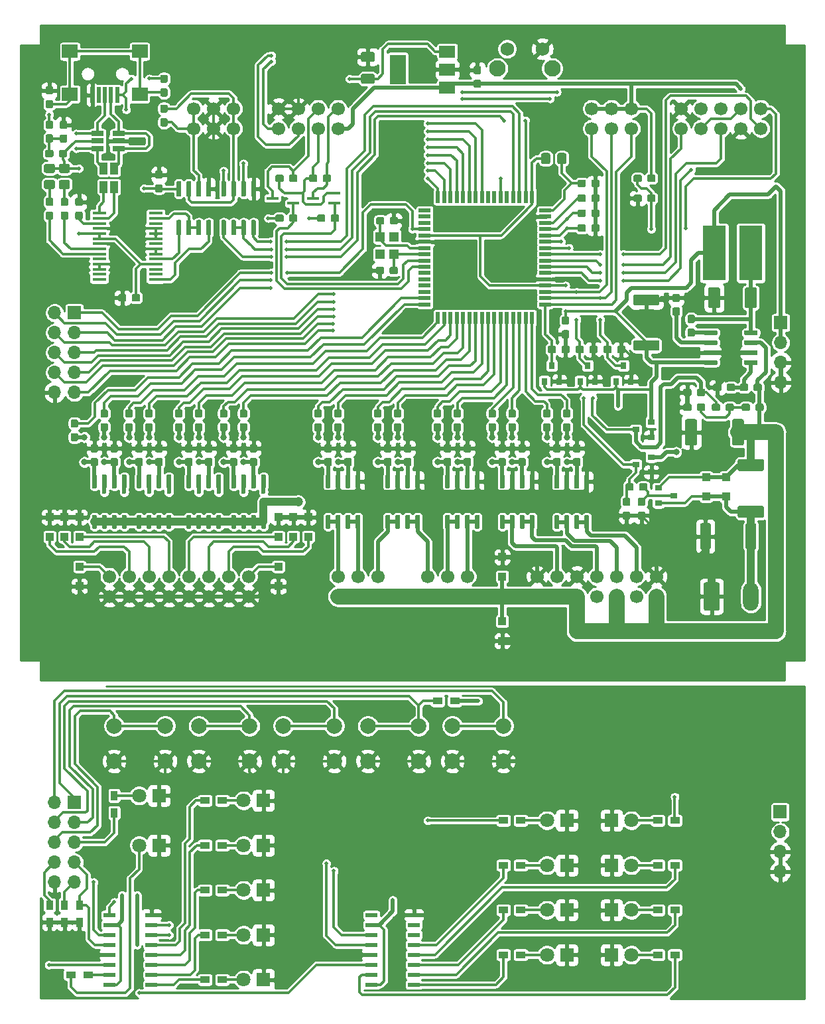
<source format=gbr>
G04 #@! TF.GenerationSoftware,KiCad,Pcbnew,(5.1.5)-3*
G04 #@! TF.CreationDate,2020-07-08T08:03:08+02:00*
G04 #@! TF.ProjectId,SBIO3,5342494f-332e-46b6-9963-61645f706362,rev?*
G04 #@! TF.SameCoordinates,Original*
G04 #@! TF.FileFunction,Copper,L1,Top*
G04 #@! TF.FilePolarity,Positive*
%FSLAX46Y46*%
G04 Gerber Fmt 4.6, Leading zero omitted, Abs format (unit mm)*
G04 Created by KiCad (PCBNEW (5.1.5)-3) date 2020-07-08 08:03:08*
%MOMM*%
%LPD*%
G04 APERTURE LIST*
%ADD10C,1.700000*%
%ADD11C,1.800000*%
%ADD12R,1.800000X1.800000*%
%ADD13O,1.700000X1.700000*%
%ADD14R,1.700000X1.700000*%
%ADD15C,2.100000*%
%ADD16C,1.750000*%
%ADD17C,0.100000*%
%ADD18R,1.500000X0.450000*%
%ADD19R,1.560000X0.650000*%
%ADD20R,2.000000X1.700000*%
%ADD21R,0.500000X2.000000*%
%ADD22R,1.000000X1.000000*%
%ADD23R,1.500000X0.550000*%
%ADD24R,0.550000X1.500000*%
%ADD25R,0.900000X0.800000*%
%ADD26O,2.000000X3.600000*%
%ADD27R,1.750000X0.450000*%
%ADD28R,0.800000X0.900000*%
%ADD29R,1.200000X1.300000*%
%ADD30R,2.000000X1.500000*%
%ADD31R,2.000000X3.800000*%
%ADD32R,1.000000X1.500000*%
%ADD33R,3.000000X7.000000*%
%ADD34R,0.900000X1.200000*%
%ADD35R,1.200000X0.900000*%
%ADD36C,2.000000*%
%ADD37R,1.500000X0.600000*%
%ADD38C,0.500000*%
%ADD39C,0.800000*%
%ADD40C,1.200000*%
%ADD41C,0.600000*%
%ADD42C,0.300000*%
%ADD43C,0.500000*%
%ADD44C,1.000000*%
%ADD45C,2.000000*%
%ADD46C,0.254000*%
G04 APERTURE END LIST*
D10*
X146050000Y-58420000D03*
X148590000Y-58420000D03*
X151130000Y-58420000D03*
X146050000Y-60960000D03*
X148590000Y-60960000D03*
X151130000Y-60960000D03*
X100330000Y-60960000D03*
X97790000Y-60960000D03*
X95250000Y-60960000D03*
X100330000Y-58420000D03*
X97790000Y-58420000D03*
X95250000Y-58420000D03*
D11*
X88265000Y-146050000D03*
D12*
X90805000Y-146050000D03*
D11*
X88265000Y-152400000D03*
D12*
X90805000Y-152400000D03*
D13*
X170116500Y-155765500D03*
X170116500Y-153225500D03*
X170116500Y-150685500D03*
D14*
X170116500Y-148145500D03*
D15*
X134005000Y-53290000D03*
D16*
X135255000Y-50800000D03*
X139755000Y-50800000D03*
D15*
X141015000Y-53290000D03*
G04 #@! TA.AperFunction,SMDPad,CuDef*
D17*
G36*
X162235779Y-96046144D02*
G01*
X162258834Y-96049563D01*
X162281443Y-96055227D01*
X162303387Y-96063079D01*
X162324457Y-96073044D01*
X162344448Y-96085026D01*
X162363168Y-96098910D01*
X162380438Y-96114562D01*
X162396090Y-96131832D01*
X162409974Y-96150552D01*
X162421956Y-96170543D01*
X162431921Y-96191613D01*
X162439773Y-96213557D01*
X162445437Y-96236166D01*
X162448856Y-96259221D01*
X162450000Y-96282500D01*
X162450000Y-96757500D01*
X162448856Y-96780779D01*
X162445437Y-96803834D01*
X162439773Y-96826443D01*
X162431921Y-96848387D01*
X162421956Y-96869457D01*
X162409974Y-96889448D01*
X162396090Y-96908168D01*
X162380438Y-96925438D01*
X162363168Y-96941090D01*
X162344448Y-96954974D01*
X162324457Y-96966956D01*
X162303387Y-96976921D01*
X162281443Y-96984773D01*
X162258834Y-96990437D01*
X162235779Y-96993856D01*
X162212500Y-96995000D01*
X161637500Y-96995000D01*
X161614221Y-96993856D01*
X161591166Y-96990437D01*
X161568557Y-96984773D01*
X161546613Y-96976921D01*
X161525543Y-96966956D01*
X161505552Y-96954974D01*
X161486832Y-96941090D01*
X161469562Y-96925438D01*
X161453910Y-96908168D01*
X161440026Y-96889448D01*
X161428044Y-96869457D01*
X161418079Y-96848387D01*
X161410227Y-96826443D01*
X161404563Y-96803834D01*
X161401144Y-96780779D01*
X161400000Y-96757500D01*
X161400000Y-96282500D01*
X161401144Y-96259221D01*
X161404563Y-96236166D01*
X161410227Y-96213557D01*
X161418079Y-96191613D01*
X161428044Y-96170543D01*
X161440026Y-96150552D01*
X161453910Y-96131832D01*
X161469562Y-96114562D01*
X161486832Y-96098910D01*
X161505552Y-96085026D01*
X161525543Y-96073044D01*
X161546613Y-96063079D01*
X161568557Y-96055227D01*
X161591166Y-96049563D01*
X161614221Y-96046144D01*
X161637500Y-96045000D01*
X162212500Y-96045000D01*
X162235779Y-96046144D01*
G37*
G04 #@! TD.AperFunction*
G04 #@! TA.AperFunction,SMDPad,CuDef*
G36*
X163985779Y-96046144D02*
G01*
X164008834Y-96049563D01*
X164031443Y-96055227D01*
X164053387Y-96063079D01*
X164074457Y-96073044D01*
X164094448Y-96085026D01*
X164113168Y-96098910D01*
X164130438Y-96114562D01*
X164146090Y-96131832D01*
X164159974Y-96150552D01*
X164171956Y-96170543D01*
X164181921Y-96191613D01*
X164189773Y-96213557D01*
X164195437Y-96236166D01*
X164198856Y-96259221D01*
X164200000Y-96282500D01*
X164200000Y-96757500D01*
X164198856Y-96780779D01*
X164195437Y-96803834D01*
X164189773Y-96826443D01*
X164181921Y-96848387D01*
X164171956Y-96869457D01*
X164159974Y-96889448D01*
X164146090Y-96908168D01*
X164130438Y-96925438D01*
X164113168Y-96941090D01*
X164094448Y-96954974D01*
X164074457Y-96966956D01*
X164053387Y-96976921D01*
X164031443Y-96984773D01*
X164008834Y-96990437D01*
X163985779Y-96993856D01*
X163962500Y-96995000D01*
X163387500Y-96995000D01*
X163364221Y-96993856D01*
X163341166Y-96990437D01*
X163318557Y-96984773D01*
X163296613Y-96976921D01*
X163275543Y-96966956D01*
X163255552Y-96954974D01*
X163236832Y-96941090D01*
X163219562Y-96925438D01*
X163203910Y-96908168D01*
X163190026Y-96889448D01*
X163178044Y-96869457D01*
X163168079Y-96848387D01*
X163160227Y-96826443D01*
X163154563Y-96803834D01*
X163151144Y-96780779D01*
X163150000Y-96757500D01*
X163150000Y-96282500D01*
X163151144Y-96259221D01*
X163154563Y-96236166D01*
X163160227Y-96213557D01*
X163168079Y-96191613D01*
X163178044Y-96170543D01*
X163190026Y-96150552D01*
X163203910Y-96131832D01*
X163219562Y-96114562D01*
X163236832Y-96098910D01*
X163255552Y-96085026D01*
X163275543Y-96073044D01*
X163296613Y-96063079D01*
X163318557Y-96055227D01*
X163341166Y-96049563D01*
X163364221Y-96046144D01*
X163387500Y-96045000D01*
X163962500Y-96045000D01*
X163985779Y-96046144D01*
G37*
G04 #@! TD.AperFunction*
G04 #@! TA.AperFunction,SMDPad,CuDef*
G36*
X151200779Y-106206144D02*
G01*
X151223834Y-106209563D01*
X151246443Y-106215227D01*
X151268387Y-106223079D01*
X151289457Y-106233044D01*
X151309448Y-106245026D01*
X151328168Y-106258910D01*
X151345438Y-106274562D01*
X151361090Y-106291832D01*
X151374974Y-106310552D01*
X151386956Y-106330543D01*
X151396921Y-106351613D01*
X151404773Y-106373557D01*
X151410437Y-106396166D01*
X151413856Y-106419221D01*
X151415000Y-106442500D01*
X151415000Y-106917500D01*
X151413856Y-106940779D01*
X151410437Y-106963834D01*
X151404773Y-106986443D01*
X151396921Y-107008387D01*
X151386956Y-107029457D01*
X151374974Y-107049448D01*
X151361090Y-107068168D01*
X151345438Y-107085438D01*
X151328168Y-107101090D01*
X151309448Y-107114974D01*
X151289457Y-107126956D01*
X151268387Y-107136921D01*
X151246443Y-107144773D01*
X151223834Y-107150437D01*
X151200779Y-107153856D01*
X151177500Y-107155000D01*
X150602500Y-107155000D01*
X150579221Y-107153856D01*
X150556166Y-107150437D01*
X150533557Y-107144773D01*
X150511613Y-107136921D01*
X150490543Y-107126956D01*
X150470552Y-107114974D01*
X150451832Y-107101090D01*
X150434562Y-107085438D01*
X150418910Y-107068168D01*
X150405026Y-107049448D01*
X150393044Y-107029457D01*
X150383079Y-107008387D01*
X150375227Y-106986443D01*
X150369563Y-106963834D01*
X150366144Y-106940779D01*
X150365000Y-106917500D01*
X150365000Y-106442500D01*
X150366144Y-106419221D01*
X150369563Y-106396166D01*
X150375227Y-106373557D01*
X150383079Y-106351613D01*
X150393044Y-106330543D01*
X150405026Y-106310552D01*
X150418910Y-106291832D01*
X150434562Y-106274562D01*
X150451832Y-106258910D01*
X150470552Y-106245026D01*
X150490543Y-106233044D01*
X150511613Y-106223079D01*
X150533557Y-106215227D01*
X150556166Y-106209563D01*
X150579221Y-106206144D01*
X150602500Y-106205000D01*
X151177500Y-106205000D01*
X151200779Y-106206144D01*
G37*
G04 #@! TD.AperFunction*
G04 #@! TA.AperFunction,SMDPad,CuDef*
G36*
X152950779Y-106206144D02*
G01*
X152973834Y-106209563D01*
X152996443Y-106215227D01*
X153018387Y-106223079D01*
X153039457Y-106233044D01*
X153059448Y-106245026D01*
X153078168Y-106258910D01*
X153095438Y-106274562D01*
X153111090Y-106291832D01*
X153124974Y-106310552D01*
X153136956Y-106330543D01*
X153146921Y-106351613D01*
X153154773Y-106373557D01*
X153160437Y-106396166D01*
X153163856Y-106419221D01*
X153165000Y-106442500D01*
X153165000Y-106917500D01*
X153163856Y-106940779D01*
X153160437Y-106963834D01*
X153154773Y-106986443D01*
X153146921Y-107008387D01*
X153136956Y-107029457D01*
X153124974Y-107049448D01*
X153111090Y-107068168D01*
X153095438Y-107085438D01*
X153078168Y-107101090D01*
X153059448Y-107114974D01*
X153039457Y-107126956D01*
X153018387Y-107136921D01*
X152996443Y-107144773D01*
X152973834Y-107150437D01*
X152950779Y-107153856D01*
X152927500Y-107155000D01*
X152352500Y-107155000D01*
X152329221Y-107153856D01*
X152306166Y-107150437D01*
X152283557Y-107144773D01*
X152261613Y-107136921D01*
X152240543Y-107126956D01*
X152220552Y-107114974D01*
X152201832Y-107101090D01*
X152184562Y-107085438D01*
X152168910Y-107068168D01*
X152155026Y-107049448D01*
X152143044Y-107029457D01*
X152133079Y-107008387D01*
X152125227Y-106986443D01*
X152119563Y-106963834D01*
X152116144Y-106940779D01*
X152115000Y-106917500D01*
X152115000Y-106442500D01*
X152116144Y-106419221D01*
X152119563Y-106396166D01*
X152125227Y-106373557D01*
X152133079Y-106351613D01*
X152143044Y-106330543D01*
X152155026Y-106310552D01*
X152168910Y-106291832D01*
X152184562Y-106274562D01*
X152201832Y-106258910D01*
X152220552Y-106245026D01*
X152240543Y-106233044D01*
X152261613Y-106223079D01*
X152283557Y-106215227D01*
X152306166Y-106209563D01*
X152329221Y-106206144D01*
X152352500Y-106205000D01*
X152927500Y-106205000D01*
X152950779Y-106206144D01*
G37*
G04 #@! TD.AperFunction*
D13*
X77470000Y-157099000D03*
X80010000Y-157099000D03*
X77470000Y-154559000D03*
X80010000Y-154559000D03*
X77470000Y-152019000D03*
X80010000Y-152019000D03*
X77470000Y-149479000D03*
X80010000Y-149479000D03*
X77470000Y-146939000D03*
D14*
X80010000Y-146939000D03*
D13*
X170180000Y-93345000D03*
X170180000Y-90805000D03*
X170180000Y-88265000D03*
D14*
X170180000Y-85725000D03*
D13*
X77470000Y-94615000D03*
X80010000Y-94615000D03*
X77470000Y-92075000D03*
X80010000Y-92075000D03*
X77470000Y-89535000D03*
X80010000Y-89535000D03*
X77470000Y-86995000D03*
X80010000Y-86995000D03*
X77470000Y-84455000D03*
D14*
X80010000Y-84455000D03*
G04 #@! TA.AperFunction,SMDPad,CuDef*
D17*
G36*
X145090779Y-69376144D02*
G01*
X145113834Y-69379563D01*
X145136443Y-69385227D01*
X145158387Y-69393079D01*
X145179457Y-69403044D01*
X145199448Y-69415026D01*
X145218168Y-69428910D01*
X145235438Y-69444562D01*
X145251090Y-69461832D01*
X145264974Y-69480552D01*
X145276956Y-69500543D01*
X145286921Y-69521613D01*
X145294773Y-69543557D01*
X145300437Y-69566166D01*
X145303856Y-69589221D01*
X145305000Y-69612500D01*
X145305000Y-70087500D01*
X145303856Y-70110779D01*
X145300437Y-70133834D01*
X145294773Y-70156443D01*
X145286921Y-70178387D01*
X145276956Y-70199457D01*
X145264974Y-70219448D01*
X145251090Y-70238168D01*
X145235438Y-70255438D01*
X145218168Y-70271090D01*
X145199448Y-70284974D01*
X145179457Y-70296956D01*
X145158387Y-70306921D01*
X145136443Y-70314773D01*
X145113834Y-70320437D01*
X145090779Y-70323856D01*
X145067500Y-70325000D01*
X144492500Y-70325000D01*
X144469221Y-70323856D01*
X144446166Y-70320437D01*
X144423557Y-70314773D01*
X144401613Y-70306921D01*
X144380543Y-70296956D01*
X144360552Y-70284974D01*
X144341832Y-70271090D01*
X144324562Y-70255438D01*
X144308910Y-70238168D01*
X144295026Y-70219448D01*
X144283044Y-70199457D01*
X144273079Y-70178387D01*
X144265227Y-70156443D01*
X144259563Y-70133834D01*
X144256144Y-70110779D01*
X144255000Y-70087500D01*
X144255000Y-69612500D01*
X144256144Y-69589221D01*
X144259563Y-69566166D01*
X144265227Y-69543557D01*
X144273079Y-69521613D01*
X144283044Y-69500543D01*
X144295026Y-69480552D01*
X144308910Y-69461832D01*
X144324562Y-69444562D01*
X144341832Y-69428910D01*
X144360552Y-69415026D01*
X144380543Y-69403044D01*
X144401613Y-69393079D01*
X144423557Y-69385227D01*
X144446166Y-69379563D01*
X144469221Y-69376144D01*
X144492500Y-69375000D01*
X145067500Y-69375000D01*
X145090779Y-69376144D01*
G37*
G04 #@! TD.AperFunction*
G04 #@! TA.AperFunction,SMDPad,CuDef*
G36*
X146840779Y-69376144D02*
G01*
X146863834Y-69379563D01*
X146886443Y-69385227D01*
X146908387Y-69393079D01*
X146929457Y-69403044D01*
X146949448Y-69415026D01*
X146968168Y-69428910D01*
X146985438Y-69444562D01*
X147001090Y-69461832D01*
X147014974Y-69480552D01*
X147026956Y-69500543D01*
X147036921Y-69521613D01*
X147044773Y-69543557D01*
X147050437Y-69566166D01*
X147053856Y-69589221D01*
X147055000Y-69612500D01*
X147055000Y-70087500D01*
X147053856Y-70110779D01*
X147050437Y-70133834D01*
X147044773Y-70156443D01*
X147036921Y-70178387D01*
X147026956Y-70199457D01*
X147014974Y-70219448D01*
X147001090Y-70238168D01*
X146985438Y-70255438D01*
X146968168Y-70271090D01*
X146949448Y-70284974D01*
X146929457Y-70296956D01*
X146908387Y-70306921D01*
X146886443Y-70314773D01*
X146863834Y-70320437D01*
X146840779Y-70323856D01*
X146817500Y-70325000D01*
X146242500Y-70325000D01*
X146219221Y-70323856D01*
X146196166Y-70320437D01*
X146173557Y-70314773D01*
X146151613Y-70306921D01*
X146130543Y-70296956D01*
X146110552Y-70284974D01*
X146091832Y-70271090D01*
X146074562Y-70255438D01*
X146058910Y-70238168D01*
X146045026Y-70219448D01*
X146033044Y-70199457D01*
X146023079Y-70178387D01*
X146015227Y-70156443D01*
X146009563Y-70133834D01*
X146006144Y-70110779D01*
X146005000Y-70087500D01*
X146005000Y-69612500D01*
X146006144Y-69589221D01*
X146009563Y-69566166D01*
X146015227Y-69543557D01*
X146023079Y-69521613D01*
X146033044Y-69500543D01*
X146045026Y-69480552D01*
X146058910Y-69461832D01*
X146074562Y-69444562D01*
X146091832Y-69428910D01*
X146110552Y-69415026D01*
X146130543Y-69403044D01*
X146151613Y-69393079D01*
X146173557Y-69385227D01*
X146196166Y-69379563D01*
X146219221Y-69376144D01*
X146242500Y-69375000D01*
X146817500Y-69375000D01*
X146840779Y-69376144D01*
G37*
G04 #@! TD.AperFunction*
D18*
X105290000Y-69850000D03*
X107950000Y-69200000D03*
X107950000Y-70500000D03*
G04 #@! TA.AperFunction,SMDPad,CuDef*
D17*
G36*
X91065779Y-68056144D02*
G01*
X91088834Y-68059563D01*
X91111443Y-68065227D01*
X91133387Y-68073079D01*
X91154457Y-68083044D01*
X91174448Y-68095026D01*
X91193168Y-68108910D01*
X91210438Y-68124562D01*
X91226090Y-68141832D01*
X91239974Y-68160552D01*
X91251956Y-68180543D01*
X91261921Y-68201613D01*
X91269773Y-68223557D01*
X91275437Y-68246166D01*
X91278856Y-68269221D01*
X91280000Y-68292500D01*
X91280000Y-68867500D01*
X91278856Y-68890779D01*
X91275437Y-68913834D01*
X91269773Y-68936443D01*
X91261921Y-68958387D01*
X91251956Y-68979457D01*
X91239974Y-68999448D01*
X91226090Y-69018168D01*
X91210438Y-69035438D01*
X91193168Y-69051090D01*
X91174448Y-69064974D01*
X91154457Y-69076956D01*
X91133387Y-69086921D01*
X91111443Y-69094773D01*
X91088834Y-69100437D01*
X91065779Y-69103856D01*
X91042500Y-69105000D01*
X90567500Y-69105000D01*
X90544221Y-69103856D01*
X90521166Y-69100437D01*
X90498557Y-69094773D01*
X90476613Y-69086921D01*
X90455543Y-69076956D01*
X90435552Y-69064974D01*
X90416832Y-69051090D01*
X90399562Y-69035438D01*
X90383910Y-69018168D01*
X90370026Y-68999448D01*
X90358044Y-68979457D01*
X90348079Y-68958387D01*
X90340227Y-68936443D01*
X90334563Y-68913834D01*
X90331144Y-68890779D01*
X90330000Y-68867500D01*
X90330000Y-68292500D01*
X90331144Y-68269221D01*
X90334563Y-68246166D01*
X90340227Y-68223557D01*
X90348079Y-68201613D01*
X90358044Y-68180543D01*
X90370026Y-68160552D01*
X90383910Y-68141832D01*
X90399562Y-68124562D01*
X90416832Y-68108910D01*
X90435552Y-68095026D01*
X90455543Y-68083044D01*
X90476613Y-68073079D01*
X90498557Y-68065227D01*
X90521166Y-68059563D01*
X90544221Y-68056144D01*
X90567500Y-68055000D01*
X91042500Y-68055000D01*
X91065779Y-68056144D01*
G37*
G04 #@! TD.AperFunction*
G04 #@! TA.AperFunction,SMDPad,CuDef*
G36*
X91065779Y-66306144D02*
G01*
X91088834Y-66309563D01*
X91111443Y-66315227D01*
X91133387Y-66323079D01*
X91154457Y-66333044D01*
X91174448Y-66345026D01*
X91193168Y-66358910D01*
X91210438Y-66374562D01*
X91226090Y-66391832D01*
X91239974Y-66410552D01*
X91251956Y-66430543D01*
X91261921Y-66451613D01*
X91269773Y-66473557D01*
X91275437Y-66496166D01*
X91278856Y-66519221D01*
X91280000Y-66542500D01*
X91280000Y-67117500D01*
X91278856Y-67140779D01*
X91275437Y-67163834D01*
X91269773Y-67186443D01*
X91261921Y-67208387D01*
X91251956Y-67229457D01*
X91239974Y-67249448D01*
X91226090Y-67268168D01*
X91210438Y-67285438D01*
X91193168Y-67301090D01*
X91174448Y-67314974D01*
X91154457Y-67326956D01*
X91133387Y-67336921D01*
X91111443Y-67344773D01*
X91088834Y-67350437D01*
X91065779Y-67353856D01*
X91042500Y-67355000D01*
X90567500Y-67355000D01*
X90544221Y-67353856D01*
X90521166Y-67350437D01*
X90498557Y-67344773D01*
X90476613Y-67336921D01*
X90455543Y-67326956D01*
X90435552Y-67314974D01*
X90416832Y-67301090D01*
X90399562Y-67285438D01*
X90383910Y-67268168D01*
X90370026Y-67249448D01*
X90358044Y-67229457D01*
X90348079Y-67208387D01*
X90340227Y-67186443D01*
X90334563Y-67163834D01*
X90331144Y-67140779D01*
X90330000Y-67117500D01*
X90330000Y-66542500D01*
X90331144Y-66519221D01*
X90334563Y-66496166D01*
X90340227Y-66473557D01*
X90348079Y-66451613D01*
X90358044Y-66430543D01*
X90370026Y-66410552D01*
X90383910Y-66391832D01*
X90399562Y-66374562D01*
X90416832Y-66358910D01*
X90435552Y-66345026D01*
X90455543Y-66333044D01*
X90476613Y-66323079D01*
X90498557Y-66315227D01*
X90521166Y-66309563D01*
X90544221Y-66306144D01*
X90567500Y-66305000D01*
X91042500Y-66305000D01*
X91065779Y-66306144D01*
G37*
G04 #@! TD.AperFunction*
G04 #@! TA.AperFunction,SMDPad,CuDef*
G36*
X88180779Y-82076144D02*
G01*
X88203834Y-82079563D01*
X88226443Y-82085227D01*
X88248387Y-82093079D01*
X88269457Y-82103044D01*
X88289448Y-82115026D01*
X88308168Y-82128910D01*
X88325438Y-82144562D01*
X88341090Y-82161832D01*
X88354974Y-82180552D01*
X88366956Y-82200543D01*
X88376921Y-82221613D01*
X88384773Y-82243557D01*
X88390437Y-82266166D01*
X88393856Y-82289221D01*
X88395000Y-82312500D01*
X88395000Y-82787500D01*
X88393856Y-82810779D01*
X88390437Y-82833834D01*
X88384773Y-82856443D01*
X88376921Y-82878387D01*
X88366956Y-82899457D01*
X88354974Y-82919448D01*
X88341090Y-82938168D01*
X88325438Y-82955438D01*
X88308168Y-82971090D01*
X88289448Y-82984974D01*
X88269457Y-82996956D01*
X88248387Y-83006921D01*
X88226443Y-83014773D01*
X88203834Y-83020437D01*
X88180779Y-83023856D01*
X88157500Y-83025000D01*
X87582500Y-83025000D01*
X87559221Y-83023856D01*
X87536166Y-83020437D01*
X87513557Y-83014773D01*
X87491613Y-83006921D01*
X87470543Y-82996956D01*
X87450552Y-82984974D01*
X87431832Y-82971090D01*
X87414562Y-82955438D01*
X87398910Y-82938168D01*
X87385026Y-82919448D01*
X87373044Y-82899457D01*
X87363079Y-82878387D01*
X87355227Y-82856443D01*
X87349563Y-82833834D01*
X87346144Y-82810779D01*
X87345000Y-82787500D01*
X87345000Y-82312500D01*
X87346144Y-82289221D01*
X87349563Y-82266166D01*
X87355227Y-82243557D01*
X87363079Y-82221613D01*
X87373044Y-82200543D01*
X87385026Y-82180552D01*
X87398910Y-82161832D01*
X87414562Y-82144562D01*
X87431832Y-82128910D01*
X87450552Y-82115026D01*
X87470543Y-82103044D01*
X87491613Y-82093079D01*
X87513557Y-82085227D01*
X87536166Y-82079563D01*
X87559221Y-82076144D01*
X87582500Y-82075000D01*
X88157500Y-82075000D01*
X88180779Y-82076144D01*
G37*
G04 #@! TD.AperFunction*
G04 #@! TA.AperFunction,SMDPad,CuDef*
G36*
X86430779Y-82076144D02*
G01*
X86453834Y-82079563D01*
X86476443Y-82085227D01*
X86498387Y-82093079D01*
X86519457Y-82103044D01*
X86539448Y-82115026D01*
X86558168Y-82128910D01*
X86575438Y-82144562D01*
X86591090Y-82161832D01*
X86604974Y-82180552D01*
X86616956Y-82200543D01*
X86626921Y-82221613D01*
X86634773Y-82243557D01*
X86640437Y-82266166D01*
X86643856Y-82289221D01*
X86645000Y-82312500D01*
X86645000Y-82787500D01*
X86643856Y-82810779D01*
X86640437Y-82833834D01*
X86634773Y-82856443D01*
X86626921Y-82878387D01*
X86616956Y-82899457D01*
X86604974Y-82919448D01*
X86591090Y-82938168D01*
X86575438Y-82955438D01*
X86558168Y-82971090D01*
X86539448Y-82984974D01*
X86519457Y-82996956D01*
X86498387Y-83006921D01*
X86476443Y-83014773D01*
X86453834Y-83020437D01*
X86430779Y-83023856D01*
X86407500Y-83025000D01*
X85832500Y-83025000D01*
X85809221Y-83023856D01*
X85786166Y-83020437D01*
X85763557Y-83014773D01*
X85741613Y-83006921D01*
X85720543Y-82996956D01*
X85700552Y-82984974D01*
X85681832Y-82971090D01*
X85664562Y-82955438D01*
X85648910Y-82938168D01*
X85635026Y-82919448D01*
X85623044Y-82899457D01*
X85613079Y-82878387D01*
X85605227Y-82856443D01*
X85599563Y-82833834D01*
X85596144Y-82810779D01*
X85595000Y-82787500D01*
X85595000Y-82312500D01*
X85596144Y-82289221D01*
X85599563Y-82266166D01*
X85605227Y-82243557D01*
X85613079Y-82221613D01*
X85623044Y-82200543D01*
X85635026Y-82180552D01*
X85648910Y-82161832D01*
X85664562Y-82144562D01*
X85681832Y-82128910D01*
X85700552Y-82115026D01*
X85720543Y-82103044D01*
X85741613Y-82093079D01*
X85763557Y-82085227D01*
X85786166Y-82079563D01*
X85809221Y-82076144D01*
X85832500Y-82075000D01*
X86407500Y-82075000D01*
X86430779Y-82076144D01*
G37*
G04 #@! TD.AperFunction*
G04 #@! TA.AperFunction,SMDPad,CuDef*
G36*
X99224703Y-67670722D02*
G01*
X99239264Y-67672882D01*
X99253543Y-67676459D01*
X99267403Y-67681418D01*
X99280710Y-67687712D01*
X99293336Y-67695280D01*
X99305159Y-67704048D01*
X99316066Y-67713934D01*
X99325952Y-67724841D01*
X99334720Y-67736664D01*
X99342288Y-67749290D01*
X99348582Y-67762597D01*
X99353541Y-67776457D01*
X99357118Y-67790736D01*
X99359278Y-67805297D01*
X99360000Y-67820000D01*
X99360000Y-69470000D01*
X99359278Y-69484703D01*
X99357118Y-69499264D01*
X99353541Y-69513543D01*
X99348582Y-69527403D01*
X99342288Y-69540710D01*
X99334720Y-69553336D01*
X99325952Y-69565159D01*
X99316066Y-69576066D01*
X99305159Y-69585952D01*
X99293336Y-69594720D01*
X99280710Y-69602288D01*
X99267403Y-69608582D01*
X99253543Y-69613541D01*
X99239264Y-69617118D01*
X99224703Y-69619278D01*
X99210000Y-69620000D01*
X98910000Y-69620000D01*
X98895297Y-69619278D01*
X98880736Y-69617118D01*
X98866457Y-69613541D01*
X98852597Y-69608582D01*
X98839290Y-69602288D01*
X98826664Y-69594720D01*
X98814841Y-69585952D01*
X98803934Y-69576066D01*
X98794048Y-69565159D01*
X98785280Y-69553336D01*
X98777712Y-69540710D01*
X98771418Y-69527403D01*
X98766459Y-69513543D01*
X98762882Y-69499264D01*
X98760722Y-69484703D01*
X98760000Y-69470000D01*
X98760000Y-67820000D01*
X98760722Y-67805297D01*
X98762882Y-67790736D01*
X98766459Y-67776457D01*
X98771418Y-67762597D01*
X98777712Y-67749290D01*
X98785280Y-67736664D01*
X98794048Y-67724841D01*
X98803934Y-67713934D01*
X98814841Y-67704048D01*
X98826664Y-67695280D01*
X98839290Y-67687712D01*
X98852597Y-67681418D01*
X98866457Y-67676459D01*
X98880736Y-67672882D01*
X98895297Y-67670722D01*
X98910000Y-67670000D01*
X99210000Y-67670000D01*
X99224703Y-67670722D01*
G37*
G04 #@! TD.AperFunction*
G04 #@! TA.AperFunction,SMDPad,CuDef*
G36*
X100494703Y-67670722D02*
G01*
X100509264Y-67672882D01*
X100523543Y-67676459D01*
X100537403Y-67681418D01*
X100550710Y-67687712D01*
X100563336Y-67695280D01*
X100575159Y-67704048D01*
X100586066Y-67713934D01*
X100595952Y-67724841D01*
X100604720Y-67736664D01*
X100612288Y-67749290D01*
X100618582Y-67762597D01*
X100623541Y-67776457D01*
X100627118Y-67790736D01*
X100629278Y-67805297D01*
X100630000Y-67820000D01*
X100630000Y-69470000D01*
X100629278Y-69484703D01*
X100627118Y-69499264D01*
X100623541Y-69513543D01*
X100618582Y-69527403D01*
X100612288Y-69540710D01*
X100604720Y-69553336D01*
X100595952Y-69565159D01*
X100586066Y-69576066D01*
X100575159Y-69585952D01*
X100563336Y-69594720D01*
X100550710Y-69602288D01*
X100537403Y-69608582D01*
X100523543Y-69613541D01*
X100509264Y-69617118D01*
X100494703Y-69619278D01*
X100480000Y-69620000D01*
X100180000Y-69620000D01*
X100165297Y-69619278D01*
X100150736Y-69617118D01*
X100136457Y-69613541D01*
X100122597Y-69608582D01*
X100109290Y-69602288D01*
X100096664Y-69594720D01*
X100084841Y-69585952D01*
X100073934Y-69576066D01*
X100064048Y-69565159D01*
X100055280Y-69553336D01*
X100047712Y-69540710D01*
X100041418Y-69527403D01*
X100036459Y-69513543D01*
X100032882Y-69499264D01*
X100030722Y-69484703D01*
X100030000Y-69470000D01*
X100030000Y-67820000D01*
X100030722Y-67805297D01*
X100032882Y-67790736D01*
X100036459Y-67776457D01*
X100041418Y-67762597D01*
X100047712Y-67749290D01*
X100055280Y-67736664D01*
X100064048Y-67724841D01*
X100073934Y-67713934D01*
X100084841Y-67704048D01*
X100096664Y-67695280D01*
X100109290Y-67687712D01*
X100122597Y-67681418D01*
X100136457Y-67676459D01*
X100150736Y-67672882D01*
X100165297Y-67670722D01*
X100180000Y-67670000D01*
X100480000Y-67670000D01*
X100494703Y-67670722D01*
G37*
G04 #@! TD.AperFunction*
G04 #@! TA.AperFunction,SMDPad,CuDef*
G36*
X101764703Y-67670722D02*
G01*
X101779264Y-67672882D01*
X101793543Y-67676459D01*
X101807403Y-67681418D01*
X101820710Y-67687712D01*
X101833336Y-67695280D01*
X101845159Y-67704048D01*
X101856066Y-67713934D01*
X101865952Y-67724841D01*
X101874720Y-67736664D01*
X101882288Y-67749290D01*
X101888582Y-67762597D01*
X101893541Y-67776457D01*
X101897118Y-67790736D01*
X101899278Y-67805297D01*
X101900000Y-67820000D01*
X101900000Y-69470000D01*
X101899278Y-69484703D01*
X101897118Y-69499264D01*
X101893541Y-69513543D01*
X101888582Y-69527403D01*
X101882288Y-69540710D01*
X101874720Y-69553336D01*
X101865952Y-69565159D01*
X101856066Y-69576066D01*
X101845159Y-69585952D01*
X101833336Y-69594720D01*
X101820710Y-69602288D01*
X101807403Y-69608582D01*
X101793543Y-69613541D01*
X101779264Y-69617118D01*
X101764703Y-69619278D01*
X101750000Y-69620000D01*
X101450000Y-69620000D01*
X101435297Y-69619278D01*
X101420736Y-69617118D01*
X101406457Y-69613541D01*
X101392597Y-69608582D01*
X101379290Y-69602288D01*
X101366664Y-69594720D01*
X101354841Y-69585952D01*
X101343934Y-69576066D01*
X101334048Y-69565159D01*
X101325280Y-69553336D01*
X101317712Y-69540710D01*
X101311418Y-69527403D01*
X101306459Y-69513543D01*
X101302882Y-69499264D01*
X101300722Y-69484703D01*
X101300000Y-69470000D01*
X101300000Y-67820000D01*
X101300722Y-67805297D01*
X101302882Y-67790736D01*
X101306459Y-67776457D01*
X101311418Y-67762597D01*
X101317712Y-67749290D01*
X101325280Y-67736664D01*
X101334048Y-67724841D01*
X101343934Y-67713934D01*
X101354841Y-67704048D01*
X101366664Y-67695280D01*
X101379290Y-67687712D01*
X101392597Y-67681418D01*
X101406457Y-67676459D01*
X101420736Y-67672882D01*
X101435297Y-67670722D01*
X101450000Y-67670000D01*
X101750000Y-67670000D01*
X101764703Y-67670722D01*
G37*
G04 #@! TD.AperFunction*
G04 #@! TA.AperFunction,SMDPad,CuDef*
G36*
X103034703Y-67670722D02*
G01*
X103049264Y-67672882D01*
X103063543Y-67676459D01*
X103077403Y-67681418D01*
X103090710Y-67687712D01*
X103103336Y-67695280D01*
X103115159Y-67704048D01*
X103126066Y-67713934D01*
X103135952Y-67724841D01*
X103144720Y-67736664D01*
X103152288Y-67749290D01*
X103158582Y-67762597D01*
X103163541Y-67776457D01*
X103167118Y-67790736D01*
X103169278Y-67805297D01*
X103170000Y-67820000D01*
X103170000Y-69470000D01*
X103169278Y-69484703D01*
X103167118Y-69499264D01*
X103163541Y-69513543D01*
X103158582Y-69527403D01*
X103152288Y-69540710D01*
X103144720Y-69553336D01*
X103135952Y-69565159D01*
X103126066Y-69576066D01*
X103115159Y-69585952D01*
X103103336Y-69594720D01*
X103090710Y-69602288D01*
X103077403Y-69608582D01*
X103063543Y-69613541D01*
X103049264Y-69617118D01*
X103034703Y-69619278D01*
X103020000Y-69620000D01*
X102720000Y-69620000D01*
X102705297Y-69619278D01*
X102690736Y-69617118D01*
X102676457Y-69613541D01*
X102662597Y-69608582D01*
X102649290Y-69602288D01*
X102636664Y-69594720D01*
X102624841Y-69585952D01*
X102613934Y-69576066D01*
X102604048Y-69565159D01*
X102595280Y-69553336D01*
X102587712Y-69540710D01*
X102581418Y-69527403D01*
X102576459Y-69513543D01*
X102572882Y-69499264D01*
X102570722Y-69484703D01*
X102570000Y-69470000D01*
X102570000Y-67820000D01*
X102570722Y-67805297D01*
X102572882Y-67790736D01*
X102576459Y-67776457D01*
X102581418Y-67762597D01*
X102587712Y-67749290D01*
X102595280Y-67736664D01*
X102604048Y-67724841D01*
X102613934Y-67713934D01*
X102624841Y-67704048D01*
X102636664Y-67695280D01*
X102649290Y-67687712D01*
X102662597Y-67681418D01*
X102676457Y-67676459D01*
X102690736Y-67672882D01*
X102705297Y-67670722D01*
X102720000Y-67670000D01*
X103020000Y-67670000D01*
X103034703Y-67670722D01*
G37*
G04 #@! TD.AperFunction*
G04 #@! TA.AperFunction,SMDPad,CuDef*
G36*
X103034703Y-72620722D02*
G01*
X103049264Y-72622882D01*
X103063543Y-72626459D01*
X103077403Y-72631418D01*
X103090710Y-72637712D01*
X103103336Y-72645280D01*
X103115159Y-72654048D01*
X103126066Y-72663934D01*
X103135952Y-72674841D01*
X103144720Y-72686664D01*
X103152288Y-72699290D01*
X103158582Y-72712597D01*
X103163541Y-72726457D01*
X103167118Y-72740736D01*
X103169278Y-72755297D01*
X103170000Y-72770000D01*
X103170000Y-74420000D01*
X103169278Y-74434703D01*
X103167118Y-74449264D01*
X103163541Y-74463543D01*
X103158582Y-74477403D01*
X103152288Y-74490710D01*
X103144720Y-74503336D01*
X103135952Y-74515159D01*
X103126066Y-74526066D01*
X103115159Y-74535952D01*
X103103336Y-74544720D01*
X103090710Y-74552288D01*
X103077403Y-74558582D01*
X103063543Y-74563541D01*
X103049264Y-74567118D01*
X103034703Y-74569278D01*
X103020000Y-74570000D01*
X102720000Y-74570000D01*
X102705297Y-74569278D01*
X102690736Y-74567118D01*
X102676457Y-74563541D01*
X102662597Y-74558582D01*
X102649290Y-74552288D01*
X102636664Y-74544720D01*
X102624841Y-74535952D01*
X102613934Y-74526066D01*
X102604048Y-74515159D01*
X102595280Y-74503336D01*
X102587712Y-74490710D01*
X102581418Y-74477403D01*
X102576459Y-74463543D01*
X102572882Y-74449264D01*
X102570722Y-74434703D01*
X102570000Y-74420000D01*
X102570000Y-72770000D01*
X102570722Y-72755297D01*
X102572882Y-72740736D01*
X102576459Y-72726457D01*
X102581418Y-72712597D01*
X102587712Y-72699290D01*
X102595280Y-72686664D01*
X102604048Y-72674841D01*
X102613934Y-72663934D01*
X102624841Y-72654048D01*
X102636664Y-72645280D01*
X102649290Y-72637712D01*
X102662597Y-72631418D01*
X102676457Y-72626459D01*
X102690736Y-72622882D01*
X102705297Y-72620722D01*
X102720000Y-72620000D01*
X103020000Y-72620000D01*
X103034703Y-72620722D01*
G37*
G04 #@! TD.AperFunction*
G04 #@! TA.AperFunction,SMDPad,CuDef*
G36*
X101764703Y-72620722D02*
G01*
X101779264Y-72622882D01*
X101793543Y-72626459D01*
X101807403Y-72631418D01*
X101820710Y-72637712D01*
X101833336Y-72645280D01*
X101845159Y-72654048D01*
X101856066Y-72663934D01*
X101865952Y-72674841D01*
X101874720Y-72686664D01*
X101882288Y-72699290D01*
X101888582Y-72712597D01*
X101893541Y-72726457D01*
X101897118Y-72740736D01*
X101899278Y-72755297D01*
X101900000Y-72770000D01*
X101900000Y-74420000D01*
X101899278Y-74434703D01*
X101897118Y-74449264D01*
X101893541Y-74463543D01*
X101888582Y-74477403D01*
X101882288Y-74490710D01*
X101874720Y-74503336D01*
X101865952Y-74515159D01*
X101856066Y-74526066D01*
X101845159Y-74535952D01*
X101833336Y-74544720D01*
X101820710Y-74552288D01*
X101807403Y-74558582D01*
X101793543Y-74563541D01*
X101779264Y-74567118D01*
X101764703Y-74569278D01*
X101750000Y-74570000D01*
X101450000Y-74570000D01*
X101435297Y-74569278D01*
X101420736Y-74567118D01*
X101406457Y-74563541D01*
X101392597Y-74558582D01*
X101379290Y-74552288D01*
X101366664Y-74544720D01*
X101354841Y-74535952D01*
X101343934Y-74526066D01*
X101334048Y-74515159D01*
X101325280Y-74503336D01*
X101317712Y-74490710D01*
X101311418Y-74477403D01*
X101306459Y-74463543D01*
X101302882Y-74449264D01*
X101300722Y-74434703D01*
X101300000Y-74420000D01*
X101300000Y-72770000D01*
X101300722Y-72755297D01*
X101302882Y-72740736D01*
X101306459Y-72726457D01*
X101311418Y-72712597D01*
X101317712Y-72699290D01*
X101325280Y-72686664D01*
X101334048Y-72674841D01*
X101343934Y-72663934D01*
X101354841Y-72654048D01*
X101366664Y-72645280D01*
X101379290Y-72637712D01*
X101392597Y-72631418D01*
X101406457Y-72626459D01*
X101420736Y-72622882D01*
X101435297Y-72620722D01*
X101450000Y-72620000D01*
X101750000Y-72620000D01*
X101764703Y-72620722D01*
G37*
G04 #@! TD.AperFunction*
G04 #@! TA.AperFunction,SMDPad,CuDef*
G36*
X100494703Y-72620722D02*
G01*
X100509264Y-72622882D01*
X100523543Y-72626459D01*
X100537403Y-72631418D01*
X100550710Y-72637712D01*
X100563336Y-72645280D01*
X100575159Y-72654048D01*
X100586066Y-72663934D01*
X100595952Y-72674841D01*
X100604720Y-72686664D01*
X100612288Y-72699290D01*
X100618582Y-72712597D01*
X100623541Y-72726457D01*
X100627118Y-72740736D01*
X100629278Y-72755297D01*
X100630000Y-72770000D01*
X100630000Y-74420000D01*
X100629278Y-74434703D01*
X100627118Y-74449264D01*
X100623541Y-74463543D01*
X100618582Y-74477403D01*
X100612288Y-74490710D01*
X100604720Y-74503336D01*
X100595952Y-74515159D01*
X100586066Y-74526066D01*
X100575159Y-74535952D01*
X100563336Y-74544720D01*
X100550710Y-74552288D01*
X100537403Y-74558582D01*
X100523543Y-74563541D01*
X100509264Y-74567118D01*
X100494703Y-74569278D01*
X100480000Y-74570000D01*
X100180000Y-74570000D01*
X100165297Y-74569278D01*
X100150736Y-74567118D01*
X100136457Y-74563541D01*
X100122597Y-74558582D01*
X100109290Y-74552288D01*
X100096664Y-74544720D01*
X100084841Y-74535952D01*
X100073934Y-74526066D01*
X100064048Y-74515159D01*
X100055280Y-74503336D01*
X100047712Y-74490710D01*
X100041418Y-74477403D01*
X100036459Y-74463543D01*
X100032882Y-74449264D01*
X100030722Y-74434703D01*
X100030000Y-74420000D01*
X100030000Y-72770000D01*
X100030722Y-72755297D01*
X100032882Y-72740736D01*
X100036459Y-72726457D01*
X100041418Y-72712597D01*
X100047712Y-72699290D01*
X100055280Y-72686664D01*
X100064048Y-72674841D01*
X100073934Y-72663934D01*
X100084841Y-72654048D01*
X100096664Y-72645280D01*
X100109290Y-72637712D01*
X100122597Y-72631418D01*
X100136457Y-72626459D01*
X100150736Y-72622882D01*
X100165297Y-72620722D01*
X100180000Y-72620000D01*
X100480000Y-72620000D01*
X100494703Y-72620722D01*
G37*
G04 #@! TD.AperFunction*
G04 #@! TA.AperFunction,SMDPad,CuDef*
G36*
X99224703Y-72620722D02*
G01*
X99239264Y-72622882D01*
X99253543Y-72626459D01*
X99267403Y-72631418D01*
X99280710Y-72637712D01*
X99293336Y-72645280D01*
X99305159Y-72654048D01*
X99316066Y-72663934D01*
X99325952Y-72674841D01*
X99334720Y-72686664D01*
X99342288Y-72699290D01*
X99348582Y-72712597D01*
X99353541Y-72726457D01*
X99357118Y-72740736D01*
X99359278Y-72755297D01*
X99360000Y-72770000D01*
X99360000Y-74420000D01*
X99359278Y-74434703D01*
X99357118Y-74449264D01*
X99353541Y-74463543D01*
X99348582Y-74477403D01*
X99342288Y-74490710D01*
X99334720Y-74503336D01*
X99325952Y-74515159D01*
X99316066Y-74526066D01*
X99305159Y-74535952D01*
X99293336Y-74544720D01*
X99280710Y-74552288D01*
X99267403Y-74558582D01*
X99253543Y-74563541D01*
X99239264Y-74567118D01*
X99224703Y-74569278D01*
X99210000Y-74570000D01*
X98910000Y-74570000D01*
X98895297Y-74569278D01*
X98880736Y-74567118D01*
X98866457Y-74563541D01*
X98852597Y-74558582D01*
X98839290Y-74552288D01*
X98826664Y-74544720D01*
X98814841Y-74535952D01*
X98803934Y-74526066D01*
X98794048Y-74515159D01*
X98785280Y-74503336D01*
X98777712Y-74490710D01*
X98771418Y-74477403D01*
X98766459Y-74463543D01*
X98762882Y-74449264D01*
X98760722Y-74434703D01*
X98760000Y-74420000D01*
X98760000Y-72770000D01*
X98760722Y-72755297D01*
X98762882Y-72740736D01*
X98766459Y-72726457D01*
X98771418Y-72712597D01*
X98777712Y-72699290D01*
X98785280Y-72686664D01*
X98794048Y-72674841D01*
X98803934Y-72663934D01*
X98814841Y-72654048D01*
X98826664Y-72645280D01*
X98839290Y-72637712D01*
X98852597Y-72631418D01*
X98866457Y-72626459D01*
X98880736Y-72622882D01*
X98895297Y-72620722D01*
X98910000Y-72620000D01*
X99210000Y-72620000D01*
X99224703Y-72620722D01*
G37*
G04 #@! TD.AperFunction*
G04 #@! TA.AperFunction,SMDPad,CuDef*
G36*
X93509703Y-67670722D02*
G01*
X93524264Y-67672882D01*
X93538543Y-67676459D01*
X93552403Y-67681418D01*
X93565710Y-67687712D01*
X93578336Y-67695280D01*
X93590159Y-67704048D01*
X93601066Y-67713934D01*
X93610952Y-67724841D01*
X93619720Y-67736664D01*
X93627288Y-67749290D01*
X93633582Y-67762597D01*
X93638541Y-67776457D01*
X93642118Y-67790736D01*
X93644278Y-67805297D01*
X93645000Y-67820000D01*
X93645000Y-69470000D01*
X93644278Y-69484703D01*
X93642118Y-69499264D01*
X93638541Y-69513543D01*
X93633582Y-69527403D01*
X93627288Y-69540710D01*
X93619720Y-69553336D01*
X93610952Y-69565159D01*
X93601066Y-69576066D01*
X93590159Y-69585952D01*
X93578336Y-69594720D01*
X93565710Y-69602288D01*
X93552403Y-69608582D01*
X93538543Y-69613541D01*
X93524264Y-69617118D01*
X93509703Y-69619278D01*
X93495000Y-69620000D01*
X93195000Y-69620000D01*
X93180297Y-69619278D01*
X93165736Y-69617118D01*
X93151457Y-69613541D01*
X93137597Y-69608582D01*
X93124290Y-69602288D01*
X93111664Y-69594720D01*
X93099841Y-69585952D01*
X93088934Y-69576066D01*
X93079048Y-69565159D01*
X93070280Y-69553336D01*
X93062712Y-69540710D01*
X93056418Y-69527403D01*
X93051459Y-69513543D01*
X93047882Y-69499264D01*
X93045722Y-69484703D01*
X93045000Y-69470000D01*
X93045000Y-67820000D01*
X93045722Y-67805297D01*
X93047882Y-67790736D01*
X93051459Y-67776457D01*
X93056418Y-67762597D01*
X93062712Y-67749290D01*
X93070280Y-67736664D01*
X93079048Y-67724841D01*
X93088934Y-67713934D01*
X93099841Y-67704048D01*
X93111664Y-67695280D01*
X93124290Y-67687712D01*
X93137597Y-67681418D01*
X93151457Y-67676459D01*
X93165736Y-67672882D01*
X93180297Y-67670722D01*
X93195000Y-67670000D01*
X93495000Y-67670000D01*
X93509703Y-67670722D01*
G37*
G04 #@! TD.AperFunction*
G04 #@! TA.AperFunction,SMDPad,CuDef*
G36*
X94779703Y-67670722D02*
G01*
X94794264Y-67672882D01*
X94808543Y-67676459D01*
X94822403Y-67681418D01*
X94835710Y-67687712D01*
X94848336Y-67695280D01*
X94860159Y-67704048D01*
X94871066Y-67713934D01*
X94880952Y-67724841D01*
X94889720Y-67736664D01*
X94897288Y-67749290D01*
X94903582Y-67762597D01*
X94908541Y-67776457D01*
X94912118Y-67790736D01*
X94914278Y-67805297D01*
X94915000Y-67820000D01*
X94915000Y-69470000D01*
X94914278Y-69484703D01*
X94912118Y-69499264D01*
X94908541Y-69513543D01*
X94903582Y-69527403D01*
X94897288Y-69540710D01*
X94889720Y-69553336D01*
X94880952Y-69565159D01*
X94871066Y-69576066D01*
X94860159Y-69585952D01*
X94848336Y-69594720D01*
X94835710Y-69602288D01*
X94822403Y-69608582D01*
X94808543Y-69613541D01*
X94794264Y-69617118D01*
X94779703Y-69619278D01*
X94765000Y-69620000D01*
X94465000Y-69620000D01*
X94450297Y-69619278D01*
X94435736Y-69617118D01*
X94421457Y-69613541D01*
X94407597Y-69608582D01*
X94394290Y-69602288D01*
X94381664Y-69594720D01*
X94369841Y-69585952D01*
X94358934Y-69576066D01*
X94349048Y-69565159D01*
X94340280Y-69553336D01*
X94332712Y-69540710D01*
X94326418Y-69527403D01*
X94321459Y-69513543D01*
X94317882Y-69499264D01*
X94315722Y-69484703D01*
X94315000Y-69470000D01*
X94315000Y-67820000D01*
X94315722Y-67805297D01*
X94317882Y-67790736D01*
X94321459Y-67776457D01*
X94326418Y-67762597D01*
X94332712Y-67749290D01*
X94340280Y-67736664D01*
X94349048Y-67724841D01*
X94358934Y-67713934D01*
X94369841Y-67704048D01*
X94381664Y-67695280D01*
X94394290Y-67687712D01*
X94407597Y-67681418D01*
X94421457Y-67676459D01*
X94435736Y-67672882D01*
X94450297Y-67670722D01*
X94465000Y-67670000D01*
X94765000Y-67670000D01*
X94779703Y-67670722D01*
G37*
G04 #@! TD.AperFunction*
G04 #@! TA.AperFunction,SMDPad,CuDef*
G36*
X96049703Y-67670722D02*
G01*
X96064264Y-67672882D01*
X96078543Y-67676459D01*
X96092403Y-67681418D01*
X96105710Y-67687712D01*
X96118336Y-67695280D01*
X96130159Y-67704048D01*
X96141066Y-67713934D01*
X96150952Y-67724841D01*
X96159720Y-67736664D01*
X96167288Y-67749290D01*
X96173582Y-67762597D01*
X96178541Y-67776457D01*
X96182118Y-67790736D01*
X96184278Y-67805297D01*
X96185000Y-67820000D01*
X96185000Y-69470000D01*
X96184278Y-69484703D01*
X96182118Y-69499264D01*
X96178541Y-69513543D01*
X96173582Y-69527403D01*
X96167288Y-69540710D01*
X96159720Y-69553336D01*
X96150952Y-69565159D01*
X96141066Y-69576066D01*
X96130159Y-69585952D01*
X96118336Y-69594720D01*
X96105710Y-69602288D01*
X96092403Y-69608582D01*
X96078543Y-69613541D01*
X96064264Y-69617118D01*
X96049703Y-69619278D01*
X96035000Y-69620000D01*
X95735000Y-69620000D01*
X95720297Y-69619278D01*
X95705736Y-69617118D01*
X95691457Y-69613541D01*
X95677597Y-69608582D01*
X95664290Y-69602288D01*
X95651664Y-69594720D01*
X95639841Y-69585952D01*
X95628934Y-69576066D01*
X95619048Y-69565159D01*
X95610280Y-69553336D01*
X95602712Y-69540710D01*
X95596418Y-69527403D01*
X95591459Y-69513543D01*
X95587882Y-69499264D01*
X95585722Y-69484703D01*
X95585000Y-69470000D01*
X95585000Y-67820000D01*
X95585722Y-67805297D01*
X95587882Y-67790736D01*
X95591459Y-67776457D01*
X95596418Y-67762597D01*
X95602712Y-67749290D01*
X95610280Y-67736664D01*
X95619048Y-67724841D01*
X95628934Y-67713934D01*
X95639841Y-67704048D01*
X95651664Y-67695280D01*
X95664290Y-67687712D01*
X95677597Y-67681418D01*
X95691457Y-67676459D01*
X95705736Y-67672882D01*
X95720297Y-67670722D01*
X95735000Y-67670000D01*
X96035000Y-67670000D01*
X96049703Y-67670722D01*
G37*
G04 #@! TD.AperFunction*
G04 #@! TA.AperFunction,SMDPad,CuDef*
G36*
X97319703Y-67670722D02*
G01*
X97334264Y-67672882D01*
X97348543Y-67676459D01*
X97362403Y-67681418D01*
X97375710Y-67687712D01*
X97388336Y-67695280D01*
X97400159Y-67704048D01*
X97411066Y-67713934D01*
X97420952Y-67724841D01*
X97429720Y-67736664D01*
X97437288Y-67749290D01*
X97443582Y-67762597D01*
X97448541Y-67776457D01*
X97452118Y-67790736D01*
X97454278Y-67805297D01*
X97455000Y-67820000D01*
X97455000Y-69470000D01*
X97454278Y-69484703D01*
X97452118Y-69499264D01*
X97448541Y-69513543D01*
X97443582Y-69527403D01*
X97437288Y-69540710D01*
X97429720Y-69553336D01*
X97420952Y-69565159D01*
X97411066Y-69576066D01*
X97400159Y-69585952D01*
X97388336Y-69594720D01*
X97375710Y-69602288D01*
X97362403Y-69608582D01*
X97348543Y-69613541D01*
X97334264Y-69617118D01*
X97319703Y-69619278D01*
X97305000Y-69620000D01*
X97005000Y-69620000D01*
X96990297Y-69619278D01*
X96975736Y-69617118D01*
X96961457Y-69613541D01*
X96947597Y-69608582D01*
X96934290Y-69602288D01*
X96921664Y-69594720D01*
X96909841Y-69585952D01*
X96898934Y-69576066D01*
X96889048Y-69565159D01*
X96880280Y-69553336D01*
X96872712Y-69540710D01*
X96866418Y-69527403D01*
X96861459Y-69513543D01*
X96857882Y-69499264D01*
X96855722Y-69484703D01*
X96855000Y-69470000D01*
X96855000Y-67820000D01*
X96855722Y-67805297D01*
X96857882Y-67790736D01*
X96861459Y-67776457D01*
X96866418Y-67762597D01*
X96872712Y-67749290D01*
X96880280Y-67736664D01*
X96889048Y-67724841D01*
X96898934Y-67713934D01*
X96909841Y-67704048D01*
X96921664Y-67695280D01*
X96934290Y-67687712D01*
X96947597Y-67681418D01*
X96961457Y-67676459D01*
X96975736Y-67672882D01*
X96990297Y-67670722D01*
X97005000Y-67670000D01*
X97305000Y-67670000D01*
X97319703Y-67670722D01*
G37*
G04 #@! TD.AperFunction*
G04 #@! TA.AperFunction,SMDPad,CuDef*
G36*
X97319703Y-72620722D02*
G01*
X97334264Y-72622882D01*
X97348543Y-72626459D01*
X97362403Y-72631418D01*
X97375710Y-72637712D01*
X97388336Y-72645280D01*
X97400159Y-72654048D01*
X97411066Y-72663934D01*
X97420952Y-72674841D01*
X97429720Y-72686664D01*
X97437288Y-72699290D01*
X97443582Y-72712597D01*
X97448541Y-72726457D01*
X97452118Y-72740736D01*
X97454278Y-72755297D01*
X97455000Y-72770000D01*
X97455000Y-74420000D01*
X97454278Y-74434703D01*
X97452118Y-74449264D01*
X97448541Y-74463543D01*
X97443582Y-74477403D01*
X97437288Y-74490710D01*
X97429720Y-74503336D01*
X97420952Y-74515159D01*
X97411066Y-74526066D01*
X97400159Y-74535952D01*
X97388336Y-74544720D01*
X97375710Y-74552288D01*
X97362403Y-74558582D01*
X97348543Y-74563541D01*
X97334264Y-74567118D01*
X97319703Y-74569278D01*
X97305000Y-74570000D01*
X97005000Y-74570000D01*
X96990297Y-74569278D01*
X96975736Y-74567118D01*
X96961457Y-74563541D01*
X96947597Y-74558582D01*
X96934290Y-74552288D01*
X96921664Y-74544720D01*
X96909841Y-74535952D01*
X96898934Y-74526066D01*
X96889048Y-74515159D01*
X96880280Y-74503336D01*
X96872712Y-74490710D01*
X96866418Y-74477403D01*
X96861459Y-74463543D01*
X96857882Y-74449264D01*
X96855722Y-74434703D01*
X96855000Y-74420000D01*
X96855000Y-72770000D01*
X96855722Y-72755297D01*
X96857882Y-72740736D01*
X96861459Y-72726457D01*
X96866418Y-72712597D01*
X96872712Y-72699290D01*
X96880280Y-72686664D01*
X96889048Y-72674841D01*
X96898934Y-72663934D01*
X96909841Y-72654048D01*
X96921664Y-72645280D01*
X96934290Y-72637712D01*
X96947597Y-72631418D01*
X96961457Y-72626459D01*
X96975736Y-72622882D01*
X96990297Y-72620722D01*
X97005000Y-72620000D01*
X97305000Y-72620000D01*
X97319703Y-72620722D01*
G37*
G04 #@! TD.AperFunction*
G04 #@! TA.AperFunction,SMDPad,CuDef*
G36*
X96049703Y-72620722D02*
G01*
X96064264Y-72622882D01*
X96078543Y-72626459D01*
X96092403Y-72631418D01*
X96105710Y-72637712D01*
X96118336Y-72645280D01*
X96130159Y-72654048D01*
X96141066Y-72663934D01*
X96150952Y-72674841D01*
X96159720Y-72686664D01*
X96167288Y-72699290D01*
X96173582Y-72712597D01*
X96178541Y-72726457D01*
X96182118Y-72740736D01*
X96184278Y-72755297D01*
X96185000Y-72770000D01*
X96185000Y-74420000D01*
X96184278Y-74434703D01*
X96182118Y-74449264D01*
X96178541Y-74463543D01*
X96173582Y-74477403D01*
X96167288Y-74490710D01*
X96159720Y-74503336D01*
X96150952Y-74515159D01*
X96141066Y-74526066D01*
X96130159Y-74535952D01*
X96118336Y-74544720D01*
X96105710Y-74552288D01*
X96092403Y-74558582D01*
X96078543Y-74563541D01*
X96064264Y-74567118D01*
X96049703Y-74569278D01*
X96035000Y-74570000D01*
X95735000Y-74570000D01*
X95720297Y-74569278D01*
X95705736Y-74567118D01*
X95691457Y-74563541D01*
X95677597Y-74558582D01*
X95664290Y-74552288D01*
X95651664Y-74544720D01*
X95639841Y-74535952D01*
X95628934Y-74526066D01*
X95619048Y-74515159D01*
X95610280Y-74503336D01*
X95602712Y-74490710D01*
X95596418Y-74477403D01*
X95591459Y-74463543D01*
X95587882Y-74449264D01*
X95585722Y-74434703D01*
X95585000Y-74420000D01*
X95585000Y-72770000D01*
X95585722Y-72755297D01*
X95587882Y-72740736D01*
X95591459Y-72726457D01*
X95596418Y-72712597D01*
X95602712Y-72699290D01*
X95610280Y-72686664D01*
X95619048Y-72674841D01*
X95628934Y-72663934D01*
X95639841Y-72654048D01*
X95651664Y-72645280D01*
X95664290Y-72637712D01*
X95677597Y-72631418D01*
X95691457Y-72626459D01*
X95705736Y-72622882D01*
X95720297Y-72620722D01*
X95735000Y-72620000D01*
X96035000Y-72620000D01*
X96049703Y-72620722D01*
G37*
G04 #@! TD.AperFunction*
G04 #@! TA.AperFunction,SMDPad,CuDef*
G36*
X94779703Y-72620722D02*
G01*
X94794264Y-72622882D01*
X94808543Y-72626459D01*
X94822403Y-72631418D01*
X94835710Y-72637712D01*
X94848336Y-72645280D01*
X94860159Y-72654048D01*
X94871066Y-72663934D01*
X94880952Y-72674841D01*
X94889720Y-72686664D01*
X94897288Y-72699290D01*
X94903582Y-72712597D01*
X94908541Y-72726457D01*
X94912118Y-72740736D01*
X94914278Y-72755297D01*
X94915000Y-72770000D01*
X94915000Y-74420000D01*
X94914278Y-74434703D01*
X94912118Y-74449264D01*
X94908541Y-74463543D01*
X94903582Y-74477403D01*
X94897288Y-74490710D01*
X94889720Y-74503336D01*
X94880952Y-74515159D01*
X94871066Y-74526066D01*
X94860159Y-74535952D01*
X94848336Y-74544720D01*
X94835710Y-74552288D01*
X94822403Y-74558582D01*
X94808543Y-74563541D01*
X94794264Y-74567118D01*
X94779703Y-74569278D01*
X94765000Y-74570000D01*
X94465000Y-74570000D01*
X94450297Y-74569278D01*
X94435736Y-74567118D01*
X94421457Y-74563541D01*
X94407597Y-74558582D01*
X94394290Y-74552288D01*
X94381664Y-74544720D01*
X94369841Y-74535952D01*
X94358934Y-74526066D01*
X94349048Y-74515159D01*
X94340280Y-74503336D01*
X94332712Y-74490710D01*
X94326418Y-74477403D01*
X94321459Y-74463543D01*
X94317882Y-74449264D01*
X94315722Y-74434703D01*
X94315000Y-74420000D01*
X94315000Y-72770000D01*
X94315722Y-72755297D01*
X94317882Y-72740736D01*
X94321459Y-72726457D01*
X94326418Y-72712597D01*
X94332712Y-72699290D01*
X94340280Y-72686664D01*
X94349048Y-72674841D01*
X94358934Y-72663934D01*
X94369841Y-72654048D01*
X94381664Y-72645280D01*
X94394290Y-72637712D01*
X94407597Y-72631418D01*
X94421457Y-72626459D01*
X94435736Y-72622882D01*
X94450297Y-72620722D01*
X94465000Y-72620000D01*
X94765000Y-72620000D01*
X94779703Y-72620722D01*
G37*
G04 #@! TD.AperFunction*
G04 #@! TA.AperFunction,SMDPad,CuDef*
G36*
X93509703Y-72620722D02*
G01*
X93524264Y-72622882D01*
X93538543Y-72626459D01*
X93552403Y-72631418D01*
X93565710Y-72637712D01*
X93578336Y-72645280D01*
X93590159Y-72654048D01*
X93601066Y-72663934D01*
X93610952Y-72674841D01*
X93619720Y-72686664D01*
X93627288Y-72699290D01*
X93633582Y-72712597D01*
X93638541Y-72726457D01*
X93642118Y-72740736D01*
X93644278Y-72755297D01*
X93645000Y-72770000D01*
X93645000Y-74420000D01*
X93644278Y-74434703D01*
X93642118Y-74449264D01*
X93638541Y-74463543D01*
X93633582Y-74477403D01*
X93627288Y-74490710D01*
X93619720Y-74503336D01*
X93610952Y-74515159D01*
X93601066Y-74526066D01*
X93590159Y-74535952D01*
X93578336Y-74544720D01*
X93565710Y-74552288D01*
X93552403Y-74558582D01*
X93538543Y-74563541D01*
X93524264Y-74567118D01*
X93509703Y-74569278D01*
X93495000Y-74570000D01*
X93195000Y-74570000D01*
X93180297Y-74569278D01*
X93165736Y-74567118D01*
X93151457Y-74563541D01*
X93137597Y-74558582D01*
X93124290Y-74552288D01*
X93111664Y-74544720D01*
X93099841Y-74535952D01*
X93088934Y-74526066D01*
X93079048Y-74515159D01*
X93070280Y-74503336D01*
X93062712Y-74490710D01*
X93056418Y-74477403D01*
X93051459Y-74463543D01*
X93047882Y-74449264D01*
X93045722Y-74434703D01*
X93045000Y-74420000D01*
X93045000Y-72770000D01*
X93045722Y-72755297D01*
X93047882Y-72740736D01*
X93051459Y-72726457D01*
X93056418Y-72712597D01*
X93062712Y-72699290D01*
X93070280Y-72686664D01*
X93079048Y-72674841D01*
X93088934Y-72663934D01*
X93099841Y-72654048D01*
X93111664Y-72645280D01*
X93124290Y-72637712D01*
X93137597Y-72631418D01*
X93151457Y-72626459D01*
X93165736Y-72622882D01*
X93180297Y-72620722D01*
X93195000Y-72620000D01*
X93495000Y-72620000D01*
X93509703Y-72620722D01*
G37*
G04 #@! TD.AperFunction*
D19*
X82950000Y-62545000D03*
X82950000Y-63495000D03*
X82950000Y-61595000D03*
X85650000Y-61595000D03*
X85650000Y-62545000D03*
X85650000Y-63495000D03*
G04 #@! TA.AperFunction,SMDPad,CuDef*
D17*
G36*
X91700779Y-57896144D02*
G01*
X91723834Y-57899563D01*
X91746443Y-57905227D01*
X91768387Y-57913079D01*
X91789457Y-57923044D01*
X91809448Y-57935026D01*
X91828168Y-57948910D01*
X91845438Y-57964562D01*
X91861090Y-57981832D01*
X91874974Y-58000552D01*
X91886956Y-58020543D01*
X91896921Y-58041613D01*
X91904773Y-58063557D01*
X91910437Y-58086166D01*
X91913856Y-58109221D01*
X91915000Y-58132500D01*
X91915000Y-58707500D01*
X91913856Y-58730779D01*
X91910437Y-58753834D01*
X91904773Y-58776443D01*
X91896921Y-58798387D01*
X91886956Y-58819457D01*
X91874974Y-58839448D01*
X91861090Y-58858168D01*
X91845438Y-58875438D01*
X91828168Y-58891090D01*
X91809448Y-58904974D01*
X91789457Y-58916956D01*
X91768387Y-58926921D01*
X91746443Y-58934773D01*
X91723834Y-58940437D01*
X91700779Y-58943856D01*
X91677500Y-58945000D01*
X91202500Y-58945000D01*
X91179221Y-58943856D01*
X91156166Y-58940437D01*
X91133557Y-58934773D01*
X91111613Y-58926921D01*
X91090543Y-58916956D01*
X91070552Y-58904974D01*
X91051832Y-58891090D01*
X91034562Y-58875438D01*
X91018910Y-58858168D01*
X91005026Y-58839448D01*
X90993044Y-58819457D01*
X90983079Y-58798387D01*
X90975227Y-58776443D01*
X90969563Y-58753834D01*
X90966144Y-58730779D01*
X90965000Y-58707500D01*
X90965000Y-58132500D01*
X90966144Y-58109221D01*
X90969563Y-58086166D01*
X90975227Y-58063557D01*
X90983079Y-58041613D01*
X90993044Y-58020543D01*
X91005026Y-58000552D01*
X91018910Y-57981832D01*
X91034562Y-57964562D01*
X91051832Y-57948910D01*
X91070552Y-57935026D01*
X91090543Y-57923044D01*
X91111613Y-57913079D01*
X91133557Y-57905227D01*
X91156166Y-57899563D01*
X91179221Y-57896144D01*
X91202500Y-57895000D01*
X91677500Y-57895000D01*
X91700779Y-57896144D01*
G37*
G04 #@! TD.AperFunction*
G04 #@! TA.AperFunction,SMDPad,CuDef*
G36*
X91700779Y-59646144D02*
G01*
X91723834Y-59649563D01*
X91746443Y-59655227D01*
X91768387Y-59663079D01*
X91789457Y-59673044D01*
X91809448Y-59685026D01*
X91828168Y-59698910D01*
X91845438Y-59714562D01*
X91861090Y-59731832D01*
X91874974Y-59750552D01*
X91886956Y-59770543D01*
X91896921Y-59791613D01*
X91904773Y-59813557D01*
X91910437Y-59836166D01*
X91913856Y-59859221D01*
X91915000Y-59882500D01*
X91915000Y-60457500D01*
X91913856Y-60480779D01*
X91910437Y-60503834D01*
X91904773Y-60526443D01*
X91896921Y-60548387D01*
X91886956Y-60569457D01*
X91874974Y-60589448D01*
X91861090Y-60608168D01*
X91845438Y-60625438D01*
X91828168Y-60641090D01*
X91809448Y-60654974D01*
X91789457Y-60666956D01*
X91768387Y-60676921D01*
X91746443Y-60684773D01*
X91723834Y-60690437D01*
X91700779Y-60693856D01*
X91677500Y-60695000D01*
X91202500Y-60695000D01*
X91179221Y-60693856D01*
X91156166Y-60690437D01*
X91133557Y-60684773D01*
X91111613Y-60676921D01*
X91090543Y-60666956D01*
X91070552Y-60654974D01*
X91051832Y-60641090D01*
X91034562Y-60625438D01*
X91018910Y-60608168D01*
X91005026Y-60589448D01*
X90993044Y-60569457D01*
X90983079Y-60548387D01*
X90975227Y-60526443D01*
X90969563Y-60503834D01*
X90966144Y-60480779D01*
X90965000Y-60457500D01*
X90965000Y-59882500D01*
X90966144Y-59859221D01*
X90969563Y-59836166D01*
X90975227Y-59813557D01*
X90983079Y-59791613D01*
X90993044Y-59770543D01*
X91005026Y-59750552D01*
X91018910Y-59731832D01*
X91034562Y-59714562D01*
X91051832Y-59698910D01*
X91070552Y-59685026D01*
X91090543Y-59673044D01*
X91111613Y-59663079D01*
X91133557Y-59655227D01*
X91156166Y-59649563D01*
X91179221Y-59646144D01*
X91202500Y-59645000D01*
X91677500Y-59645000D01*
X91700779Y-59646144D01*
G37*
G04 #@! TD.AperFunction*
G04 #@! TA.AperFunction,SMDPad,CuDef*
G36*
X79000779Y-71536144D02*
G01*
X79023834Y-71539563D01*
X79046443Y-71545227D01*
X79068387Y-71553079D01*
X79089457Y-71563044D01*
X79109448Y-71575026D01*
X79128168Y-71588910D01*
X79145438Y-71604562D01*
X79161090Y-71621832D01*
X79174974Y-71640552D01*
X79186956Y-71660543D01*
X79196921Y-71681613D01*
X79204773Y-71703557D01*
X79210437Y-71726166D01*
X79213856Y-71749221D01*
X79215000Y-71772500D01*
X79215000Y-72347500D01*
X79213856Y-72370779D01*
X79210437Y-72393834D01*
X79204773Y-72416443D01*
X79196921Y-72438387D01*
X79186956Y-72459457D01*
X79174974Y-72479448D01*
X79161090Y-72498168D01*
X79145438Y-72515438D01*
X79128168Y-72531090D01*
X79109448Y-72544974D01*
X79089457Y-72556956D01*
X79068387Y-72566921D01*
X79046443Y-72574773D01*
X79023834Y-72580437D01*
X79000779Y-72583856D01*
X78977500Y-72585000D01*
X78502500Y-72585000D01*
X78479221Y-72583856D01*
X78456166Y-72580437D01*
X78433557Y-72574773D01*
X78411613Y-72566921D01*
X78390543Y-72556956D01*
X78370552Y-72544974D01*
X78351832Y-72531090D01*
X78334562Y-72515438D01*
X78318910Y-72498168D01*
X78305026Y-72479448D01*
X78293044Y-72459457D01*
X78283079Y-72438387D01*
X78275227Y-72416443D01*
X78269563Y-72393834D01*
X78266144Y-72370779D01*
X78265000Y-72347500D01*
X78265000Y-71772500D01*
X78266144Y-71749221D01*
X78269563Y-71726166D01*
X78275227Y-71703557D01*
X78283079Y-71681613D01*
X78293044Y-71660543D01*
X78305026Y-71640552D01*
X78318910Y-71621832D01*
X78334562Y-71604562D01*
X78351832Y-71588910D01*
X78370552Y-71575026D01*
X78390543Y-71563044D01*
X78411613Y-71553079D01*
X78433557Y-71545227D01*
X78456166Y-71539563D01*
X78479221Y-71536144D01*
X78502500Y-71535000D01*
X78977500Y-71535000D01*
X79000779Y-71536144D01*
G37*
G04 #@! TD.AperFunction*
G04 #@! TA.AperFunction,SMDPad,CuDef*
G36*
X79000779Y-69786144D02*
G01*
X79023834Y-69789563D01*
X79046443Y-69795227D01*
X79068387Y-69803079D01*
X79089457Y-69813044D01*
X79109448Y-69825026D01*
X79128168Y-69838910D01*
X79145438Y-69854562D01*
X79161090Y-69871832D01*
X79174974Y-69890552D01*
X79186956Y-69910543D01*
X79196921Y-69931613D01*
X79204773Y-69953557D01*
X79210437Y-69976166D01*
X79213856Y-69999221D01*
X79215000Y-70022500D01*
X79215000Y-70597500D01*
X79213856Y-70620779D01*
X79210437Y-70643834D01*
X79204773Y-70666443D01*
X79196921Y-70688387D01*
X79186956Y-70709457D01*
X79174974Y-70729448D01*
X79161090Y-70748168D01*
X79145438Y-70765438D01*
X79128168Y-70781090D01*
X79109448Y-70794974D01*
X79089457Y-70806956D01*
X79068387Y-70816921D01*
X79046443Y-70824773D01*
X79023834Y-70830437D01*
X79000779Y-70833856D01*
X78977500Y-70835000D01*
X78502500Y-70835000D01*
X78479221Y-70833856D01*
X78456166Y-70830437D01*
X78433557Y-70824773D01*
X78411613Y-70816921D01*
X78390543Y-70806956D01*
X78370552Y-70794974D01*
X78351832Y-70781090D01*
X78334562Y-70765438D01*
X78318910Y-70748168D01*
X78305026Y-70729448D01*
X78293044Y-70709457D01*
X78283079Y-70688387D01*
X78275227Y-70666443D01*
X78269563Y-70643834D01*
X78266144Y-70620779D01*
X78265000Y-70597500D01*
X78265000Y-70022500D01*
X78266144Y-69999221D01*
X78269563Y-69976166D01*
X78275227Y-69953557D01*
X78283079Y-69931613D01*
X78293044Y-69910543D01*
X78305026Y-69890552D01*
X78318910Y-69871832D01*
X78334562Y-69854562D01*
X78351832Y-69838910D01*
X78370552Y-69825026D01*
X78390543Y-69813044D01*
X78411613Y-69803079D01*
X78433557Y-69795227D01*
X78456166Y-69789563D01*
X78479221Y-69786144D01*
X78502500Y-69785000D01*
X78977500Y-69785000D01*
X79000779Y-69786144D01*
G37*
G04 #@! TD.AperFunction*
G04 #@! TA.AperFunction,SMDPad,CuDef*
G36*
X77095779Y-71536144D02*
G01*
X77118834Y-71539563D01*
X77141443Y-71545227D01*
X77163387Y-71553079D01*
X77184457Y-71563044D01*
X77204448Y-71575026D01*
X77223168Y-71588910D01*
X77240438Y-71604562D01*
X77256090Y-71621832D01*
X77269974Y-71640552D01*
X77281956Y-71660543D01*
X77291921Y-71681613D01*
X77299773Y-71703557D01*
X77305437Y-71726166D01*
X77308856Y-71749221D01*
X77310000Y-71772500D01*
X77310000Y-72347500D01*
X77308856Y-72370779D01*
X77305437Y-72393834D01*
X77299773Y-72416443D01*
X77291921Y-72438387D01*
X77281956Y-72459457D01*
X77269974Y-72479448D01*
X77256090Y-72498168D01*
X77240438Y-72515438D01*
X77223168Y-72531090D01*
X77204448Y-72544974D01*
X77184457Y-72556956D01*
X77163387Y-72566921D01*
X77141443Y-72574773D01*
X77118834Y-72580437D01*
X77095779Y-72583856D01*
X77072500Y-72585000D01*
X76597500Y-72585000D01*
X76574221Y-72583856D01*
X76551166Y-72580437D01*
X76528557Y-72574773D01*
X76506613Y-72566921D01*
X76485543Y-72556956D01*
X76465552Y-72544974D01*
X76446832Y-72531090D01*
X76429562Y-72515438D01*
X76413910Y-72498168D01*
X76400026Y-72479448D01*
X76388044Y-72459457D01*
X76378079Y-72438387D01*
X76370227Y-72416443D01*
X76364563Y-72393834D01*
X76361144Y-72370779D01*
X76360000Y-72347500D01*
X76360000Y-71772500D01*
X76361144Y-71749221D01*
X76364563Y-71726166D01*
X76370227Y-71703557D01*
X76378079Y-71681613D01*
X76388044Y-71660543D01*
X76400026Y-71640552D01*
X76413910Y-71621832D01*
X76429562Y-71604562D01*
X76446832Y-71588910D01*
X76465552Y-71575026D01*
X76485543Y-71563044D01*
X76506613Y-71553079D01*
X76528557Y-71545227D01*
X76551166Y-71539563D01*
X76574221Y-71536144D01*
X76597500Y-71535000D01*
X77072500Y-71535000D01*
X77095779Y-71536144D01*
G37*
G04 #@! TD.AperFunction*
G04 #@! TA.AperFunction,SMDPad,CuDef*
G36*
X77095779Y-69786144D02*
G01*
X77118834Y-69789563D01*
X77141443Y-69795227D01*
X77163387Y-69803079D01*
X77184457Y-69813044D01*
X77204448Y-69825026D01*
X77223168Y-69838910D01*
X77240438Y-69854562D01*
X77256090Y-69871832D01*
X77269974Y-69890552D01*
X77281956Y-69910543D01*
X77291921Y-69931613D01*
X77299773Y-69953557D01*
X77305437Y-69976166D01*
X77308856Y-69999221D01*
X77310000Y-70022500D01*
X77310000Y-70597500D01*
X77308856Y-70620779D01*
X77305437Y-70643834D01*
X77299773Y-70666443D01*
X77291921Y-70688387D01*
X77281956Y-70709457D01*
X77269974Y-70729448D01*
X77256090Y-70748168D01*
X77240438Y-70765438D01*
X77223168Y-70781090D01*
X77204448Y-70794974D01*
X77184457Y-70806956D01*
X77163387Y-70816921D01*
X77141443Y-70824773D01*
X77118834Y-70830437D01*
X77095779Y-70833856D01*
X77072500Y-70835000D01*
X76597500Y-70835000D01*
X76574221Y-70833856D01*
X76551166Y-70830437D01*
X76528557Y-70824773D01*
X76506613Y-70816921D01*
X76485543Y-70806956D01*
X76465552Y-70794974D01*
X76446832Y-70781090D01*
X76429562Y-70765438D01*
X76413910Y-70748168D01*
X76400026Y-70729448D01*
X76388044Y-70709457D01*
X76378079Y-70688387D01*
X76370227Y-70666443D01*
X76364563Y-70643834D01*
X76361144Y-70620779D01*
X76360000Y-70597500D01*
X76360000Y-70022500D01*
X76361144Y-69999221D01*
X76364563Y-69976166D01*
X76370227Y-69953557D01*
X76378079Y-69931613D01*
X76388044Y-69910543D01*
X76400026Y-69890552D01*
X76413910Y-69871832D01*
X76429562Y-69854562D01*
X76446832Y-69838910D01*
X76465552Y-69825026D01*
X76485543Y-69813044D01*
X76506613Y-69803079D01*
X76528557Y-69795227D01*
X76551166Y-69789563D01*
X76574221Y-69786144D01*
X76597500Y-69785000D01*
X77072500Y-69785000D01*
X77095779Y-69786144D01*
G37*
G04 #@! TD.AperFunction*
G04 #@! TA.AperFunction,SMDPad,CuDef*
G36*
X78870779Y-63661144D02*
G01*
X78893834Y-63664563D01*
X78916443Y-63670227D01*
X78938387Y-63678079D01*
X78959457Y-63688044D01*
X78979448Y-63700026D01*
X78998168Y-63713910D01*
X79015438Y-63729562D01*
X79031090Y-63746832D01*
X79044974Y-63765552D01*
X79056956Y-63785543D01*
X79066921Y-63806613D01*
X79074773Y-63828557D01*
X79080437Y-63851166D01*
X79083856Y-63874221D01*
X79085000Y-63897500D01*
X79085000Y-64372500D01*
X79083856Y-64395779D01*
X79080437Y-64418834D01*
X79074773Y-64441443D01*
X79066921Y-64463387D01*
X79056956Y-64484457D01*
X79044974Y-64504448D01*
X79031090Y-64523168D01*
X79015438Y-64540438D01*
X78998168Y-64556090D01*
X78979448Y-64569974D01*
X78959457Y-64581956D01*
X78938387Y-64591921D01*
X78916443Y-64599773D01*
X78893834Y-64605437D01*
X78870779Y-64608856D01*
X78847500Y-64610000D01*
X78272500Y-64610000D01*
X78249221Y-64608856D01*
X78226166Y-64605437D01*
X78203557Y-64599773D01*
X78181613Y-64591921D01*
X78160543Y-64581956D01*
X78140552Y-64569974D01*
X78121832Y-64556090D01*
X78104562Y-64540438D01*
X78088910Y-64523168D01*
X78075026Y-64504448D01*
X78063044Y-64484457D01*
X78053079Y-64463387D01*
X78045227Y-64441443D01*
X78039563Y-64418834D01*
X78036144Y-64395779D01*
X78035000Y-64372500D01*
X78035000Y-63897500D01*
X78036144Y-63874221D01*
X78039563Y-63851166D01*
X78045227Y-63828557D01*
X78053079Y-63806613D01*
X78063044Y-63785543D01*
X78075026Y-63765552D01*
X78088910Y-63746832D01*
X78104562Y-63729562D01*
X78121832Y-63713910D01*
X78140552Y-63700026D01*
X78160543Y-63688044D01*
X78181613Y-63678079D01*
X78203557Y-63670227D01*
X78226166Y-63664563D01*
X78249221Y-63661144D01*
X78272500Y-63660000D01*
X78847500Y-63660000D01*
X78870779Y-63661144D01*
G37*
G04 #@! TD.AperFunction*
G04 #@! TA.AperFunction,SMDPad,CuDef*
G36*
X77120779Y-63661144D02*
G01*
X77143834Y-63664563D01*
X77166443Y-63670227D01*
X77188387Y-63678079D01*
X77209457Y-63688044D01*
X77229448Y-63700026D01*
X77248168Y-63713910D01*
X77265438Y-63729562D01*
X77281090Y-63746832D01*
X77294974Y-63765552D01*
X77306956Y-63785543D01*
X77316921Y-63806613D01*
X77324773Y-63828557D01*
X77330437Y-63851166D01*
X77333856Y-63874221D01*
X77335000Y-63897500D01*
X77335000Y-64372500D01*
X77333856Y-64395779D01*
X77330437Y-64418834D01*
X77324773Y-64441443D01*
X77316921Y-64463387D01*
X77306956Y-64484457D01*
X77294974Y-64504448D01*
X77281090Y-64523168D01*
X77265438Y-64540438D01*
X77248168Y-64556090D01*
X77229448Y-64569974D01*
X77209457Y-64581956D01*
X77188387Y-64591921D01*
X77166443Y-64599773D01*
X77143834Y-64605437D01*
X77120779Y-64608856D01*
X77097500Y-64610000D01*
X76522500Y-64610000D01*
X76499221Y-64608856D01*
X76476166Y-64605437D01*
X76453557Y-64599773D01*
X76431613Y-64591921D01*
X76410543Y-64581956D01*
X76390552Y-64569974D01*
X76371832Y-64556090D01*
X76354562Y-64540438D01*
X76338910Y-64523168D01*
X76325026Y-64504448D01*
X76313044Y-64484457D01*
X76303079Y-64463387D01*
X76295227Y-64441443D01*
X76289563Y-64418834D01*
X76286144Y-64395779D01*
X76285000Y-64372500D01*
X76285000Y-63897500D01*
X76286144Y-63874221D01*
X76289563Y-63851166D01*
X76295227Y-63828557D01*
X76303079Y-63806613D01*
X76313044Y-63785543D01*
X76325026Y-63765552D01*
X76338910Y-63746832D01*
X76354562Y-63729562D01*
X76371832Y-63713910D01*
X76390552Y-63700026D01*
X76410543Y-63688044D01*
X76431613Y-63678079D01*
X76453557Y-63670227D01*
X76476166Y-63664563D01*
X76499221Y-63661144D01*
X76522500Y-63660000D01*
X77097500Y-63660000D01*
X77120779Y-63661144D01*
G37*
G04 #@! TD.AperFunction*
G04 #@! TA.AperFunction,SMDPad,CuDef*
G36*
X77070779Y-61691144D02*
G01*
X77093834Y-61694563D01*
X77116443Y-61700227D01*
X77138387Y-61708079D01*
X77159457Y-61718044D01*
X77179448Y-61730026D01*
X77198168Y-61743910D01*
X77215438Y-61759562D01*
X77231090Y-61776832D01*
X77244974Y-61795552D01*
X77256956Y-61815543D01*
X77266921Y-61836613D01*
X77274773Y-61858557D01*
X77280437Y-61881166D01*
X77283856Y-61904221D01*
X77285000Y-61927500D01*
X77285000Y-62502500D01*
X77283856Y-62525779D01*
X77280437Y-62548834D01*
X77274773Y-62571443D01*
X77266921Y-62593387D01*
X77256956Y-62614457D01*
X77244974Y-62634448D01*
X77231090Y-62653168D01*
X77215438Y-62670438D01*
X77198168Y-62686090D01*
X77179448Y-62699974D01*
X77159457Y-62711956D01*
X77138387Y-62721921D01*
X77116443Y-62729773D01*
X77093834Y-62735437D01*
X77070779Y-62738856D01*
X77047500Y-62740000D01*
X76572500Y-62740000D01*
X76549221Y-62738856D01*
X76526166Y-62735437D01*
X76503557Y-62729773D01*
X76481613Y-62721921D01*
X76460543Y-62711956D01*
X76440552Y-62699974D01*
X76421832Y-62686090D01*
X76404562Y-62670438D01*
X76388910Y-62653168D01*
X76375026Y-62634448D01*
X76363044Y-62614457D01*
X76353079Y-62593387D01*
X76345227Y-62571443D01*
X76339563Y-62548834D01*
X76336144Y-62525779D01*
X76335000Y-62502500D01*
X76335000Y-61927500D01*
X76336144Y-61904221D01*
X76339563Y-61881166D01*
X76345227Y-61858557D01*
X76353079Y-61836613D01*
X76363044Y-61815543D01*
X76375026Y-61795552D01*
X76388910Y-61776832D01*
X76404562Y-61759562D01*
X76421832Y-61743910D01*
X76440552Y-61730026D01*
X76460543Y-61718044D01*
X76481613Y-61708079D01*
X76503557Y-61700227D01*
X76526166Y-61694563D01*
X76549221Y-61691144D01*
X76572500Y-61690000D01*
X77047500Y-61690000D01*
X77070779Y-61691144D01*
G37*
G04 #@! TD.AperFunction*
G04 #@! TA.AperFunction,SMDPad,CuDef*
G36*
X77070779Y-59941144D02*
G01*
X77093834Y-59944563D01*
X77116443Y-59950227D01*
X77138387Y-59958079D01*
X77159457Y-59968044D01*
X77179448Y-59980026D01*
X77198168Y-59993910D01*
X77215438Y-60009562D01*
X77231090Y-60026832D01*
X77244974Y-60045552D01*
X77256956Y-60065543D01*
X77266921Y-60086613D01*
X77274773Y-60108557D01*
X77280437Y-60131166D01*
X77283856Y-60154221D01*
X77285000Y-60177500D01*
X77285000Y-60752500D01*
X77283856Y-60775779D01*
X77280437Y-60798834D01*
X77274773Y-60821443D01*
X77266921Y-60843387D01*
X77256956Y-60864457D01*
X77244974Y-60884448D01*
X77231090Y-60903168D01*
X77215438Y-60920438D01*
X77198168Y-60936090D01*
X77179448Y-60949974D01*
X77159457Y-60961956D01*
X77138387Y-60971921D01*
X77116443Y-60979773D01*
X77093834Y-60985437D01*
X77070779Y-60988856D01*
X77047500Y-60990000D01*
X76572500Y-60990000D01*
X76549221Y-60988856D01*
X76526166Y-60985437D01*
X76503557Y-60979773D01*
X76481613Y-60971921D01*
X76460543Y-60961956D01*
X76440552Y-60949974D01*
X76421832Y-60936090D01*
X76404562Y-60920438D01*
X76388910Y-60903168D01*
X76375026Y-60884448D01*
X76363044Y-60864457D01*
X76353079Y-60843387D01*
X76345227Y-60821443D01*
X76339563Y-60798834D01*
X76336144Y-60775779D01*
X76335000Y-60752500D01*
X76335000Y-60177500D01*
X76336144Y-60154221D01*
X76339563Y-60131166D01*
X76345227Y-60108557D01*
X76353079Y-60086613D01*
X76363044Y-60065543D01*
X76375026Y-60045552D01*
X76388910Y-60026832D01*
X76404562Y-60009562D01*
X76421832Y-59993910D01*
X76440552Y-59980026D01*
X76460543Y-59968044D01*
X76481613Y-59958079D01*
X76503557Y-59950227D01*
X76526166Y-59944563D01*
X76549221Y-59941144D01*
X76572500Y-59940000D01*
X77047500Y-59940000D01*
X77070779Y-59941144D01*
G37*
G04 #@! TD.AperFunction*
D20*
X79445000Y-51115000D03*
X79445000Y-56565000D03*
X88345000Y-51115000D03*
X88345000Y-56565000D03*
D21*
X82295000Y-56665000D03*
X83095000Y-56665000D03*
X83895000Y-56665000D03*
X84695000Y-56665000D03*
X85495000Y-56665000D03*
G04 #@! TA.AperFunction,SMDPad,CuDef*
D17*
G36*
X79214505Y-65466204D02*
G01*
X79238773Y-65469804D01*
X79262572Y-65475765D01*
X79285671Y-65484030D01*
X79307850Y-65494520D01*
X79328893Y-65507132D01*
X79348599Y-65521747D01*
X79366777Y-65538223D01*
X79383253Y-65556401D01*
X79397868Y-65576107D01*
X79410480Y-65597150D01*
X79420970Y-65619329D01*
X79429235Y-65642428D01*
X79435196Y-65666227D01*
X79438796Y-65690495D01*
X79440000Y-65714999D01*
X79440000Y-66365001D01*
X79438796Y-66389505D01*
X79435196Y-66413773D01*
X79429235Y-66437572D01*
X79420970Y-66460671D01*
X79410480Y-66482850D01*
X79397868Y-66503893D01*
X79383253Y-66523599D01*
X79366777Y-66541777D01*
X79348599Y-66558253D01*
X79328893Y-66572868D01*
X79307850Y-66585480D01*
X79285671Y-66595970D01*
X79262572Y-66604235D01*
X79238773Y-66610196D01*
X79214505Y-66613796D01*
X79190001Y-66615000D01*
X78289999Y-66615000D01*
X78265495Y-66613796D01*
X78241227Y-66610196D01*
X78217428Y-66604235D01*
X78194329Y-66595970D01*
X78172150Y-66585480D01*
X78151107Y-66572868D01*
X78131401Y-66558253D01*
X78113223Y-66541777D01*
X78096747Y-66523599D01*
X78082132Y-66503893D01*
X78069520Y-66482850D01*
X78059030Y-66460671D01*
X78050765Y-66437572D01*
X78044804Y-66413773D01*
X78041204Y-66389505D01*
X78040000Y-66365001D01*
X78040000Y-65714999D01*
X78041204Y-65690495D01*
X78044804Y-65666227D01*
X78050765Y-65642428D01*
X78059030Y-65619329D01*
X78069520Y-65597150D01*
X78082132Y-65576107D01*
X78096747Y-65556401D01*
X78113223Y-65538223D01*
X78131401Y-65521747D01*
X78151107Y-65507132D01*
X78172150Y-65494520D01*
X78194329Y-65484030D01*
X78217428Y-65475765D01*
X78241227Y-65469804D01*
X78265495Y-65466204D01*
X78289999Y-65465000D01*
X79190001Y-65465000D01*
X79214505Y-65466204D01*
G37*
G04 #@! TD.AperFunction*
G04 #@! TA.AperFunction,SMDPad,CuDef*
G36*
X79214505Y-67516204D02*
G01*
X79238773Y-67519804D01*
X79262572Y-67525765D01*
X79285671Y-67534030D01*
X79307850Y-67544520D01*
X79328893Y-67557132D01*
X79348599Y-67571747D01*
X79366777Y-67588223D01*
X79383253Y-67606401D01*
X79397868Y-67626107D01*
X79410480Y-67647150D01*
X79420970Y-67669329D01*
X79429235Y-67692428D01*
X79435196Y-67716227D01*
X79438796Y-67740495D01*
X79440000Y-67764999D01*
X79440000Y-68415001D01*
X79438796Y-68439505D01*
X79435196Y-68463773D01*
X79429235Y-68487572D01*
X79420970Y-68510671D01*
X79410480Y-68532850D01*
X79397868Y-68553893D01*
X79383253Y-68573599D01*
X79366777Y-68591777D01*
X79348599Y-68608253D01*
X79328893Y-68622868D01*
X79307850Y-68635480D01*
X79285671Y-68645970D01*
X79262572Y-68654235D01*
X79238773Y-68660196D01*
X79214505Y-68663796D01*
X79190001Y-68665000D01*
X78289999Y-68665000D01*
X78265495Y-68663796D01*
X78241227Y-68660196D01*
X78217428Y-68654235D01*
X78194329Y-68645970D01*
X78172150Y-68635480D01*
X78151107Y-68622868D01*
X78131401Y-68608253D01*
X78113223Y-68591777D01*
X78096747Y-68573599D01*
X78082132Y-68553893D01*
X78069520Y-68532850D01*
X78059030Y-68510671D01*
X78050765Y-68487572D01*
X78044804Y-68463773D01*
X78041204Y-68439505D01*
X78040000Y-68415001D01*
X78040000Y-67764999D01*
X78041204Y-67740495D01*
X78044804Y-67716227D01*
X78050765Y-67692428D01*
X78059030Y-67669329D01*
X78069520Y-67647150D01*
X78082132Y-67626107D01*
X78096747Y-67606401D01*
X78113223Y-67588223D01*
X78131401Y-67571747D01*
X78151107Y-67557132D01*
X78172150Y-67544520D01*
X78194329Y-67534030D01*
X78217428Y-67525765D01*
X78241227Y-67519804D01*
X78265495Y-67516204D01*
X78289999Y-67515000D01*
X79190001Y-67515000D01*
X79214505Y-67516204D01*
G37*
G04 #@! TD.AperFunction*
G04 #@! TA.AperFunction,SMDPad,CuDef*
G36*
X77309505Y-65466204D02*
G01*
X77333773Y-65469804D01*
X77357572Y-65475765D01*
X77380671Y-65484030D01*
X77402850Y-65494520D01*
X77423893Y-65507132D01*
X77443599Y-65521747D01*
X77461777Y-65538223D01*
X77478253Y-65556401D01*
X77492868Y-65576107D01*
X77505480Y-65597150D01*
X77515970Y-65619329D01*
X77524235Y-65642428D01*
X77530196Y-65666227D01*
X77533796Y-65690495D01*
X77535000Y-65714999D01*
X77535000Y-66365001D01*
X77533796Y-66389505D01*
X77530196Y-66413773D01*
X77524235Y-66437572D01*
X77515970Y-66460671D01*
X77505480Y-66482850D01*
X77492868Y-66503893D01*
X77478253Y-66523599D01*
X77461777Y-66541777D01*
X77443599Y-66558253D01*
X77423893Y-66572868D01*
X77402850Y-66585480D01*
X77380671Y-66595970D01*
X77357572Y-66604235D01*
X77333773Y-66610196D01*
X77309505Y-66613796D01*
X77285001Y-66615000D01*
X76384999Y-66615000D01*
X76360495Y-66613796D01*
X76336227Y-66610196D01*
X76312428Y-66604235D01*
X76289329Y-66595970D01*
X76267150Y-66585480D01*
X76246107Y-66572868D01*
X76226401Y-66558253D01*
X76208223Y-66541777D01*
X76191747Y-66523599D01*
X76177132Y-66503893D01*
X76164520Y-66482850D01*
X76154030Y-66460671D01*
X76145765Y-66437572D01*
X76139804Y-66413773D01*
X76136204Y-66389505D01*
X76135000Y-66365001D01*
X76135000Y-65714999D01*
X76136204Y-65690495D01*
X76139804Y-65666227D01*
X76145765Y-65642428D01*
X76154030Y-65619329D01*
X76164520Y-65597150D01*
X76177132Y-65576107D01*
X76191747Y-65556401D01*
X76208223Y-65538223D01*
X76226401Y-65521747D01*
X76246107Y-65507132D01*
X76267150Y-65494520D01*
X76289329Y-65484030D01*
X76312428Y-65475765D01*
X76336227Y-65469804D01*
X76360495Y-65466204D01*
X76384999Y-65465000D01*
X77285001Y-65465000D01*
X77309505Y-65466204D01*
G37*
G04 #@! TD.AperFunction*
G04 #@! TA.AperFunction,SMDPad,CuDef*
G36*
X77309505Y-67516204D02*
G01*
X77333773Y-67519804D01*
X77357572Y-67525765D01*
X77380671Y-67534030D01*
X77402850Y-67544520D01*
X77423893Y-67557132D01*
X77443599Y-67571747D01*
X77461777Y-67588223D01*
X77478253Y-67606401D01*
X77492868Y-67626107D01*
X77505480Y-67647150D01*
X77515970Y-67669329D01*
X77524235Y-67692428D01*
X77530196Y-67716227D01*
X77533796Y-67740495D01*
X77535000Y-67764999D01*
X77535000Y-68415001D01*
X77533796Y-68439505D01*
X77530196Y-68463773D01*
X77524235Y-68487572D01*
X77515970Y-68510671D01*
X77505480Y-68532850D01*
X77492868Y-68553893D01*
X77478253Y-68573599D01*
X77461777Y-68591777D01*
X77443599Y-68608253D01*
X77423893Y-68622868D01*
X77402850Y-68635480D01*
X77380671Y-68645970D01*
X77357572Y-68654235D01*
X77333773Y-68660196D01*
X77309505Y-68663796D01*
X77285001Y-68665000D01*
X76384999Y-68665000D01*
X76360495Y-68663796D01*
X76336227Y-68660196D01*
X76312428Y-68654235D01*
X76289329Y-68645970D01*
X76267150Y-68635480D01*
X76246107Y-68622868D01*
X76226401Y-68608253D01*
X76208223Y-68591777D01*
X76191747Y-68573599D01*
X76177132Y-68553893D01*
X76164520Y-68532850D01*
X76154030Y-68510671D01*
X76145765Y-68487572D01*
X76139804Y-68463773D01*
X76136204Y-68439505D01*
X76135000Y-68415001D01*
X76135000Y-67764999D01*
X76136204Y-67740495D01*
X76139804Y-67716227D01*
X76145765Y-67692428D01*
X76154030Y-67669329D01*
X76164520Y-67647150D01*
X76177132Y-67626107D01*
X76191747Y-67606401D01*
X76208223Y-67588223D01*
X76226401Y-67571747D01*
X76246107Y-67557132D01*
X76267150Y-67544520D01*
X76289329Y-67534030D01*
X76312428Y-67525765D01*
X76336227Y-67519804D01*
X76360495Y-67516204D01*
X76384999Y-67515000D01*
X77285001Y-67515000D01*
X77309505Y-67516204D01*
G37*
G04 #@! TD.AperFunction*
G04 #@! TA.AperFunction,SMDPad,CuDef*
G36*
X78890779Y-61706144D02*
G01*
X78913834Y-61709563D01*
X78936443Y-61715227D01*
X78958387Y-61723079D01*
X78979457Y-61733044D01*
X78999448Y-61745026D01*
X79018168Y-61758910D01*
X79035438Y-61774562D01*
X79051090Y-61791832D01*
X79064974Y-61810552D01*
X79076956Y-61830543D01*
X79086921Y-61851613D01*
X79094773Y-61873557D01*
X79100437Y-61896166D01*
X79103856Y-61919221D01*
X79105000Y-61942500D01*
X79105000Y-62517500D01*
X79103856Y-62540779D01*
X79100437Y-62563834D01*
X79094773Y-62586443D01*
X79086921Y-62608387D01*
X79076956Y-62629457D01*
X79064974Y-62649448D01*
X79051090Y-62668168D01*
X79035438Y-62685438D01*
X79018168Y-62701090D01*
X78999448Y-62714974D01*
X78979457Y-62726956D01*
X78958387Y-62736921D01*
X78936443Y-62744773D01*
X78913834Y-62750437D01*
X78890779Y-62753856D01*
X78867500Y-62755000D01*
X78392500Y-62755000D01*
X78369221Y-62753856D01*
X78346166Y-62750437D01*
X78323557Y-62744773D01*
X78301613Y-62736921D01*
X78280543Y-62726956D01*
X78260552Y-62714974D01*
X78241832Y-62701090D01*
X78224562Y-62685438D01*
X78208910Y-62668168D01*
X78195026Y-62649448D01*
X78183044Y-62629457D01*
X78173079Y-62608387D01*
X78165227Y-62586443D01*
X78159563Y-62563834D01*
X78156144Y-62540779D01*
X78155000Y-62517500D01*
X78155000Y-61942500D01*
X78156144Y-61919221D01*
X78159563Y-61896166D01*
X78165227Y-61873557D01*
X78173079Y-61851613D01*
X78183044Y-61830543D01*
X78195026Y-61810552D01*
X78208910Y-61791832D01*
X78224562Y-61774562D01*
X78241832Y-61758910D01*
X78260552Y-61745026D01*
X78280543Y-61733044D01*
X78301613Y-61723079D01*
X78323557Y-61715227D01*
X78346166Y-61709563D01*
X78369221Y-61706144D01*
X78392500Y-61705000D01*
X78867500Y-61705000D01*
X78890779Y-61706144D01*
G37*
G04 #@! TD.AperFunction*
G04 #@! TA.AperFunction,SMDPad,CuDef*
G36*
X78890779Y-59956144D02*
G01*
X78913834Y-59959563D01*
X78936443Y-59965227D01*
X78958387Y-59973079D01*
X78979457Y-59983044D01*
X78999448Y-59995026D01*
X79018168Y-60008910D01*
X79035438Y-60024562D01*
X79051090Y-60041832D01*
X79064974Y-60060552D01*
X79076956Y-60080543D01*
X79086921Y-60101613D01*
X79094773Y-60123557D01*
X79100437Y-60146166D01*
X79103856Y-60169221D01*
X79105000Y-60192500D01*
X79105000Y-60767500D01*
X79103856Y-60790779D01*
X79100437Y-60813834D01*
X79094773Y-60836443D01*
X79086921Y-60858387D01*
X79076956Y-60879457D01*
X79064974Y-60899448D01*
X79051090Y-60918168D01*
X79035438Y-60935438D01*
X79018168Y-60951090D01*
X78999448Y-60964974D01*
X78979457Y-60976956D01*
X78958387Y-60986921D01*
X78936443Y-60994773D01*
X78913834Y-61000437D01*
X78890779Y-61003856D01*
X78867500Y-61005000D01*
X78392500Y-61005000D01*
X78369221Y-61003856D01*
X78346166Y-61000437D01*
X78323557Y-60994773D01*
X78301613Y-60986921D01*
X78280543Y-60976956D01*
X78260552Y-60964974D01*
X78241832Y-60951090D01*
X78224562Y-60935438D01*
X78208910Y-60918168D01*
X78195026Y-60899448D01*
X78183044Y-60879457D01*
X78173079Y-60858387D01*
X78165227Y-60836443D01*
X78159563Y-60813834D01*
X78156144Y-60790779D01*
X78155000Y-60767500D01*
X78155000Y-60192500D01*
X78156144Y-60169221D01*
X78159563Y-60146166D01*
X78165227Y-60123557D01*
X78173079Y-60101613D01*
X78183044Y-60080543D01*
X78195026Y-60060552D01*
X78208910Y-60041832D01*
X78224562Y-60024562D01*
X78241832Y-60008910D01*
X78260552Y-59995026D01*
X78280543Y-59983044D01*
X78301613Y-59973079D01*
X78323557Y-59965227D01*
X78346166Y-59959563D01*
X78369221Y-59956144D01*
X78392500Y-59955000D01*
X78867500Y-59955000D01*
X78890779Y-59956144D01*
G37*
G04 #@! TD.AperFunction*
G04 #@! TA.AperFunction,SMDPad,CuDef*
G36*
X77070779Y-57306144D02*
G01*
X77093834Y-57309563D01*
X77116443Y-57315227D01*
X77138387Y-57323079D01*
X77159457Y-57333044D01*
X77179448Y-57345026D01*
X77198168Y-57358910D01*
X77215438Y-57374562D01*
X77231090Y-57391832D01*
X77244974Y-57410552D01*
X77256956Y-57430543D01*
X77266921Y-57451613D01*
X77274773Y-57473557D01*
X77280437Y-57496166D01*
X77283856Y-57519221D01*
X77285000Y-57542500D01*
X77285000Y-58117500D01*
X77283856Y-58140779D01*
X77280437Y-58163834D01*
X77274773Y-58186443D01*
X77266921Y-58208387D01*
X77256956Y-58229457D01*
X77244974Y-58249448D01*
X77231090Y-58268168D01*
X77215438Y-58285438D01*
X77198168Y-58301090D01*
X77179448Y-58314974D01*
X77159457Y-58326956D01*
X77138387Y-58336921D01*
X77116443Y-58344773D01*
X77093834Y-58350437D01*
X77070779Y-58353856D01*
X77047500Y-58355000D01*
X76572500Y-58355000D01*
X76549221Y-58353856D01*
X76526166Y-58350437D01*
X76503557Y-58344773D01*
X76481613Y-58336921D01*
X76460543Y-58326956D01*
X76440552Y-58314974D01*
X76421832Y-58301090D01*
X76404562Y-58285438D01*
X76388910Y-58268168D01*
X76375026Y-58249448D01*
X76363044Y-58229457D01*
X76353079Y-58208387D01*
X76345227Y-58186443D01*
X76339563Y-58163834D01*
X76336144Y-58140779D01*
X76335000Y-58117500D01*
X76335000Y-57542500D01*
X76336144Y-57519221D01*
X76339563Y-57496166D01*
X76345227Y-57473557D01*
X76353079Y-57451613D01*
X76363044Y-57430543D01*
X76375026Y-57410552D01*
X76388910Y-57391832D01*
X76404562Y-57374562D01*
X76421832Y-57358910D01*
X76440552Y-57345026D01*
X76460543Y-57333044D01*
X76481613Y-57323079D01*
X76503557Y-57315227D01*
X76526166Y-57309563D01*
X76549221Y-57306144D01*
X76572500Y-57305000D01*
X77047500Y-57305000D01*
X77070779Y-57306144D01*
G37*
G04 #@! TD.AperFunction*
G04 #@! TA.AperFunction,SMDPad,CuDef*
G36*
X77070779Y-55556144D02*
G01*
X77093834Y-55559563D01*
X77116443Y-55565227D01*
X77138387Y-55573079D01*
X77159457Y-55583044D01*
X77179448Y-55595026D01*
X77198168Y-55608910D01*
X77215438Y-55624562D01*
X77231090Y-55641832D01*
X77244974Y-55660552D01*
X77256956Y-55680543D01*
X77266921Y-55701613D01*
X77274773Y-55723557D01*
X77280437Y-55746166D01*
X77283856Y-55769221D01*
X77285000Y-55792500D01*
X77285000Y-56367500D01*
X77283856Y-56390779D01*
X77280437Y-56413834D01*
X77274773Y-56436443D01*
X77266921Y-56458387D01*
X77256956Y-56479457D01*
X77244974Y-56499448D01*
X77231090Y-56518168D01*
X77215438Y-56535438D01*
X77198168Y-56551090D01*
X77179448Y-56564974D01*
X77159457Y-56576956D01*
X77138387Y-56586921D01*
X77116443Y-56594773D01*
X77093834Y-56600437D01*
X77070779Y-56603856D01*
X77047500Y-56605000D01*
X76572500Y-56605000D01*
X76549221Y-56603856D01*
X76526166Y-56600437D01*
X76503557Y-56594773D01*
X76481613Y-56586921D01*
X76460543Y-56576956D01*
X76440552Y-56564974D01*
X76421832Y-56551090D01*
X76404562Y-56535438D01*
X76388910Y-56518168D01*
X76375026Y-56499448D01*
X76363044Y-56479457D01*
X76353079Y-56458387D01*
X76345227Y-56436443D01*
X76339563Y-56413834D01*
X76336144Y-56390779D01*
X76335000Y-56367500D01*
X76335000Y-55792500D01*
X76336144Y-55769221D01*
X76339563Y-55746166D01*
X76345227Y-55723557D01*
X76353079Y-55701613D01*
X76363044Y-55680543D01*
X76375026Y-55660552D01*
X76388910Y-55641832D01*
X76404562Y-55624562D01*
X76421832Y-55608910D01*
X76440552Y-55595026D01*
X76460543Y-55583044D01*
X76481613Y-55573079D01*
X76503557Y-55565227D01*
X76526166Y-55559563D01*
X76549221Y-55556144D01*
X76572500Y-55555000D01*
X77047500Y-55555000D01*
X77070779Y-55556144D01*
G37*
G04 #@! TD.AperFunction*
G04 #@! TA.AperFunction,SMDPad,CuDef*
G36*
X91700779Y-55836144D02*
G01*
X91723834Y-55839563D01*
X91746443Y-55845227D01*
X91768387Y-55853079D01*
X91789457Y-55863044D01*
X91809448Y-55875026D01*
X91828168Y-55888910D01*
X91845438Y-55904562D01*
X91861090Y-55921832D01*
X91874974Y-55940552D01*
X91886956Y-55960543D01*
X91896921Y-55981613D01*
X91904773Y-56003557D01*
X91910437Y-56026166D01*
X91913856Y-56049221D01*
X91915000Y-56072500D01*
X91915000Y-56647500D01*
X91913856Y-56670779D01*
X91910437Y-56693834D01*
X91904773Y-56716443D01*
X91896921Y-56738387D01*
X91886956Y-56759457D01*
X91874974Y-56779448D01*
X91861090Y-56798168D01*
X91845438Y-56815438D01*
X91828168Y-56831090D01*
X91809448Y-56844974D01*
X91789457Y-56856956D01*
X91768387Y-56866921D01*
X91746443Y-56874773D01*
X91723834Y-56880437D01*
X91700779Y-56883856D01*
X91677500Y-56885000D01*
X91202500Y-56885000D01*
X91179221Y-56883856D01*
X91156166Y-56880437D01*
X91133557Y-56874773D01*
X91111613Y-56866921D01*
X91090543Y-56856956D01*
X91070552Y-56844974D01*
X91051832Y-56831090D01*
X91034562Y-56815438D01*
X91018910Y-56798168D01*
X91005026Y-56779448D01*
X90993044Y-56759457D01*
X90983079Y-56738387D01*
X90975227Y-56716443D01*
X90969563Y-56693834D01*
X90966144Y-56670779D01*
X90965000Y-56647500D01*
X90965000Y-56072500D01*
X90966144Y-56049221D01*
X90969563Y-56026166D01*
X90975227Y-56003557D01*
X90983079Y-55981613D01*
X90993044Y-55960543D01*
X91005026Y-55940552D01*
X91018910Y-55921832D01*
X91034562Y-55904562D01*
X91051832Y-55888910D01*
X91070552Y-55875026D01*
X91090543Y-55863044D01*
X91111613Y-55853079D01*
X91133557Y-55845227D01*
X91156166Y-55839563D01*
X91179221Y-55836144D01*
X91202500Y-55835000D01*
X91677500Y-55835000D01*
X91700779Y-55836144D01*
G37*
G04 #@! TD.AperFunction*
G04 #@! TA.AperFunction,SMDPad,CuDef*
G36*
X91700779Y-54086144D02*
G01*
X91723834Y-54089563D01*
X91746443Y-54095227D01*
X91768387Y-54103079D01*
X91789457Y-54113044D01*
X91809448Y-54125026D01*
X91828168Y-54138910D01*
X91845438Y-54154562D01*
X91861090Y-54171832D01*
X91874974Y-54190552D01*
X91886956Y-54210543D01*
X91896921Y-54231613D01*
X91904773Y-54253557D01*
X91910437Y-54276166D01*
X91913856Y-54299221D01*
X91915000Y-54322500D01*
X91915000Y-54897500D01*
X91913856Y-54920779D01*
X91910437Y-54943834D01*
X91904773Y-54966443D01*
X91896921Y-54988387D01*
X91886956Y-55009457D01*
X91874974Y-55029448D01*
X91861090Y-55048168D01*
X91845438Y-55065438D01*
X91828168Y-55081090D01*
X91809448Y-55094974D01*
X91789457Y-55106956D01*
X91768387Y-55116921D01*
X91746443Y-55124773D01*
X91723834Y-55130437D01*
X91700779Y-55133856D01*
X91677500Y-55135000D01*
X91202500Y-55135000D01*
X91179221Y-55133856D01*
X91156166Y-55130437D01*
X91133557Y-55124773D01*
X91111613Y-55116921D01*
X91090543Y-55106956D01*
X91070552Y-55094974D01*
X91051832Y-55081090D01*
X91034562Y-55065438D01*
X91018910Y-55048168D01*
X91005026Y-55029448D01*
X90993044Y-55009457D01*
X90983079Y-54988387D01*
X90975227Y-54966443D01*
X90969563Y-54943834D01*
X90966144Y-54920779D01*
X90965000Y-54897500D01*
X90965000Y-54322500D01*
X90966144Y-54299221D01*
X90969563Y-54276166D01*
X90975227Y-54253557D01*
X90983079Y-54231613D01*
X90993044Y-54210543D01*
X91005026Y-54190552D01*
X91018910Y-54171832D01*
X91034562Y-54154562D01*
X91051832Y-54138910D01*
X91070552Y-54125026D01*
X91090543Y-54113044D01*
X91111613Y-54103079D01*
X91133557Y-54095227D01*
X91156166Y-54089563D01*
X91179221Y-54086144D01*
X91202500Y-54085000D01*
X91677500Y-54085000D01*
X91700779Y-54086144D01*
G37*
G04 #@! TD.AperFunction*
G04 #@! TA.AperFunction,SMDPad,CuDef*
G36*
X140595779Y-96786144D02*
G01*
X140618834Y-96789563D01*
X140641443Y-96795227D01*
X140663387Y-96803079D01*
X140684457Y-96813044D01*
X140704448Y-96825026D01*
X140723168Y-96838910D01*
X140740438Y-96854562D01*
X140756090Y-96871832D01*
X140769974Y-96890552D01*
X140781956Y-96910543D01*
X140791921Y-96931613D01*
X140799773Y-96953557D01*
X140805437Y-96976166D01*
X140808856Y-96999221D01*
X140810000Y-97022500D01*
X140810000Y-97597500D01*
X140808856Y-97620779D01*
X140805437Y-97643834D01*
X140799773Y-97666443D01*
X140791921Y-97688387D01*
X140781956Y-97709457D01*
X140769974Y-97729448D01*
X140756090Y-97748168D01*
X140740438Y-97765438D01*
X140723168Y-97781090D01*
X140704448Y-97794974D01*
X140684457Y-97806956D01*
X140663387Y-97816921D01*
X140641443Y-97824773D01*
X140618834Y-97830437D01*
X140595779Y-97833856D01*
X140572500Y-97835000D01*
X140097500Y-97835000D01*
X140074221Y-97833856D01*
X140051166Y-97830437D01*
X140028557Y-97824773D01*
X140006613Y-97816921D01*
X139985543Y-97806956D01*
X139965552Y-97794974D01*
X139946832Y-97781090D01*
X139929562Y-97765438D01*
X139913910Y-97748168D01*
X139900026Y-97729448D01*
X139888044Y-97709457D01*
X139878079Y-97688387D01*
X139870227Y-97666443D01*
X139864563Y-97643834D01*
X139861144Y-97620779D01*
X139860000Y-97597500D01*
X139860000Y-97022500D01*
X139861144Y-96999221D01*
X139864563Y-96976166D01*
X139870227Y-96953557D01*
X139878079Y-96931613D01*
X139888044Y-96910543D01*
X139900026Y-96890552D01*
X139913910Y-96871832D01*
X139929562Y-96854562D01*
X139946832Y-96838910D01*
X139965552Y-96825026D01*
X139985543Y-96813044D01*
X140006613Y-96803079D01*
X140028557Y-96795227D01*
X140051166Y-96789563D01*
X140074221Y-96786144D01*
X140097500Y-96785000D01*
X140572500Y-96785000D01*
X140595779Y-96786144D01*
G37*
G04 #@! TD.AperFunction*
G04 #@! TA.AperFunction,SMDPad,CuDef*
G36*
X140595779Y-98536144D02*
G01*
X140618834Y-98539563D01*
X140641443Y-98545227D01*
X140663387Y-98553079D01*
X140684457Y-98563044D01*
X140704448Y-98575026D01*
X140723168Y-98588910D01*
X140740438Y-98604562D01*
X140756090Y-98621832D01*
X140769974Y-98640552D01*
X140781956Y-98660543D01*
X140791921Y-98681613D01*
X140799773Y-98703557D01*
X140805437Y-98726166D01*
X140808856Y-98749221D01*
X140810000Y-98772500D01*
X140810000Y-99347500D01*
X140808856Y-99370779D01*
X140805437Y-99393834D01*
X140799773Y-99416443D01*
X140791921Y-99438387D01*
X140781956Y-99459457D01*
X140769974Y-99479448D01*
X140756090Y-99498168D01*
X140740438Y-99515438D01*
X140723168Y-99531090D01*
X140704448Y-99544974D01*
X140684457Y-99556956D01*
X140663387Y-99566921D01*
X140641443Y-99574773D01*
X140618834Y-99580437D01*
X140595779Y-99583856D01*
X140572500Y-99585000D01*
X140097500Y-99585000D01*
X140074221Y-99583856D01*
X140051166Y-99580437D01*
X140028557Y-99574773D01*
X140006613Y-99566921D01*
X139985543Y-99556956D01*
X139965552Y-99544974D01*
X139946832Y-99531090D01*
X139929562Y-99515438D01*
X139913910Y-99498168D01*
X139900026Y-99479448D01*
X139888044Y-99459457D01*
X139878079Y-99438387D01*
X139870227Y-99416443D01*
X139864563Y-99393834D01*
X139861144Y-99370779D01*
X139860000Y-99347500D01*
X139860000Y-98772500D01*
X139861144Y-98749221D01*
X139864563Y-98726166D01*
X139870227Y-98703557D01*
X139878079Y-98681613D01*
X139888044Y-98660543D01*
X139900026Y-98640552D01*
X139913910Y-98621832D01*
X139929562Y-98604562D01*
X139946832Y-98588910D01*
X139965552Y-98575026D01*
X139985543Y-98563044D01*
X140006613Y-98553079D01*
X140028557Y-98545227D01*
X140051166Y-98539563D01*
X140074221Y-98536144D01*
X140097500Y-98535000D01*
X140572500Y-98535000D01*
X140595779Y-98536144D01*
G37*
G04 #@! TD.AperFunction*
G04 #@! TA.AperFunction,SMDPad,CuDef*
G36*
X152230779Y-69376144D02*
G01*
X152253834Y-69379563D01*
X152276443Y-69385227D01*
X152298387Y-69393079D01*
X152319457Y-69403044D01*
X152339448Y-69415026D01*
X152358168Y-69428910D01*
X152375438Y-69444562D01*
X152391090Y-69461832D01*
X152404974Y-69480552D01*
X152416956Y-69500543D01*
X152426921Y-69521613D01*
X152434773Y-69543557D01*
X152440437Y-69566166D01*
X152443856Y-69589221D01*
X152445000Y-69612500D01*
X152445000Y-70087500D01*
X152443856Y-70110779D01*
X152440437Y-70133834D01*
X152434773Y-70156443D01*
X152426921Y-70178387D01*
X152416956Y-70199457D01*
X152404974Y-70219448D01*
X152391090Y-70238168D01*
X152375438Y-70255438D01*
X152358168Y-70271090D01*
X152339448Y-70284974D01*
X152319457Y-70296956D01*
X152298387Y-70306921D01*
X152276443Y-70314773D01*
X152253834Y-70320437D01*
X152230779Y-70323856D01*
X152207500Y-70325000D01*
X151632500Y-70325000D01*
X151609221Y-70323856D01*
X151586166Y-70320437D01*
X151563557Y-70314773D01*
X151541613Y-70306921D01*
X151520543Y-70296956D01*
X151500552Y-70284974D01*
X151481832Y-70271090D01*
X151464562Y-70255438D01*
X151448910Y-70238168D01*
X151435026Y-70219448D01*
X151423044Y-70199457D01*
X151413079Y-70178387D01*
X151405227Y-70156443D01*
X151399563Y-70133834D01*
X151396144Y-70110779D01*
X151395000Y-70087500D01*
X151395000Y-69612500D01*
X151396144Y-69589221D01*
X151399563Y-69566166D01*
X151405227Y-69543557D01*
X151413079Y-69521613D01*
X151423044Y-69500543D01*
X151435026Y-69480552D01*
X151448910Y-69461832D01*
X151464562Y-69444562D01*
X151481832Y-69428910D01*
X151500552Y-69415026D01*
X151520543Y-69403044D01*
X151541613Y-69393079D01*
X151563557Y-69385227D01*
X151586166Y-69379563D01*
X151609221Y-69376144D01*
X151632500Y-69375000D01*
X152207500Y-69375000D01*
X152230779Y-69376144D01*
G37*
G04 #@! TD.AperFunction*
G04 #@! TA.AperFunction,SMDPad,CuDef*
G36*
X153980779Y-69376144D02*
G01*
X154003834Y-69379563D01*
X154026443Y-69385227D01*
X154048387Y-69393079D01*
X154069457Y-69403044D01*
X154089448Y-69415026D01*
X154108168Y-69428910D01*
X154125438Y-69444562D01*
X154141090Y-69461832D01*
X154154974Y-69480552D01*
X154166956Y-69500543D01*
X154176921Y-69521613D01*
X154184773Y-69543557D01*
X154190437Y-69566166D01*
X154193856Y-69589221D01*
X154195000Y-69612500D01*
X154195000Y-70087500D01*
X154193856Y-70110779D01*
X154190437Y-70133834D01*
X154184773Y-70156443D01*
X154176921Y-70178387D01*
X154166956Y-70199457D01*
X154154974Y-70219448D01*
X154141090Y-70238168D01*
X154125438Y-70255438D01*
X154108168Y-70271090D01*
X154089448Y-70284974D01*
X154069457Y-70296956D01*
X154048387Y-70306921D01*
X154026443Y-70314773D01*
X154003834Y-70320437D01*
X153980779Y-70323856D01*
X153957500Y-70325000D01*
X153382500Y-70325000D01*
X153359221Y-70323856D01*
X153336166Y-70320437D01*
X153313557Y-70314773D01*
X153291613Y-70306921D01*
X153270543Y-70296956D01*
X153250552Y-70284974D01*
X153231832Y-70271090D01*
X153214562Y-70255438D01*
X153198910Y-70238168D01*
X153185026Y-70219448D01*
X153173044Y-70199457D01*
X153163079Y-70178387D01*
X153155227Y-70156443D01*
X153149563Y-70133834D01*
X153146144Y-70110779D01*
X153145000Y-70087500D01*
X153145000Y-69612500D01*
X153146144Y-69589221D01*
X153149563Y-69566166D01*
X153155227Y-69543557D01*
X153163079Y-69521613D01*
X153173044Y-69500543D01*
X153185026Y-69480552D01*
X153198910Y-69461832D01*
X153214562Y-69444562D01*
X153231832Y-69428910D01*
X153250552Y-69415026D01*
X153270543Y-69403044D01*
X153291613Y-69393079D01*
X153313557Y-69385227D01*
X153336166Y-69379563D01*
X153359221Y-69376144D01*
X153382500Y-69375000D01*
X153957500Y-69375000D01*
X153980779Y-69376144D01*
G37*
G04 #@! TD.AperFunction*
G04 #@! TA.AperFunction,SMDPad,CuDef*
G36*
X121080779Y-78586144D02*
G01*
X121103834Y-78589563D01*
X121126443Y-78595227D01*
X121148387Y-78603079D01*
X121169457Y-78613044D01*
X121189448Y-78625026D01*
X121208168Y-78638910D01*
X121225438Y-78654562D01*
X121241090Y-78671832D01*
X121254974Y-78690552D01*
X121266956Y-78710543D01*
X121276921Y-78731613D01*
X121284773Y-78753557D01*
X121290437Y-78776166D01*
X121293856Y-78799221D01*
X121295000Y-78822500D01*
X121295000Y-79297500D01*
X121293856Y-79320779D01*
X121290437Y-79343834D01*
X121284773Y-79366443D01*
X121276921Y-79388387D01*
X121266956Y-79409457D01*
X121254974Y-79429448D01*
X121241090Y-79448168D01*
X121225438Y-79465438D01*
X121208168Y-79481090D01*
X121189448Y-79494974D01*
X121169457Y-79506956D01*
X121148387Y-79516921D01*
X121126443Y-79524773D01*
X121103834Y-79530437D01*
X121080779Y-79533856D01*
X121057500Y-79535000D01*
X120482500Y-79535000D01*
X120459221Y-79533856D01*
X120436166Y-79530437D01*
X120413557Y-79524773D01*
X120391613Y-79516921D01*
X120370543Y-79506956D01*
X120350552Y-79494974D01*
X120331832Y-79481090D01*
X120314562Y-79465438D01*
X120298910Y-79448168D01*
X120285026Y-79429448D01*
X120273044Y-79409457D01*
X120263079Y-79388387D01*
X120255227Y-79366443D01*
X120249563Y-79343834D01*
X120246144Y-79320779D01*
X120245000Y-79297500D01*
X120245000Y-78822500D01*
X120246144Y-78799221D01*
X120249563Y-78776166D01*
X120255227Y-78753557D01*
X120263079Y-78731613D01*
X120273044Y-78710543D01*
X120285026Y-78690552D01*
X120298910Y-78671832D01*
X120314562Y-78654562D01*
X120331832Y-78638910D01*
X120350552Y-78625026D01*
X120370543Y-78613044D01*
X120391613Y-78603079D01*
X120413557Y-78595227D01*
X120436166Y-78589563D01*
X120459221Y-78586144D01*
X120482500Y-78585000D01*
X121057500Y-78585000D01*
X121080779Y-78586144D01*
G37*
G04 #@! TD.AperFunction*
G04 #@! TA.AperFunction,SMDPad,CuDef*
G36*
X119330779Y-78586144D02*
G01*
X119353834Y-78589563D01*
X119376443Y-78595227D01*
X119398387Y-78603079D01*
X119419457Y-78613044D01*
X119439448Y-78625026D01*
X119458168Y-78638910D01*
X119475438Y-78654562D01*
X119491090Y-78671832D01*
X119504974Y-78690552D01*
X119516956Y-78710543D01*
X119526921Y-78731613D01*
X119534773Y-78753557D01*
X119540437Y-78776166D01*
X119543856Y-78799221D01*
X119545000Y-78822500D01*
X119545000Y-79297500D01*
X119543856Y-79320779D01*
X119540437Y-79343834D01*
X119534773Y-79366443D01*
X119526921Y-79388387D01*
X119516956Y-79409457D01*
X119504974Y-79429448D01*
X119491090Y-79448168D01*
X119475438Y-79465438D01*
X119458168Y-79481090D01*
X119439448Y-79494974D01*
X119419457Y-79506956D01*
X119398387Y-79516921D01*
X119376443Y-79524773D01*
X119353834Y-79530437D01*
X119330779Y-79533856D01*
X119307500Y-79535000D01*
X118732500Y-79535000D01*
X118709221Y-79533856D01*
X118686166Y-79530437D01*
X118663557Y-79524773D01*
X118641613Y-79516921D01*
X118620543Y-79506956D01*
X118600552Y-79494974D01*
X118581832Y-79481090D01*
X118564562Y-79465438D01*
X118548910Y-79448168D01*
X118535026Y-79429448D01*
X118523044Y-79409457D01*
X118513079Y-79388387D01*
X118505227Y-79366443D01*
X118499563Y-79343834D01*
X118496144Y-79320779D01*
X118495000Y-79297500D01*
X118495000Y-78822500D01*
X118496144Y-78799221D01*
X118499563Y-78776166D01*
X118505227Y-78753557D01*
X118513079Y-78731613D01*
X118523044Y-78710543D01*
X118535026Y-78690552D01*
X118548910Y-78671832D01*
X118564562Y-78654562D01*
X118581832Y-78638910D01*
X118600552Y-78625026D01*
X118620543Y-78613044D01*
X118641613Y-78603079D01*
X118663557Y-78595227D01*
X118686166Y-78589563D01*
X118709221Y-78586144D01*
X118732500Y-78585000D01*
X119307500Y-78585000D01*
X119330779Y-78586144D01*
G37*
G04 #@! TD.AperFunction*
G04 #@! TA.AperFunction,SMDPad,CuDef*
G36*
X119360779Y-72246144D02*
G01*
X119383834Y-72249563D01*
X119406443Y-72255227D01*
X119428387Y-72263079D01*
X119449457Y-72273044D01*
X119469448Y-72285026D01*
X119488168Y-72298910D01*
X119505438Y-72314562D01*
X119521090Y-72331832D01*
X119534974Y-72350552D01*
X119546956Y-72370543D01*
X119556921Y-72391613D01*
X119564773Y-72413557D01*
X119570437Y-72436166D01*
X119573856Y-72459221D01*
X119575000Y-72482500D01*
X119575000Y-72957500D01*
X119573856Y-72980779D01*
X119570437Y-73003834D01*
X119564773Y-73026443D01*
X119556921Y-73048387D01*
X119546956Y-73069457D01*
X119534974Y-73089448D01*
X119521090Y-73108168D01*
X119505438Y-73125438D01*
X119488168Y-73141090D01*
X119469448Y-73154974D01*
X119449457Y-73166956D01*
X119428387Y-73176921D01*
X119406443Y-73184773D01*
X119383834Y-73190437D01*
X119360779Y-73193856D01*
X119337500Y-73195000D01*
X118762500Y-73195000D01*
X118739221Y-73193856D01*
X118716166Y-73190437D01*
X118693557Y-73184773D01*
X118671613Y-73176921D01*
X118650543Y-73166956D01*
X118630552Y-73154974D01*
X118611832Y-73141090D01*
X118594562Y-73125438D01*
X118578910Y-73108168D01*
X118565026Y-73089448D01*
X118553044Y-73069457D01*
X118543079Y-73048387D01*
X118535227Y-73026443D01*
X118529563Y-73003834D01*
X118526144Y-72980779D01*
X118525000Y-72957500D01*
X118525000Y-72482500D01*
X118526144Y-72459221D01*
X118529563Y-72436166D01*
X118535227Y-72413557D01*
X118543079Y-72391613D01*
X118553044Y-72370543D01*
X118565026Y-72350552D01*
X118578910Y-72331832D01*
X118594562Y-72314562D01*
X118611832Y-72298910D01*
X118630552Y-72285026D01*
X118650543Y-72273044D01*
X118671613Y-72263079D01*
X118693557Y-72255227D01*
X118716166Y-72249563D01*
X118739221Y-72246144D01*
X118762500Y-72245000D01*
X119337500Y-72245000D01*
X119360779Y-72246144D01*
G37*
G04 #@! TD.AperFunction*
G04 #@! TA.AperFunction,SMDPad,CuDef*
G36*
X121110779Y-72246144D02*
G01*
X121133834Y-72249563D01*
X121156443Y-72255227D01*
X121178387Y-72263079D01*
X121199457Y-72273044D01*
X121219448Y-72285026D01*
X121238168Y-72298910D01*
X121255438Y-72314562D01*
X121271090Y-72331832D01*
X121284974Y-72350552D01*
X121296956Y-72370543D01*
X121306921Y-72391613D01*
X121314773Y-72413557D01*
X121320437Y-72436166D01*
X121323856Y-72459221D01*
X121325000Y-72482500D01*
X121325000Y-72957500D01*
X121323856Y-72980779D01*
X121320437Y-73003834D01*
X121314773Y-73026443D01*
X121306921Y-73048387D01*
X121296956Y-73069457D01*
X121284974Y-73089448D01*
X121271090Y-73108168D01*
X121255438Y-73125438D01*
X121238168Y-73141090D01*
X121219448Y-73154974D01*
X121199457Y-73166956D01*
X121178387Y-73176921D01*
X121156443Y-73184773D01*
X121133834Y-73190437D01*
X121110779Y-73193856D01*
X121087500Y-73195000D01*
X120512500Y-73195000D01*
X120489221Y-73193856D01*
X120466166Y-73190437D01*
X120443557Y-73184773D01*
X120421613Y-73176921D01*
X120400543Y-73166956D01*
X120380552Y-73154974D01*
X120361832Y-73141090D01*
X120344562Y-73125438D01*
X120328910Y-73108168D01*
X120315026Y-73089448D01*
X120303044Y-73069457D01*
X120293079Y-73048387D01*
X120285227Y-73026443D01*
X120279563Y-73003834D01*
X120276144Y-72980779D01*
X120275000Y-72957500D01*
X120275000Y-72482500D01*
X120276144Y-72459221D01*
X120279563Y-72436166D01*
X120285227Y-72413557D01*
X120293079Y-72391613D01*
X120303044Y-72370543D01*
X120315026Y-72350552D01*
X120328910Y-72331832D01*
X120344562Y-72314562D01*
X120361832Y-72298910D01*
X120380552Y-72285026D01*
X120400543Y-72273044D01*
X120421613Y-72263079D01*
X120443557Y-72255227D01*
X120466166Y-72249563D01*
X120489221Y-72246144D01*
X120512500Y-72245000D01*
X121087500Y-72245000D01*
X121110779Y-72246144D01*
G37*
G04 #@! TD.AperFunction*
G04 #@! TA.AperFunction,SMDPad,CuDef*
G36*
X142970779Y-86676144D02*
G01*
X142993834Y-86679563D01*
X143016443Y-86685227D01*
X143038387Y-86693079D01*
X143059457Y-86703044D01*
X143079448Y-86715026D01*
X143098168Y-86728910D01*
X143115438Y-86744562D01*
X143131090Y-86761832D01*
X143144974Y-86780552D01*
X143156956Y-86800543D01*
X143166921Y-86821613D01*
X143174773Y-86843557D01*
X143180437Y-86866166D01*
X143183856Y-86889221D01*
X143185000Y-86912500D01*
X143185000Y-87487500D01*
X143183856Y-87510779D01*
X143180437Y-87533834D01*
X143174773Y-87556443D01*
X143166921Y-87578387D01*
X143156956Y-87599457D01*
X143144974Y-87619448D01*
X143131090Y-87638168D01*
X143115438Y-87655438D01*
X143098168Y-87671090D01*
X143079448Y-87684974D01*
X143059457Y-87696956D01*
X143038387Y-87706921D01*
X143016443Y-87714773D01*
X142993834Y-87720437D01*
X142970779Y-87723856D01*
X142947500Y-87725000D01*
X142472500Y-87725000D01*
X142449221Y-87723856D01*
X142426166Y-87720437D01*
X142403557Y-87714773D01*
X142381613Y-87706921D01*
X142360543Y-87696956D01*
X142340552Y-87684974D01*
X142321832Y-87671090D01*
X142304562Y-87655438D01*
X142288910Y-87638168D01*
X142275026Y-87619448D01*
X142263044Y-87599457D01*
X142253079Y-87578387D01*
X142245227Y-87556443D01*
X142239563Y-87533834D01*
X142236144Y-87510779D01*
X142235000Y-87487500D01*
X142235000Y-86912500D01*
X142236144Y-86889221D01*
X142239563Y-86866166D01*
X142245227Y-86843557D01*
X142253079Y-86821613D01*
X142263044Y-86800543D01*
X142275026Y-86780552D01*
X142288910Y-86761832D01*
X142304562Y-86744562D01*
X142321832Y-86728910D01*
X142340552Y-86715026D01*
X142360543Y-86703044D01*
X142381613Y-86693079D01*
X142403557Y-86685227D01*
X142426166Y-86679563D01*
X142449221Y-86676144D01*
X142472500Y-86675000D01*
X142947500Y-86675000D01*
X142970779Y-86676144D01*
G37*
G04 #@! TD.AperFunction*
G04 #@! TA.AperFunction,SMDPad,CuDef*
G36*
X142970779Y-84926144D02*
G01*
X142993834Y-84929563D01*
X143016443Y-84935227D01*
X143038387Y-84943079D01*
X143059457Y-84953044D01*
X143079448Y-84965026D01*
X143098168Y-84978910D01*
X143115438Y-84994562D01*
X143131090Y-85011832D01*
X143144974Y-85030552D01*
X143156956Y-85050543D01*
X143166921Y-85071613D01*
X143174773Y-85093557D01*
X143180437Y-85116166D01*
X143183856Y-85139221D01*
X143185000Y-85162500D01*
X143185000Y-85737500D01*
X143183856Y-85760779D01*
X143180437Y-85783834D01*
X143174773Y-85806443D01*
X143166921Y-85828387D01*
X143156956Y-85849457D01*
X143144974Y-85869448D01*
X143131090Y-85888168D01*
X143115438Y-85905438D01*
X143098168Y-85921090D01*
X143079448Y-85934974D01*
X143059457Y-85946956D01*
X143038387Y-85956921D01*
X143016443Y-85964773D01*
X142993834Y-85970437D01*
X142970779Y-85973856D01*
X142947500Y-85975000D01*
X142472500Y-85975000D01*
X142449221Y-85973856D01*
X142426166Y-85970437D01*
X142403557Y-85964773D01*
X142381613Y-85956921D01*
X142360543Y-85946956D01*
X142340552Y-85934974D01*
X142321832Y-85921090D01*
X142304562Y-85905438D01*
X142288910Y-85888168D01*
X142275026Y-85869448D01*
X142263044Y-85849457D01*
X142253079Y-85828387D01*
X142245227Y-85806443D01*
X142239563Y-85783834D01*
X142236144Y-85760779D01*
X142235000Y-85737500D01*
X142235000Y-85162500D01*
X142236144Y-85139221D01*
X142239563Y-85116166D01*
X142245227Y-85093557D01*
X142253079Y-85071613D01*
X142263044Y-85050543D01*
X142275026Y-85030552D01*
X142288910Y-85011832D01*
X142304562Y-84994562D01*
X142321832Y-84978910D01*
X142340552Y-84965026D01*
X142360543Y-84953044D01*
X142381613Y-84943079D01*
X142403557Y-84935227D01*
X142426166Y-84929563D01*
X142449221Y-84926144D01*
X142472500Y-84925000D01*
X142947500Y-84925000D01*
X142970779Y-84926144D01*
G37*
G04 #@! TD.AperFunction*
G04 #@! TA.AperFunction,SMDPad,CuDef*
G36*
X145090779Y-67471144D02*
G01*
X145113834Y-67474563D01*
X145136443Y-67480227D01*
X145158387Y-67488079D01*
X145179457Y-67498044D01*
X145199448Y-67510026D01*
X145218168Y-67523910D01*
X145235438Y-67539562D01*
X145251090Y-67556832D01*
X145264974Y-67575552D01*
X145276956Y-67595543D01*
X145286921Y-67616613D01*
X145294773Y-67638557D01*
X145300437Y-67661166D01*
X145303856Y-67684221D01*
X145305000Y-67707500D01*
X145305000Y-68182500D01*
X145303856Y-68205779D01*
X145300437Y-68228834D01*
X145294773Y-68251443D01*
X145286921Y-68273387D01*
X145276956Y-68294457D01*
X145264974Y-68314448D01*
X145251090Y-68333168D01*
X145235438Y-68350438D01*
X145218168Y-68366090D01*
X145199448Y-68379974D01*
X145179457Y-68391956D01*
X145158387Y-68401921D01*
X145136443Y-68409773D01*
X145113834Y-68415437D01*
X145090779Y-68418856D01*
X145067500Y-68420000D01*
X144492500Y-68420000D01*
X144469221Y-68418856D01*
X144446166Y-68415437D01*
X144423557Y-68409773D01*
X144401613Y-68401921D01*
X144380543Y-68391956D01*
X144360552Y-68379974D01*
X144341832Y-68366090D01*
X144324562Y-68350438D01*
X144308910Y-68333168D01*
X144295026Y-68314448D01*
X144283044Y-68294457D01*
X144273079Y-68273387D01*
X144265227Y-68251443D01*
X144259563Y-68228834D01*
X144256144Y-68205779D01*
X144255000Y-68182500D01*
X144255000Y-67707500D01*
X144256144Y-67684221D01*
X144259563Y-67661166D01*
X144265227Y-67638557D01*
X144273079Y-67616613D01*
X144283044Y-67595543D01*
X144295026Y-67575552D01*
X144308910Y-67556832D01*
X144324562Y-67539562D01*
X144341832Y-67523910D01*
X144360552Y-67510026D01*
X144380543Y-67498044D01*
X144401613Y-67488079D01*
X144423557Y-67480227D01*
X144446166Y-67474563D01*
X144469221Y-67471144D01*
X144492500Y-67470000D01*
X145067500Y-67470000D01*
X145090779Y-67471144D01*
G37*
G04 #@! TD.AperFunction*
G04 #@! TA.AperFunction,SMDPad,CuDef*
G36*
X146840779Y-67471144D02*
G01*
X146863834Y-67474563D01*
X146886443Y-67480227D01*
X146908387Y-67488079D01*
X146929457Y-67498044D01*
X146949448Y-67510026D01*
X146968168Y-67523910D01*
X146985438Y-67539562D01*
X147001090Y-67556832D01*
X147014974Y-67575552D01*
X147026956Y-67595543D01*
X147036921Y-67616613D01*
X147044773Y-67638557D01*
X147050437Y-67661166D01*
X147053856Y-67684221D01*
X147055000Y-67707500D01*
X147055000Y-68182500D01*
X147053856Y-68205779D01*
X147050437Y-68228834D01*
X147044773Y-68251443D01*
X147036921Y-68273387D01*
X147026956Y-68294457D01*
X147014974Y-68314448D01*
X147001090Y-68333168D01*
X146985438Y-68350438D01*
X146968168Y-68366090D01*
X146949448Y-68379974D01*
X146929457Y-68391956D01*
X146908387Y-68401921D01*
X146886443Y-68409773D01*
X146863834Y-68415437D01*
X146840779Y-68418856D01*
X146817500Y-68420000D01*
X146242500Y-68420000D01*
X146219221Y-68418856D01*
X146196166Y-68415437D01*
X146173557Y-68409773D01*
X146151613Y-68401921D01*
X146130543Y-68391956D01*
X146110552Y-68379974D01*
X146091832Y-68366090D01*
X146074562Y-68350438D01*
X146058910Y-68333168D01*
X146045026Y-68314448D01*
X146033044Y-68294457D01*
X146023079Y-68273387D01*
X146015227Y-68251443D01*
X146009563Y-68228834D01*
X146006144Y-68205779D01*
X146005000Y-68182500D01*
X146005000Y-67707500D01*
X146006144Y-67684221D01*
X146009563Y-67661166D01*
X146015227Y-67638557D01*
X146023079Y-67616613D01*
X146033044Y-67595543D01*
X146045026Y-67575552D01*
X146058910Y-67556832D01*
X146074562Y-67539562D01*
X146091832Y-67523910D01*
X146110552Y-67510026D01*
X146130543Y-67498044D01*
X146151613Y-67488079D01*
X146173557Y-67480227D01*
X146196166Y-67474563D01*
X146219221Y-67471144D01*
X146242500Y-67470000D01*
X146817500Y-67470000D01*
X146840779Y-67471144D01*
G37*
G04 #@! TD.AperFunction*
D22*
X134620000Y-115610000D03*
X134620000Y-118110000D03*
X134620000Y-126325000D03*
X134620000Y-123825000D03*
X76835000Y-110530000D03*
X76835000Y-113030000D03*
X80645000Y-119340000D03*
X80645000Y-116840000D03*
X80645000Y-110530000D03*
X80645000Y-113030000D03*
X78740000Y-110530000D03*
X78740000Y-113030000D03*
X107950000Y-110530000D03*
X107950000Y-113030000D03*
X106045000Y-110530000D03*
X106045000Y-113030000D03*
X106045000Y-119340000D03*
X106045000Y-116840000D03*
X109855000Y-110530000D03*
X109855000Y-113030000D03*
G04 #@! TA.AperFunction,SMDPad,CuDef*
D17*
G36*
X142589505Y-64071204D02*
G01*
X142613773Y-64074804D01*
X142637572Y-64080765D01*
X142660671Y-64089030D01*
X142682850Y-64099520D01*
X142703893Y-64112132D01*
X142723599Y-64126747D01*
X142741777Y-64143223D01*
X142758253Y-64161401D01*
X142772868Y-64181107D01*
X142785480Y-64202150D01*
X142795970Y-64224329D01*
X142804235Y-64247428D01*
X142810196Y-64271227D01*
X142813796Y-64295495D01*
X142815000Y-64319999D01*
X142815000Y-65220001D01*
X142813796Y-65244505D01*
X142810196Y-65268773D01*
X142804235Y-65292572D01*
X142795970Y-65315671D01*
X142785480Y-65337850D01*
X142772868Y-65358893D01*
X142758253Y-65378599D01*
X142741777Y-65396777D01*
X142723599Y-65413253D01*
X142703893Y-65427868D01*
X142682850Y-65440480D01*
X142660671Y-65450970D01*
X142637572Y-65459235D01*
X142613773Y-65465196D01*
X142589505Y-65468796D01*
X142565001Y-65470000D01*
X141914999Y-65470000D01*
X141890495Y-65468796D01*
X141866227Y-65465196D01*
X141842428Y-65459235D01*
X141819329Y-65450970D01*
X141797150Y-65440480D01*
X141776107Y-65427868D01*
X141756401Y-65413253D01*
X141738223Y-65396777D01*
X141721747Y-65378599D01*
X141707132Y-65358893D01*
X141694520Y-65337850D01*
X141684030Y-65315671D01*
X141675765Y-65292572D01*
X141669804Y-65268773D01*
X141666204Y-65244505D01*
X141665000Y-65220001D01*
X141665000Y-64319999D01*
X141666204Y-64295495D01*
X141669804Y-64271227D01*
X141675765Y-64247428D01*
X141684030Y-64224329D01*
X141694520Y-64202150D01*
X141707132Y-64181107D01*
X141721747Y-64161401D01*
X141738223Y-64143223D01*
X141756401Y-64126747D01*
X141776107Y-64112132D01*
X141797150Y-64099520D01*
X141819329Y-64089030D01*
X141842428Y-64080765D01*
X141866227Y-64074804D01*
X141890495Y-64071204D01*
X141914999Y-64070000D01*
X142565001Y-64070000D01*
X142589505Y-64071204D01*
G37*
G04 #@! TD.AperFunction*
G04 #@! TA.AperFunction,SMDPad,CuDef*
G36*
X140539505Y-64071204D02*
G01*
X140563773Y-64074804D01*
X140587572Y-64080765D01*
X140610671Y-64089030D01*
X140632850Y-64099520D01*
X140653893Y-64112132D01*
X140673599Y-64126747D01*
X140691777Y-64143223D01*
X140708253Y-64161401D01*
X140722868Y-64181107D01*
X140735480Y-64202150D01*
X140745970Y-64224329D01*
X140754235Y-64247428D01*
X140760196Y-64271227D01*
X140763796Y-64295495D01*
X140765000Y-64319999D01*
X140765000Y-65220001D01*
X140763796Y-65244505D01*
X140760196Y-65268773D01*
X140754235Y-65292572D01*
X140745970Y-65315671D01*
X140735480Y-65337850D01*
X140722868Y-65358893D01*
X140708253Y-65378599D01*
X140691777Y-65396777D01*
X140673599Y-65413253D01*
X140653893Y-65427868D01*
X140632850Y-65440480D01*
X140610671Y-65450970D01*
X140587572Y-65459235D01*
X140563773Y-65465196D01*
X140539505Y-65468796D01*
X140515001Y-65470000D01*
X139864999Y-65470000D01*
X139840495Y-65468796D01*
X139816227Y-65465196D01*
X139792428Y-65459235D01*
X139769329Y-65450970D01*
X139747150Y-65440480D01*
X139726107Y-65427868D01*
X139706401Y-65413253D01*
X139688223Y-65396777D01*
X139671747Y-65378599D01*
X139657132Y-65358893D01*
X139644520Y-65337850D01*
X139634030Y-65315671D01*
X139625765Y-65292572D01*
X139619804Y-65268773D01*
X139616204Y-65244505D01*
X139615000Y-65220001D01*
X139615000Y-64319999D01*
X139616204Y-64295495D01*
X139619804Y-64271227D01*
X139625765Y-64247428D01*
X139634030Y-64224329D01*
X139644520Y-64202150D01*
X139657132Y-64181107D01*
X139671747Y-64161401D01*
X139688223Y-64143223D01*
X139706401Y-64126747D01*
X139726107Y-64112132D01*
X139747150Y-64099520D01*
X139769329Y-64089030D01*
X139792428Y-64080765D01*
X139816227Y-64074804D01*
X139840495Y-64071204D01*
X139864999Y-64070000D01*
X140515001Y-64070000D01*
X140539505Y-64071204D01*
G37*
G04 #@! TD.AperFunction*
G04 #@! TA.AperFunction,SMDPad,CuDef*
G36*
X152230779Y-66836144D02*
G01*
X152253834Y-66839563D01*
X152276443Y-66845227D01*
X152298387Y-66853079D01*
X152319457Y-66863044D01*
X152339448Y-66875026D01*
X152358168Y-66888910D01*
X152375438Y-66904562D01*
X152391090Y-66921832D01*
X152404974Y-66940552D01*
X152416956Y-66960543D01*
X152426921Y-66981613D01*
X152434773Y-67003557D01*
X152440437Y-67026166D01*
X152443856Y-67049221D01*
X152445000Y-67072500D01*
X152445000Y-67547500D01*
X152443856Y-67570779D01*
X152440437Y-67593834D01*
X152434773Y-67616443D01*
X152426921Y-67638387D01*
X152416956Y-67659457D01*
X152404974Y-67679448D01*
X152391090Y-67698168D01*
X152375438Y-67715438D01*
X152358168Y-67731090D01*
X152339448Y-67744974D01*
X152319457Y-67756956D01*
X152298387Y-67766921D01*
X152276443Y-67774773D01*
X152253834Y-67780437D01*
X152230779Y-67783856D01*
X152207500Y-67785000D01*
X151632500Y-67785000D01*
X151609221Y-67783856D01*
X151586166Y-67780437D01*
X151563557Y-67774773D01*
X151541613Y-67766921D01*
X151520543Y-67756956D01*
X151500552Y-67744974D01*
X151481832Y-67731090D01*
X151464562Y-67715438D01*
X151448910Y-67698168D01*
X151435026Y-67679448D01*
X151423044Y-67659457D01*
X151413079Y-67638387D01*
X151405227Y-67616443D01*
X151399563Y-67593834D01*
X151396144Y-67570779D01*
X151395000Y-67547500D01*
X151395000Y-67072500D01*
X151396144Y-67049221D01*
X151399563Y-67026166D01*
X151405227Y-67003557D01*
X151413079Y-66981613D01*
X151423044Y-66960543D01*
X151435026Y-66940552D01*
X151448910Y-66921832D01*
X151464562Y-66904562D01*
X151481832Y-66888910D01*
X151500552Y-66875026D01*
X151520543Y-66863044D01*
X151541613Y-66853079D01*
X151563557Y-66845227D01*
X151586166Y-66839563D01*
X151609221Y-66836144D01*
X151632500Y-66835000D01*
X152207500Y-66835000D01*
X152230779Y-66836144D01*
G37*
G04 #@! TD.AperFunction*
G04 #@! TA.AperFunction,SMDPad,CuDef*
G36*
X153980779Y-66836144D02*
G01*
X154003834Y-66839563D01*
X154026443Y-66845227D01*
X154048387Y-66853079D01*
X154069457Y-66863044D01*
X154089448Y-66875026D01*
X154108168Y-66888910D01*
X154125438Y-66904562D01*
X154141090Y-66921832D01*
X154154974Y-66940552D01*
X154166956Y-66960543D01*
X154176921Y-66981613D01*
X154184773Y-67003557D01*
X154190437Y-67026166D01*
X154193856Y-67049221D01*
X154195000Y-67072500D01*
X154195000Y-67547500D01*
X154193856Y-67570779D01*
X154190437Y-67593834D01*
X154184773Y-67616443D01*
X154176921Y-67638387D01*
X154166956Y-67659457D01*
X154154974Y-67679448D01*
X154141090Y-67698168D01*
X154125438Y-67715438D01*
X154108168Y-67731090D01*
X154089448Y-67744974D01*
X154069457Y-67756956D01*
X154048387Y-67766921D01*
X154026443Y-67774773D01*
X154003834Y-67780437D01*
X153980779Y-67783856D01*
X153957500Y-67785000D01*
X153382500Y-67785000D01*
X153359221Y-67783856D01*
X153336166Y-67780437D01*
X153313557Y-67774773D01*
X153291613Y-67766921D01*
X153270543Y-67756956D01*
X153250552Y-67744974D01*
X153231832Y-67731090D01*
X153214562Y-67715438D01*
X153198910Y-67698168D01*
X153185026Y-67679448D01*
X153173044Y-67659457D01*
X153163079Y-67638387D01*
X153155227Y-67616443D01*
X153149563Y-67593834D01*
X153146144Y-67570779D01*
X153145000Y-67547500D01*
X153145000Y-67072500D01*
X153146144Y-67049221D01*
X153149563Y-67026166D01*
X153155227Y-67003557D01*
X153163079Y-66981613D01*
X153173044Y-66960543D01*
X153185026Y-66940552D01*
X153198910Y-66921832D01*
X153214562Y-66904562D01*
X153231832Y-66888910D01*
X153250552Y-66875026D01*
X153270543Y-66863044D01*
X153291613Y-66853079D01*
X153313557Y-66845227D01*
X153336166Y-66839563D01*
X153359221Y-66836144D01*
X153382500Y-66835000D01*
X153957500Y-66835000D01*
X153980779Y-66836144D01*
G37*
G04 #@! TD.AperFunction*
G04 #@! TA.AperFunction,SMDPad,CuDef*
G36*
X113925779Y-96786144D02*
G01*
X113948834Y-96789563D01*
X113971443Y-96795227D01*
X113993387Y-96803079D01*
X114014457Y-96813044D01*
X114034448Y-96825026D01*
X114053168Y-96838910D01*
X114070438Y-96854562D01*
X114086090Y-96871832D01*
X114099974Y-96890552D01*
X114111956Y-96910543D01*
X114121921Y-96931613D01*
X114129773Y-96953557D01*
X114135437Y-96976166D01*
X114138856Y-96999221D01*
X114140000Y-97022500D01*
X114140000Y-97597500D01*
X114138856Y-97620779D01*
X114135437Y-97643834D01*
X114129773Y-97666443D01*
X114121921Y-97688387D01*
X114111956Y-97709457D01*
X114099974Y-97729448D01*
X114086090Y-97748168D01*
X114070438Y-97765438D01*
X114053168Y-97781090D01*
X114034448Y-97794974D01*
X114014457Y-97806956D01*
X113993387Y-97816921D01*
X113971443Y-97824773D01*
X113948834Y-97830437D01*
X113925779Y-97833856D01*
X113902500Y-97835000D01*
X113427500Y-97835000D01*
X113404221Y-97833856D01*
X113381166Y-97830437D01*
X113358557Y-97824773D01*
X113336613Y-97816921D01*
X113315543Y-97806956D01*
X113295552Y-97794974D01*
X113276832Y-97781090D01*
X113259562Y-97765438D01*
X113243910Y-97748168D01*
X113230026Y-97729448D01*
X113218044Y-97709457D01*
X113208079Y-97688387D01*
X113200227Y-97666443D01*
X113194563Y-97643834D01*
X113191144Y-97620779D01*
X113190000Y-97597500D01*
X113190000Y-97022500D01*
X113191144Y-96999221D01*
X113194563Y-96976166D01*
X113200227Y-96953557D01*
X113208079Y-96931613D01*
X113218044Y-96910543D01*
X113230026Y-96890552D01*
X113243910Y-96871832D01*
X113259562Y-96854562D01*
X113276832Y-96838910D01*
X113295552Y-96825026D01*
X113315543Y-96813044D01*
X113336613Y-96803079D01*
X113358557Y-96795227D01*
X113381166Y-96789563D01*
X113404221Y-96786144D01*
X113427500Y-96785000D01*
X113902500Y-96785000D01*
X113925779Y-96786144D01*
G37*
G04 #@! TD.AperFunction*
G04 #@! TA.AperFunction,SMDPad,CuDef*
G36*
X113925779Y-98536144D02*
G01*
X113948834Y-98539563D01*
X113971443Y-98545227D01*
X113993387Y-98553079D01*
X114014457Y-98563044D01*
X114034448Y-98575026D01*
X114053168Y-98588910D01*
X114070438Y-98604562D01*
X114086090Y-98621832D01*
X114099974Y-98640552D01*
X114111956Y-98660543D01*
X114121921Y-98681613D01*
X114129773Y-98703557D01*
X114135437Y-98726166D01*
X114138856Y-98749221D01*
X114140000Y-98772500D01*
X114140000Y-99347500D01*
X114138856Y-99370779D01*
X114135437Y-99393834D01*
X114129773Y-99416443D01*
X114121921Y-99438387D01*
X114111956Y-99459457D01*
X114099974Y-99479448D01*
X114086090Y-99498168D01*
X114070438Y-99515438D01*
X114053168Y-99531090D01*
X114034448Y-99544974D01*
X114014457Y-99556956D01*
X113993387Y-99566921D01*
X113971443Y-99574773D01*
X113948834Y-99580437D01*
X113925779Y-99583856D01*
X113902500Y-99585000D01*
X113427500Y-99585000D01*
X113404221Y-99583856D01*
X113381166Y-99580437D01*
X113358557Y-99574773D01*
X113336613Y-99566921D01*
X113315543Y-99556956D01*
X113295552Y-99544974D01*
X113276832Y-99531090D01*
X113259562Y-99515438D01*
X113243910Y-99498168D01*
X113230026Y-99479448D01*
X113218044Y-99459457D01*
X113208079Y-99438387D01*
X113200227Y-99416443D01*
X113194563Y-99393834D01*
X113191144Y-99370779D01*
X113190000Y-99347500D01*
X113190000Y-98772500D01*
X113191144Y-98749221D01*
X113194563Y-98726166D01*
X113200227Y-98703557D01*
X113208079Y-98681613D01*
X113218044Y-98660543D01*
X113230026Y-98640552D01*
X113243910Y-98621832D01*
X113259562Y-98604562D01*
X113276832Y-98588910D01*
X113295552Y-98575026D01*
X113315543Y-98563044D01*
X113336613Y-98553079D01*
X113358557Y-98545227D01*
X113381166Y-98539563D01*
X113404221Y-98536144D01*
X113427500Y-98535000D01*
X113902500Y-98535000D01*
X113925779Y-98536144D01*
G37*
G04 #@! TD.AperFunction*
G04 #@! TA.AperFunction,SMDPad,CuDef*
G36*
X111385779Y-96786144D02*
G01*
X111408834Y-96789563D01*
X111431443Y-96795227D01*
X111453387Y-96803079D01*
X111474457Y-96813044D01*
X111494448Y-96825026D01*
X111513168Y-96838910D01*
X111530438Y-96854562D01*
X111546090Y-96871832D01*
X111559974Y-96890552D01*
X111571956Y-96910543D01*
X111581921Y-96931613D01*
X111589773Y-96953557D01*
X111595437Y-96976166D01*
X111598856Y-96999221D01*
X111600000Y-97022500D01*
X111600000Y-97597500D01*
X111598856Y-97620779D01*
X111595437Y-97643834D01*
X111589773Y-97666443D01*
X111581921Y-97688387D01*
X111571956Y-97709457D01*
X111559974Y-97729448D01*
X111546090Y-97748168D01*
X111530438Y-97765438D01*
X111513168Y-97781090D01*
X111494448Y-97794974D01*
X111474457Y-97806956D01*
X111453387Y-97816921D01*
X111431443Y-97824773D01*
X111408834Y-97830437D01*
X111385779Y-97833856D01*
X111362500Y-97835000D01*
X110887500Y-97835000D01*
X110864221Y-97833856D01*
X110841166Y-97830437D01*
X110818557Y-97824773D01*
X110796613Y-97816921D01*
X110775543Y-97806956D01*
X110755552Y-97794974D01*
X110736832Y-97781090D01*
X110719562Y-97765438D01*
X110703910Y-97748168D01*
X110690026Y-97729448D01*
X110678044Y-97709457D01*
X110668079Y-97688387D01*
X110660227Y-97666443D01*
X110654563Y-97643834D01*
X110651144Y-97620779D01*
X110650000Y-97597500D01*
X110650000Y-97022500D01*
X110651144Y-96999221D01*
X110654563Y-96976166D01*
X110660227Y-96953557D01*
X110668079Y-96931613D01*
X110678044Y-96910543D01*
X110690026Y-96890552D01*
X110703910Y-96871832D01*
X110719562Y-96854562D01*
X110736832Y-96838910D01*
X110755552Y-96825026D01*
X110775543Y-96813044D01*
X110796613Y-96803079D01*
X110818557Y-96795227D01*
X110841166Y-96789563D01*
X110864221Y-96786144D01*
X110887500Y-96785000D01*
X111362500Y-96785000D01*
X111385779Y-96786144D01*
G37*
G04 #@! TD.AperFunction*
G04 #@! TA.AperFunction,SMDPad,CuDef*
G36*
X111385779Y-98536144D02*
G01*
X111408834Y-98539563D01*
X111431443Y-98545227D01*
X111453387Y-98553079D01*
X111474457Y-98563044D01*
X111494448Y-98575026D01*
X111513168Y-98588910D01*
X111530438Y-98604562D01*
X111546090Y-98621832D01*
X111559974Y-98640552D01*
X111571956Y-98660543D01*
X111581921Y-98681613D01*
X111589773Y-98703557D01*
X111595437Y-98726166D01*
X111598856Y-98749221D01*
X111600000Y-98772500D01*
X111600000Y-99347500D01*
X111598856Y-99370779D01*
X111595437Y-99393834D01*
X111589773Y-99416443D01*
X111581921Y-99438387D01*
X111571956Y-99459457D01*
X111559974Y-99479448D01*
X111546090Y-99498168D01*
X111530438Y-99515438D01*
X111513168Y-99531090D01*
X111494448Y-99544974D01*
X111474457Y-99556956D01*
X111453387Y-99566921D01*
X111431443Y-99574773D01*
X111408834Y-99580437D01*
X111385779Y-99583856D01*
X111362500Y-99585000D01*
X110887500Y-99585000D01*
X110864221Y-99583856D01*
X110841166Y-99580437D01*
X110818557Y-99574773D01*
X110796613Y-99566921D01*
X110775543Y-99556956D01*
X110755552Y-99544974D01*
X110736832Y-99531090D01*
X110719562Y-99515438D01*
X110703910Y-99498168D01*
X110690026Y-99479448D01*
X110678044Y-99459457D01*
X110668079Y-99438387D01*
X110660227Y-99416443D01*
X110654563Y-99393834D01*
X110651144Y-99370779D01*
X110650000Y-99347500D01*
X110650000Y-98772500D01*
X110651144Y-98749221D01*
X110654563Y-98726166D01*
X110660227Y-98703557D01*
X110668079Y-98681613D01*
X110678044Y-98660543D01*
X110690026Y-98640552D01*
X110703910Y-98621832D01*
X110719562Y-98604562D01*
X110736832Y-98588910D01*
X110755552Y-98575026D01*
X110775543Y-98563044D01*
X110796613Y-98553079D01*
X110818557Y-98545227D01*
X110841166Y-98539563D01*
X110864221Y-98536144D01*
X110887500Y-98535000D01*
X111362500Y-98535000D01*
X111385779Y-98536144D01*
G37*
G04 #@! TD.AperFunction*
G04 #@! TA.AperFunction,SMDPad,CuDef*
G36*
X121545779Y-96786144D02*
G01*
X121568834Y-96789563D01*
X121591443Y-96795227D01*
X121613387Y-96803079D01*
X121634457Y-96813044D01*
X121654448Y-96825026D01*
X121673168Y-96838910D01*
X121690438Y-96854562D01*
X121706090Y-96871832D01*
X121719974Y-96890552D01*
X121731956Y-96910543D01*
X121741921Y-96931613D01*
X121749773Y-96953557D01*
X121755437Y-96976166D01*
X121758856Y-96999221D01*
X121760000Y-97022500D01*
X121760000Y-97597500D01*
X121758856Y-97620779D01*
X121755437Y-97643834D01*
X121749773Y-97666443D01*
X121741921Y-97688387D01*
X121731956Y-97709457D01*
X121719974Y-97729448D01*
X121706090Y-97748168D01*
X121690438Y-97765438D01*
X121673168Y-97781090D01*
X121654448Y-97794974D01*
X121634457Y-97806956D01*
X121613387Y-97816921D01*
X121591443Y-97824773D01*
X121568834Y-97830437D01*
X121545779Y-97833856D01*
X121522500Y-97835000D01*
X121047500Y-97835000D01*
X121024221Y-97833856D01*
X121001166Y-97830437D01*
X120978557Y-97824773D01*
X120956613Y-97816921D01*
X120935543Y-97806956D01*
X120915552Y-97794974D01*
X120896832Y-97781090D01*
X120879562Y-97765438D01*
X120863910Y-97748168D01*
X120850026Y-97729448D01*
X120838044Y-97709457D01*
X120828079Y-97688387D01*
X120820227Y-97666443D01*
X120814563Y-97643834D01*
X120811144Y-97620779D01*
X120810000Y-97597500D01*
X120810000Y-97022500D01*
X120811144Y-96999221D01*
X120814563Y-96976166D01*
X120820227Y-96953557D01*
X120828079Y-96931613D01*
X120838044Y-96910543D01*
X120850026Y-96890552D01*
X120863910Y-96871832D01*
X120879562Y-96854562D01*
X120896832Y-96838910D01*
X120915552Y-96825026D01*
X120935543Y-96813044D01*
X120956613Y-96803079D01*
X120978557Y-96795227D01*
X121001166Y-96789563D01*
X121024221Y-96786144D01*
X121047500Y-96785000D01*
X121522500Y-96785000D01*
X121545779Y-96786144D01*
G37*
G04 #@! TD.AperFunction*
G04 #@! TA.AperFunction,SMDPad,CuDef*
G36*
X121545779Y-98536144D02*
G01*
X121568834Y-98539563D01*
X121591443Y-98545227D01*
X121613387Y-98553079D01*
X121634457Y-98563044D01*
X121654448Y-98575026D01*
X121673168Y-98588910D01*
X121690438Y-98604562D01*
X121706090Y-98621832D01*
X121719974Y-98640552D01*
X121731956Y-98660543D01*
X121741921Y-98681613D01*
X121749773Y-98703557D01*
X121755437Y-98726166D01*
X121758856Y-98749221D01*
X121760000Y-98772500D01*
X121760000Y-99347500D01*
X121758856Y-99370779D01*
X121755437Y-99393834D01*
X121749773Y-99416443D01*
X121741921Y-99438387D01*
X121731956Y-99459457D01*
X121719974Y-99479448D01*
X121706090Y-99498168D01*
X121690438Y-99515438D01*
X121673168Y-99531090D01*
X121654448Y-99544974D01*
X121634457Y-99556956D01*
X121613387Y-99566921D01*
X121591443Y-99574773D01*
X121568834Y-99580437D01*
X121545779Y-99583856D01*
X121522500Y-99585000D01*
X121047500Y-99585000D01*
X121024221Y-99583856D01*
X121001166Y-99580437D01*
X120978557Y-99574773D01*
X120956613Y-99566921D01*
X120935543Y-99556956D01*
X120915552Y-99544974D01*
X120896832Y-99531090D01*
X120879562Y-99515438D01*
X120863910Y-99498168D01*
X120850026Y-99479448D01*
X120838044Y-99459457D01*
X120828079Y-99438387D01*
X120820227Y-99416443D01*
X120814563Y-99393834D01*
X120811144Y-99370779D01*
X120810000Y-99347500D01*
X120810000Y-98772500D01*
X120811144Y-98749221D01*
X120814563Y-98726166D01*
X120820227Y-98703557D01*
X120828079Y-98681613D01*
X120838044Y-98660543D01*
X120850026Y-98640552D01*
X120863910Y-98621832D01*
X120879562Y-98604562D01*
X120896832Y-98588910D01*
X120915552Y-98575026D01*
X120935543Y-98563044D01*
X120956613Y-98553079D01*
X120978557Y-98545227D01*
X121001166Y-98539563D01*
X121024221Y-98536144D01*
X121047500Y-98535000D01*
X121522500Y-98535000D01*
X121545779Y-98536144D01*
G37*
G04 #@! TD.AperFunction*
G04 #@! TA.AperFunction,SMDPad,CuDef*
G36*
X119005779Y-96786144D02*
G01*
X119028834Y-96789563D01*
X119051443Y-96795227D01*
X119073387Y-96803079D01*
X119094457Y-96813044D01*
X119114448Y-96825026D01*
X119133168Y-96838910D01*
X119150438Y-96854562D01*
X119166090Y-96871832D01*
X119179974Y-96890552D01*
X119191956Y-96910543D01*
X119201921Y-96931613D01*
X119209773Y-96953557D01*
X119215437Y-96976166D01*
X119218856Y-96999221D01*
X119220000Y-97022500D01*
X119220000Y-97597500D01*
X119218856Y-97620779D01*
X119215437Y-97643834D01*
X119209773Y-97666443D01*
X119201921Y-97688387D01*
X119191956Y-97709457D01*
X119179974Y-97729448D01*
X119166090Y-97748168D01*
X119150438Y-97765438D01*
X119133168Y-97781090D01*
X119114448Y-97794974D01*
X119094457Y-97806956D01*
X119073387Y-97816921D01*
X119051443Y-97824773D01*
X119028834Y-97830437D01*
X119005779Y-97833856D01*
X118982500Y-97835000D01*
X118507500Y-97835000D01*
X118484221Y-97833856D01*
X118461166Y-97830437D01*
X118438557Y-97824773D01*
X118416613Y-97816921D01*
X118395543Y-97806956D01*
X118375552Y-97794974D01*
X118356832Y-97781090D01*
X118339562Y-97765438D01*
X118323910Y-97748168D01*
X118310026Y-97729448D01*
X118298044Y-97709457D01*
X118288079Y-97688387D01*
X118280227Y-97666443D01*
X118274563Y-97643834D01*
X118271144Y-97620779D01*
X118270000Y-97597500D01*
X118270000Y-97022500D01*
X118271144Y-96999221D01*
X118274563Y-96976166D01*
X118280227Y-96953557D01*
X118288079Y-96931613D01*
X118298044Y-96910543D01*
X118310026Y-96890552D01*
X118323910Y-96871832D01*
X118339562Y-96854562D01*
X118356832Y-96838910D01*
X118375552Y-96825026D01*
X118395543Y-96813044D01*
X118416613Y-96803079D01*
X118438557Y-96795227D01*
X118461166Y-96789563D01*
X118484221Y-96786144D01*
X118507500Y-96785000D01*
X118982500Y-96785000D01*
X119005779Y-96786144D01*
G37*
G04 #@! TD.AperFunction*
G04 #@! TA.AperFunction,SMDPad,CuDef*
G36*
X119005779Y-98536144D02*
G01*
X119028834Y-98539563D01*
X119051443Y-98545227D01*
X119073387Y-98553079D01*
X119094457Y-98563044D01*
X119114448Y-98575026D01*
X119133168Y-98588910D01*
X119150438Y-98604562D01*
X119166090Y-98621832D01*
X119179974Y-98640552D01*
X119191956Y-98660543D01*
X119201921Y-98681613D01*
X119209773Y-98703557D01*
X119215437Y-98726166D01*
X119218856Y-98749221D01*
X119220000Y-98772500D01*
X119220000Y-99347500D01*
X119218856Y-99370779D01*
X119215437Y-99393834D01*
X119209773Y-99416443D01*
X119201921Y-99438387D01*
X119191956Y-99459457D01*
X119179974Y-99479448D01*
X119166090Y-99498168D01*
X119150438Y-99515438D01*
X119133168Y-99531090D01*
X119114448Y-99544974D01*
X119094457Y-99556956D01*
X119073387Y-99566921D01*
X119051443Y-99574773D01*
X119028834Y-99580437D01*
X119005779Y-99583856D01*
X118982500Y-99585000D01*
X118507500Y-99585000D01*
X118484221Y-99583856D01*
X118461166Y-99580437D01*
X118438557Y-99574773D01*
X118416613Y-99566921D01*
X118395543Y-99556956D01*
X118375552Y-99544974D01*
X118356832Y-99531090D01*
X118339562Y-99515438D01*
X118323910Y-99498168D01*
X118310026Y-99479448D01*
X118298044Y-99459457D01*
X118288079Y-99438387D01*
X118280227Y-99416443D01*
X118274563Y-99393834D01*
X118271144Y-99370779D01*
X118270000Y-99347500D01*
X118270000Y-98772500D01*
X118271144Y-98749221D01*
X118274563Y-98726166D01*
X118280227Y-98703557D01*
X118288079Y-98681613D01*
X118298044Y-98660543D01*
X118310026Y-98640552D01*
X118323910Y-98621832D01*
X118339562Y-98604562D01*
X118356832Y-98588910D01*
X118375552Y-98575026D01*
X118395543Y-98563044D01*
X118416613Y-98553079D01*
X118438557Y-98545227D01*
X118461166Y-98539563D01*
X118484221Y-98536144D01*
X118507500Y-98535000D01*
X118982500Y-98535000D01*
X119005779Y-98536144D01*
G37*
G04 #@! TD.AperFunction*
G04 #@! TA.AperFunction,SMDPad,CuDef*
G36*
X129165779Y-96786144D02*
G01*
X129188834Y-96789563D01*
X129211443Y-96795227D01*
X129233387Y-96803079D01*
X129254457Y-96813044D01*
X129274448Y-96825026D01*
X129293168Y-96838910D01*
X129310438Y-96854562D01*
X129326090Y-96871832D01*
X129339974Y-96890552D01*
X129351956Y-96910543D01*
X129361921Y-96931613D01*
X129369773Y-96953557D01*
X129375437Y-96976166D01*
X129378856Y-96999221D01*
X129380000Y-97022500D01*
X129380000Y-97597500D01*
X129378856Y-97620779D01*
X129375437Y-97643834D01*
X129369773Y-97666443D01*
X129361921Y-97688387D01*
X129351956Y-97709457D01*
X129339974Y-97729448D01*
X129326090Y-97748168D01*
X129310438Y-97765438D01*
X129293168Y-97781090D01*
X129274448Y-97794974D01*
X129254457Y-97806956D01*
X129233387Y-97816921D01*
X129211443Y-97824773D01*
X129188834Y-97830437D01*
X129165779Y-97833856D01*
X129142500Y-97835000D01*
X128667500Y-97835000D01*
X128644221Y-97833856D01*
X128621166Y-97830437D01*
X128598557Y-97824773D01*
X128576613Y-97816921D01*
X128555543Y-97806956D01*
X128535552Y-97794974D01*
X128516832Y-97781090D01*
X128499562Y-97765438D01*
X128483910Y-97748168D01*
X128470026Y-97729448D01*
X128458044Y-97709457D01*
X128448079Y-97688387D01*
X128440227Y-97666443D01*
X128434563Y-97643834D01*
X128431144Y-97620779D01*
X128430000Y-97597500D01*
X128430000Y-97022500D01*
X128431144Y-96999221D01*
X128434563Y-96976166D01*
X128440227Y-96953557D01*
X128448079Y-96931613D01*
X128458044Y-96910543D01*
X128470026Y-96890552D01*
X128483910Y-96871832D01*
X128499562Y-96854562D01*
X128516832Y-96838910D01*
X128535552Y-96825026D01*
X128555543Y-96813044D01*
X128576613Y-96803079D01*
X128598557Y-96795227D01*
X128621166Y-96789563D01*
X128644221Y-96786144D01*
X128667500Y-96785000D01*
X129142500Y-96785000D01*
X129165779Y-96786144D01*
G37*
G04 #@! TD.AperFunction*
G04 #@! TA.AperFunction,SMDPad,CuDef*
G36*
X129165779Y-98536144D02*
G01*
X129188834Y-98539563D01*
X129211443Y-98545227D01*
X129233387Y-98553079D01*
X129254457Y-98563044D01*
X129274448Y-98575026D01*
X129293168Y-98588910D01*
X129310438Y-98604562D01*
X129326090Y-98621832D01*
X129339974Y-98640552D01*
X129351956Y-98660543D01*
X129361921Y-98681613D01*
X129369773Y-98703557D01*
X129375437Y-98726166D01*
X129378856Y-98749221D01*
X129380000Y-98772500D01*
X129380000Y-99347500D01*
X129378856Y-99370779D01*
X129375437Y-99393834D01*
X129369773Y-99416443D01*
X129361921Y-99438387D01*
X129351956Y-99459457D01*
X129339974Y-99479448D01*
X129326090Y-99498168D01*
X129310438Y-99515438D01*
X129293168Y-99531090D01*
X129274448Y-99544974D01*
X129254457Y-99556956D01*
X129233387Y-99566921D01*
X129211443Y-99574773D01*
X129188834Y-99580437D01*
X129165779Y-99583856D01*
X129142500Y-99585000D01*
X128667500Y-99585000D01*
X128644221Y-99583856D01*
X128621166Y-99580437D01*
X128598557Y-99574773D01*
X128576613Y-99566921D01*
X128555543Y-99556956D01*
X128535552Y-99544974D01*
X128516832Y-99531090D01*
X128499562Y-99515438D01*
X128483910Y-99498168D01*
X128470026Y-99479448D01*
X128458044Y-99459457D01*
X128448079Y-99438387D01*
X128440227Y-99416443D01*
X128434563Y-99393834D01*
X128431144Y-99370779D01*
X128430000Y-99347500D01*
X128430000Y-98772500D01*
X128431144Y-98749221D01*
X128434563Y-98726166D01*
X128440227Y-98703557D01*
X128448079Y-98681613D01*
X128458044Y-98660543D01*
X128470026Y-98640552D01*
X128483910Y-98621832D01*
X128499562Y-98604562D01*
X128516832Y-98588910D01*
X128535552Y-98575026D01*
X128555543Y-98563044D01*
X128576613Y-98553079D01*
X128598557Y-98545227D01*
X128621166Y-98539563D01*
X128644221Y-98536144D01*
X128667500Y-98535000D01*
X129142500Y-98535000D01*
X129165779Y-98536144D01*
G37*
G04 #@! TD.AperFunction*
G04 #@! TA.AperFunction,SMDPad,CuDef*
G36*
X126625779Y-96786144D02*
G01*
X126648834Y-96789563D01*
X126671443Y-96795227D01*
X126693387Y-96803079D01*
X126714457Y-96813044D01*
X126734448Y-96825026D01*
X126753168Y-96838910D01*
X126770438Y-96854562D01*
X126786090Y-96871832D01*
X126799974Y-96890552D01*
X126811956Y-96910543D01*
X126821921Y-96931613D01*
X126829773Y-96953557D01*
X126835437Y-96976166D01*
X126838856Y-96999221D01*
X126840000Y-97022500D01*
X126840000Y-97597500D01*
X126838856Y-97620779D01*
X126835437Y-97643834D01*
X126829773Y-97666443D01*
X126821921Y-97688387D01*
X126811956Y-97709457D01*
X126799974Y-97729448D01*
X126786090Y-97748168D01*
X126770438Y-97765438D01*
X126753168Y-97781090D01*
X126734448Y-97794974D01*
X126714457Y-97806956D01*
X126693387Y-97816921D01*
X126671443Y-97824773D01*
X126648834Y-97830437D01*
X126625779Y-97833856D01*
X126602500Y-97835000D01*
X126127500Y-97835000D01*
X126104221Y-97833856D01*
X126081166Y-97830437D01*
X126058557Y-97824773D01*
X126036613Y-97816921D01*
X126015543Y-97806956D01*
X125995552Y-97794974D01*
X125976832Y-97781090D01*
X125959562Y-97765438D01*
X125943910Y-97748168D01*
X125930026Y-97729448D01*
X125918044Y-97709457D01*
X125908079Y-97688387D01*
X125900227Y-97666443D01*
X125894563Y-97643834D01*
X125891144Y-97620779D01*
X125890000Y-97597500D01*
X125890000Y-97022500D01*
X125891144Y-96999221D01*
X125894563Y-96976166D01*
X125900227Y-96953557D01*
X125908079Y-96931613D01*
X125918044Y-96910543D01*
X125930026Y-96890552D01*
X125943910Y-96871832D01*
X125959562Y-96854562D01*
X125976832Y-96838910D01*
X125995552Y-96825026D01*
X126015543Y-96813044D01*
X126036613Y-96803079D01*
X126058557Y-96795227D01*
X126081166Y-96789563D01*
X126104221Y-96786144D01*
X126127500Y-96785000D01*
X126602500Y-96785000D01*
X126625779Y-96786144D01*
G37*
G04 #@! TD.AperFunction*
G04 #@! TA.AperFunction,SMDPad,CuDef*
G36*
X126625779Y-98536144D02*
G01*
X126648834Y-98539563D01*
X126671443Y-98545227D01*
X126693387Y-98553079D01*
X126714457Y-98563044D01*
X126734448Y-98575026D01*
X126753168Y-98588910D01*
X126770438Y-98604562D01*
X126786090Y-98621832D01*
X126799974Y-98640552D01*
X126811956Y-98660543D01*
X126821921Y-98681613D01*
X126829773Y-98703557D01*
X126835437Y-98726166D01*
X126838856Y-98749221D01*
X126840000Y-98772500D01*
X126840000Y-99347500D01*
X126838856Y-99370779D01*
X126835437Y-99393834D01*
X126829773Y-99416443D01*
X126821921Y-99438387D01*
X126811956Y-99459457D01*
X126799974Y-99479448D01*
X126786090Y-99498168D01*
X126770438Y-99515438D01*
X126753168Y-99531090D01*
X126734448Y-99544974D01*
X126714457Y-99556956D01*
X126693387Y-99566921D01*
X126671443Y-99574773D01*
X126648834Y-99580437D01*
X126625779Y-99583856D01*
X126602500Y-99585000D01*
X126127500Y-99585000D01*
X126104221Y-99583856D01*
X126081166Y-99580437D01*
X126058557Y-99574773D01*
X126036613Y-99566921D01*
X126015543Y-99556956D01*
X125995552Y-99544974D01*
X125976832Y-99531090D01*
X125959562Y-99515438D01*
X125943910Y-99498168D01*
X125930026Y-99479448D01*
X125918044Y-99459457D01*
X125908079Y-99438387D01*
X125900227Y-99416443D01*
X125894563Y-99393834D01*
X125891144Y-99370779D01*
X125890000Y-99347500D01*
X125890000Y-98772500D01*
X125891144Y-98749221D01*
X125894563Y-98726166D01*
X125900227Y-98703557D01*
X125908079Y-98681613D01*
X125918044Y-98660543D01*
X125930026Y-98640552D01*
X125943910Y-98621832D01*
X125959562Y-98604562D01*
X125976832Y-98588910D01*
X125995552Y-98575026D01*
X126015543Y-98563044D01*
X126036613Y-98553079D01*
X126058557Y-98545227D01*
X126081166Y-98539563D01*
X126104221Y-98536144D01*
X126127500Y-98535000D01*
X126602500Y-98535000D01*
X126625779Y-98536144D01*
G37*
G04 #@! TD.AperFunction*
G04 #@! TA.AperFunction,SMDPad,CuDef*
G36*
X136150779Y-96786144D02*
G01*
X136173834Y-96789563D01*
X136196443Y-96795227D01*
X136218387Y-96803079D01*
X136239457Y-96813044D01*
X136259448Y-96825026D01*
X136278168Y-96838910D01*
X136295438Y-96854562D01*
X136311090Y-96871832D01*
X136324974Y-96890552D01*
X136336956Y-96910543D01*
X136346921Y-96931613D01*
X136354773Y-96953557D01*
X136360437Y-96976166D01*
X136363856Y-96999221D01*
X136365000Y-97022500D01*
X136365000Y-97597500D01*
X136363856Y-97620779D01*
X136360437Y-97643834D01*
X136354773Y-97666443D01*
X136346921Y-97688387D01*
X136336956Y-97709457D01*
X136324974Y-97729448D01*
X136311090Y-97748168D01*
X136295438Y-97765438D01*
X136278168Y-97781090D01*
X136259448Y-97794974D01*
X136239457Y-97806956D01*
X136218387Y-97816921D01*
X136196443Y-97824773D01*
X136173834Y-97830437D01*
X136150779Y-97833856D01*
X136127500Y-97835000D01*
X135652500Y-97835000D01*
X135629221Y-97833856D01*
X135606166Y-97830437D01*
X135583557Y-97824773D01*
X135561613Y-97816921D01*
X135540543Y-97806956D01*
X135520552Y-97794974D01*
X135501832Y-97781090D01*
X135484562Y-97765438D01*
X135468910Y-97748168D01*
X135455026Y-97729448D01*
X135443044Y-97709457D01*
X135433079Y-97688387D01*
X135425227Y-97666443D01*
X135419563Y-97643834D01*
X135416144Y-97620779D01*
X135415000Y-97597500D01*
X135415000Y-97022500D01*
X135416144Y-96999221D01*
X135419563Y-96976166D01*
X135425227Y-96953557D01*
X135433079Y-96931613D01*
X135443044Y-96910543D01*
X135455026Y-96890552D01*
X135468910Y-96871832D01*
X135484562Y-96854562D01*
X135501832Y-96838910D01*
X135520552Y-96825026D01*
X135540543Y-96813044D01*
X135561613Y-96803079D01*
X135583557Y-96795227D01*
X135606166Y-96789563D01*
X135629221Y-96786144D01*
X135652500Y-96785000D01*
X136127500Y-96785000D01*
X136150779Y-96786144D01*
G37*
G04 #@! TD.AperFunction*
G04 #@! TA.AperFunction,SMDPad,CuDef*
G36*
X136150779Y-98536144D02*
G01*
X136173834Y-98539563D01*
X136196443Y-98545227D01*
X136218387Y-98553079D01*
X136239457Y-98563044D01*
X136259448Y-98575026D01*
X136278168Y-98588910D01*
X136295438Y-98604562D01*
X136311090Y-98621832D01*
X136324974Y-98640552D01*
X136336956Y-98660543D01*
X136346921Y-98681613D01*
X136354773Y-98703557D01*
X136360437Y-98726166D01*
X136363856Y-98749221D01*
X136365000Y-98772500D01*
X136365000Y-99347500D01*
X136363856Y-99370779D01*
X136360437Y-99393834D01*
X136354773Y-99416443D01*
X136346921Y-99438387D01*
X136336956Y-99459457D01*
X136324974Y-99479448D01*
X136311090Y-99498168D01*
X136295438Y-99515438D01*
X136278168Y-99531090D01*
X136259448Y-99544974D01*
X136239457Y-99556956D01*
X136218387Y-99566921D01*
X136196443Y-99574773D01*
X136173834Y-99580437D01*
X136150779Y-99583856D01*
X136127500Y-99585000D01*
X135652500Y-99585000D01*
X135629221Y-99583856D01*
X135606166Y-99580437D01*
X135583557Y-99574773D01*
X135561613Y-99566921D01*
X135540543Y-99556956D01*
X135520552Y-99544974D01*
X135501832Y-99531090D01*
X135484562Y-99515438D01*
X135468910Y-99498168D01*
X135455026Y-99479448D01*
X135443044Y-99459457D01*
X135433079Y-99438387D01*
X135425227Y-99416443D01*
X135419563Y-99393834D01*
X135416144Y-99370779D01*
X135415000Y-99347500D01*
X135415000Y-98772500D01*
X135416144Y-98749221D01*
X135419563Y-98726166D01*
X135425227Y-98703557D01*
X135433079Y-98681613D01*
X135443044Y-98660543D01*
X135455026Y-98640552D01*
X135468910Y-98621832D01*
X135484562Y-98604562D01*
X135501832Y-98588910D01*
X135520552Y-98575026D01*
X135540543Y-98563044D01*
X135561613Y-98553079D01*
X135583557Y-98545227D01*
X135606166Y-98539563D01*
X135629221Y-98536144D01*
X135652500Y-98535000D01*
X136127500Y-98535000D01*
X136150779Y-98536144D01*
G37*
G04 #@! TD.AperFunction*
G04 #@! TA.AperFunction,SMDPad,CuDef*
G36*
X133610779Y-96786144D02*
G01*
X133633834Y-96789563D01*
X133656443Y-96795227D01*
X133678387Y-96803079D01*
X133699457Y-96813044D01*
X133719448Y-96825026D01*
X133738168Y-96838910D01*
X133755438Y-96854562D01*
X133771090Y-96871832D01*
X133784974Y-96890552D01*
X133796956Y-96910543D01*
X133806921Y-96931613D01*
X133814773Y-96953557D01*
X133820437Y-96976166D01*
X133823856Y-96999221D01*
X133825000Y-97022500D01*
X133825000Y-97597500D01*
X133823856Y-97620779D01*
X133820437Y-97643834D01*
X133814773Y-97666443D01*
X133806921Y-97688387D01*
X133796956Y-97709457D01*
X133784974Y-97729448D01*
X133771090Y-97748168D01*
X133755438Y-97765438D01*
X133738168Y-97781090D01*
X133719448Y-97794974D01*
X133699457Y-97806956D01*
X133678387Y-97816921D01*
X133656443Y-97824773D01*
X133633834Y-97830437D01*
X133610779Y-97833856D01*
X133587500Y-97835000D01*
X133112500Y-97835000D01*
X133089221Y-97833856D01*
X133066166Y-97830437D01*
X133043557Y-97824773D01*
X133021613Y-97816921D01*
X133000543Y-97806956D01*
X132980552Y-97794974D01*
X132961832Y-97781090D01*
X132944562Y-97765438D01*
X132928910Y-97748168D01*
X132915026Y-97729448D01*
X132903044Y-97709457D01*
X132893079Y-97688387D01*
X132885227Y-97666443D01*
X132879563Y-97643834D01*
X132876144Y-97620779D01*
X132875000Y-97597500D01*
X132875000Y-97022500D01*
X132876144Y-96999221D01*
X132879563Y-96976166D01*
X132885227Y-96953557D01*
X132893079Y-96931613D01*
X132903044Y-96910543D01*
X132915026Y-96890552D01*
X132928910Y-96871832D01*
X132944562Y-96854562D01*
X132961832Y-96838910D01*
X132980552Y-96825026D01*
X133000543Y-96813044D01*
X133021613Y-96803079D01*
X133043557Y-96795227D01*
X133066166Y-96789563D01*
X133089221Y-96786144D01*
X133112500Y-96785000D01*
X133587500Y-96785000D01*
X133610779Y-96786144D01*
G37*
G04 #@! TD.AperFunction*
G04 #@! TA.AperFunction,SMDPad,CuDef*
G36*
X133610779Y-98536144D02*
G01*
X133633834Y-98539563D01*
X133656443Y-98545227D01*
X133678387Y-98553079D01*
X133699457Y-98563044D01*
X133719448Y-98575026D01*
X133738168Y-98588910D01*
X133755438Y-98604562D01*
X133771090Y-98621832D01*
X133784974Y-98640552D01*
X133796956Y-98660543D01*
X133806921Y-98681613D01*
X133814773Y-98703557D01*
X133820437Y-98726166D01*
X133823856Y-98749221D01*
X133825000Y-98772500D01*
X133825000Y-99347500D01*
X133823856Y-99370779D01*
X133820437Y-99393834D01*
X133814773Y-99416443D01*
X133806921Y-99438387D01*
X133796956Y-99459457D01*
X133784974Y-99479448D01*
X133771090Y-99498168D01*
X133755438Y-99515438D01*
X133738168Y-99531090D01*
X133719448Y-99544974D01*
X133699457Y-99556956D01*
X133678387Y-99566921D01*
X133656443Y-99574773D01*
X133633834Y-99580437D01*
X133610779Y-99583856D01*
X133587500Y-99585000D01*
X133112500Y-99585000D01*
X133089221Y-99583856D01*
X133066166Y-99580437D01*
X133043557Y-99574773D01*
X133021613Y-99566921D01*
X133000543Y-99556956D01*
X132980552Y-99544974D01*
X132961832Y-99531090D01*
X132944562Y-99515438D01*
X132928910Y-99498168D01*
X132915026Y-99479448D01*
X132903044Y-99459457D01*
X132893079Y-99438387D01*
X132885227Y-99416443D01*
X132879563Y-99393834D01*
X132876144Y-99370779D01*
X132875000Y-99347500D01*
X132875000Y-98772500D01*
X132876144Y-98749221D01*
X132879563Y-98726166D01*
X132885227Y-98703557D01*
X132893079Y-98681613D01*
X132903044Y-98660543D01*
X132915026Y-98640552D01*
X132928910Y-98621832D01*
X132944562Y-98604562D01*
X132961832Y-98588910D01*
X132980552Y-98575026D01*
X133000543Y-98563044D01*
X133021613Y-98553079D01*
X133043557Y-98545227D01*
X133066166Y-98539563D01*
X133089221Y-98536144D01*
X133112500Y-98535000D01*
X133587500Y-98535000D01*
X133610779Y-98536144D01*
G37*
G04 #@! TD.AperFunction*
G04 #@! TA.AperFunction,SMDPad,CuDef*
G36*
X143135779Y-96786144D02*
G01*
X143158834Y-96789563D01*
X143181443Y-96795227D01*
X143203387Y-96803079D01*
X143224457Y-96813044D01*
X143244448Y-96825026D01*
X143263168Y-96838910D01*
X143280438Y-96854562D01*
X143296090Y-96871832D01*
X143309974Y-96890552D01*
X143321956Y-96910543D01*
X143331921Y-96931613D01*
X143339773Y-96953557D01*
X143345437Y-96976166D01*
X143348856Y-96999221D01*
X143350000Y-97022500D01*
X143350000Y-97597500D01*
X143348856Y-97620779D01*
X143345437Y-97643834D01*
X143339773Y-97666443D01*
X143331921Y-97688387D01*
X143321956Y-97709457D01*
X143309974Y-97729448D01*
X143296090Y-97748168D01*
X143280438Y-97765438D01*
X143263168Y-97781090D01*
X143244448Y-97794974D01*
X143224457Y-97806956D01*
X143203387Y-97816921D01*
X143181443Y-97824773D01*
X143158834Y-97830437D01*
X143135779Y-97833856D01*
X143112500Y-97835000D01*
X142637500Y-97835000D01*
X142614221Y-97833856D01*
X142591166Y-97830437D01*
X142568557Y-97824773D01*
X142546613Y-97816921D01*
X142525543Y-97806956D01*
X142505552Y-97794974D01*
X142486832Y-97781090D01*
X142469562Y-97765438D01*
X142453910Y-97748168D01*
X142440026Y-97729448D01*
X142428044Y-97709457D01*
X142418079Y-97688387D01*
X142410227Y-97666443D01*
X142404563Y-97643834D01*
X142401144Y-97620779D01*
X142400000Y-97597500D01*
X142400000Y-97022500D01*
X142401144Y-96999221D01*
X142404563Y-96976166D01*
X142410227Y-96953557D01*
X142418079Y-96931613D01*
X142428044Y-96910543D01*
X142440026Y-96890552D01*
X142453910Y-96871832D01*
X142469562Y-96854562D01*
X142486832Y-96838910D01*
X142505552Y-96825026D01*
X142525543Y-96813044D01*
X142546613Y-96803079D01*
X142568557Y-96795227D01*
X142591166Y-96789563D01*
X142614221Y-96786144D01*
X142637500Y-96785000D01*
X143112500Y-96785000D01*
X143135779Y-96786144D01*
G37*
G04 #@! TD.AperFunction*
G04 #@! TA.AperFunction,SMDPad,CuDef*
G36*
X143135779Y-98536144D02*
G01*
X143158834Y-98539563D01*
X143181443Y-98545227D01*
X143203387Y-98553079D01*
X143224457Y-98563044D01*
X143244448Y-98575026D01*
X143263168Y-98588910D01*
X143280438Y-98604562D01*
X143296090Y-98621832D01*
X143309974Y-98640552D01*
X143321956Y-98660543D01*
X143331921Y-98681613D01*
X143339773Y-98703557D01*
X143345437Y-98726166D01*
X143348856Y-98749221D01*
X143350000Y-98772500D01*
X143350000Y-99347500D01*
X143348856Y-99370779D01*
X143345437Y-99393834D01*
X143339773Y-99416443D01*
X143331921Y-99438387D01*
X143321956Y-99459457D01*
X143309974Y-99479448D01*
X143296090Y-99498168D01*
X143280438Y-99515438D01*
X143263168Y-99531090D01*
X143244448Y-99544974D01*
X143224457Y-99556956D01*
X143203387Y-99566921D01*
X143181443Y-99574773D01*
X143158834Y-99580437D01*
X143135779Y-99583856D01*
X143112500Y-99585000D01*
X142637500Y-99585000D01*
X142614221Y-99583856D01*
X142591166Y-99580437D01*
X142568557Y-99574773D01*
X142546613Y-99566921D01*
X142525543Y-99556956D01*
X142505552Y-99544974D01*
X142486832Y-99531090D01*
X142469562Y-99515438D01*
X142453910Y-99498168D01*
X142440026Y-99479448D01*
X142428044Y-99459457D01*
X142418079Y-99438387D01*
X142410227Y-99416443D01*
X142404563Y-99393834D01*
X142401144Y-99370779D01*
X142400000Y-99347500D01*
X142400000Y-98772500D01*
X142401144Y-98749221D01*
X142404563Y-98726166D01*
X142410227Y-98703557D01*
X142418079Y-98681613D01*
X142428044Y-98660543D01*
X142440026Y-98640552D01*
X142453910Y-98621832D01*
X142469562Y-98604562D01*
X142486832Y-98588910D01*
X142505552Y-98575026D01*
X142525543Y-98563044D01*
X142546613Y-98553079D01*
X142568557Y-98545227D01*
X142591166Y-98539563D01*
X142614221Y-98536144D01*
X142637500Y-98535000D01*
X143112500Y-98535000D01*
X143135779Y-98536144D01*
G37*
G04 #@! TD.AperFunction*
G04 #@! TA.AperFunction,SMDPad,CuDef*
G36*
X115195779Y-102981144D02*
G01*
X115218834Y-102984563D01*
X115241443Y-102990227D01*
X115263387Y-102998079D01*
X115284457Y-103008044D01*
X115304448Y-103020026D01*
X115323168Y-103033910D01*
X115340438Y-103049562D01*
X115356090Y-103066832D01*
X115369974Y-103085552D01*
X115381956Y-103105543D01*
X115391921Y-103126613D01*
X115399773Y-103148557D01*
X115405437Y-103171166D01*
X115408856Y-103194221D01*
X115410000Y-103217500D01*
X115410000Y-103792500D01*
X115408856Y-103815779D01*
X115405437Y-103838834D01*
X115399773Y-103861443D01*
X115391921Y-103883387D01*
X115381956Y-103904457D01*
X115369974Y-103924448D01*
X115356090Y-103943168D01*
X115340438Y-103960438D01*
X115323168Y-103976090D01*
X115304448Y-103989974D01*
X115284457Y-104001956D01*
X115263387Y-104011921D01*
X115241443Y-104019773D01*
X115218834Y-104025437D01*
X115195779Y-104028856D01*
X115172500Y-104030000D01*
X114697500Y-104030000D01*
X114674221Y-104028856D01*
X114651166Y-104025437D01*
X114628557Y-104019773D01*
X114606613Y-104011921D01*
X114585543Y-104001956D01*
X114565552Y-103989974D01*
X114546832Y-103976090D01*
X114529562Y-103960438D01*
X114513910Y-103943168D01*
X114500026Y-103924448D01*
X114488044Y-103904457D01*
X114478079Y-103883387D01*
X114470227Y-103861443D01*
X114464563Y-103838834D01*
X114461144Y-103815779D01*
X114460000Y-103792500D01*
X114460000Y-103217500D01*
X114461144Y-103194221D01*
X114464563Y-103171166D01*
X114470227Y-103148557D01*
X114478079Y-103126613D01*
X114488044Y-103105543D01*
X114500026Y-103085552D01*
X114513910Y-103066832D01*
X114529562Y-103049562D01*
X114546832Y-103033910D01*
X114565552Y-103020026D01*
X114585543Y-103008044D01*
X114606613Y-102998079D01*
X114628557Y-102990227D01*
X114651166Y-102984563D01*
X114674221Y-102981144D01*
X114697500Y-102980000D01*
X115172500Y-102980000D01*
X115195779Y-102981144D01*
G37*
G04 #@! TD.AperFunction*
G04 #@! TA.AperFunction,SMDPad,CuDef*
G36*
X115195779Y-101231144D02*
G01*
X115218834Y-101234563D01*
X115241443Y-101240227D01*
X115263387Y-101248079D01*
X115284457Y-101258044D01*
X115304448Y-101270026D01*
X115323168Y-101283910D01*
X115340438Y-101299562D01*
X115356090Y-101316832D01*
X115369974Y-101335552D01*
X115381956Y-101355543D01*
X115391921Y-101376613D01*
X115399773Y-101398557D01*
X115405437Y-101421166D01*
X115408856Y-101444221D01*
X115410000Y-101467500D01*
X115410000Y-102042500D01*
X115408856Y-102065779D01*
X115405437Y-102088834D01*
X115399773Y-102111443D01*
X115391921Y-102133387D01*
X115381956Y-102154457D01*
X115369974Y-102174448D01*
X115356090Y-102193168D01*
X115340438Y-102210438D01*
X115323168Y-102226090D01*
X115304448Y-102239974D01*
X115284457Y-102251956D01*
X115263387Y-102261921D01*
X115241443Y-102269773D01*
X115218834Y-102275437D01*
X115195779Y-102278856D01*
X115172500Y-102280000D01*
X114697500Y-102280000D01*
X114674221Y-102278856D01*
X114651166Y-102275437D01*
X114628557Y-102269773D01*
X114606613Y-102261921D01*
X114585543Y-102251956D01*
X114565552Y-102239974D01*
X114546832Y-102226090D01*
X114529562Y-102210438D01*
X114513910Y-102193168D01*
X114500026Y-102174448D01*
X114488044Y-102154457D01*
X114478079Y-102133387D01*
X114470227Y-102111443D01*
X114464563Y-102088834D01*
X114461144Y-102065779D01*
X114460000Y-102042500D01*
X114460000Y-101467500D01*
X114461144Y-101444221D01*
X114464563Y-101421166D01*
X114470227Y-101398557D01*
X114478079Y-101376613D01*
X114488044Y-101355543D01*
X114500026Y-101335552D01*
X114513910Y-101316832D01*
X114529562Y-101299562D01*
X114546832Y-101283910D01*
X114565552Y-101270026D01*
X114585543Y-101258044D01*
X114606613Y-101248079D01*
X114628557Y-101240227D01*
X114651166Y-101234563D01*
X114674221Y-101231144D01*
X114697500Y-101230000D01*
X115172500Y-101230000D01*
X115195779Y-101231144D01*
G37*
G04 #@! TD.AperFunction*
G04 #@! TA.AperFunction,SMDPad,CuDef*
G36*
X112655779Y-102981144D02*
G01*
X112678834Y-102984563D01*
X112701443Y-102990227D01*
X112723387Y-102998079D01*
X112744457Y-103008044D01*
X112764448Y-103020026D01*
X112783168Y-103033910D01*
X112800438Y-103049562D01*
X112816090Y-103066832D01*
X112829974Y-103085552D01*
X112841956Y-103105543D01*
X112851921Y-103126613D01*
X112859773Y-103148557D01*
X112865437Y-103171166D01*
X112868856Y-103194221D01*
X112870000Y-103217500D01*
X112870000Y-103792500D01*
X112868856Y-103815779D01*
X112865437Y-103838834D01*
X112859773Y-103861443D01*
X112851921Y-103883387D01*
X112841956Y-103904457D01*
X112829974Y-103924448D01*
X112816090Y-103943168D01*
X112800438Y-103960438D01*
X112783168Y-103976090D01*
X112764448Y-103989974D01*
X112744457Y-104001956D01*
X112723387Y-104011921D01*
X112701443Y-104019773D01*
X112678834Y-104025437D01*
X112655779Y-104028856D01*
X112632500Y-104030000D01*
X112157500Y-104030000D01*
X112134221Y-104028856D01*
X112111166Y-104025437D01*
X112088557Y-104019773D01*
X112066613Y-104011921D01*
X112045543Y-104001956D01*
X112025552Y-103989974D01*
X112006832Y-103976090D01*
X111989562Y-103960438D01*
X111973910Y-103943168D01*
X111960026Y-103924448D01*
X111948044Y-103904457D01*
X111938079Y-103883387D01*
X111930227Y-103861443D01*
X111924563Y-103838834D01*
X111921144Y-103815779D01*
X111920000Y-103792500D01*
X111920000Y-103217500D01*
X111921144Y-103194221D01*
X111924563Y-103171166D01*
X111930227Y-103148557D01*
X111938079Y-103126613D01*
X111948044Y-103105543D01*
X111960026Y-103085552D01*
X111973910Y-103066832D01*
X111989562Y-103049562D01*
X112006832Y-103033910D01*
X112025552Y-103020026D01*
X112045543Y-103008044D01*
X112066613Y-102998079D01*
X112088557Y-102990227D01*
X112111166Y-102984563D01*
X112134221Y-102981144D01*
X112157500Y-102980000D01*
X112632500Y-102980000D01*
X112655779Y-102981144D01*
G37*
G04 #@! TD.AperFunction*
G04 #@! TA.AperFunction,SMDPad,CuDef*
G36*
X112655779Y-101231144D02*
G01*
X112678834Y-101234563D01*
X112701443Y-101240227D01*
X112723387Y-101248079D01*
X112744457Y-101258044D01*
X112764448Y-101270026D01*
X112783168Y-101283910D01*
X112800438Y-101299562D01*
X112816090Y-101316832D01*
X112829974Y-101335552D01*
X112841956Y-101355543D01*
X112851921Y-101376613D01*
X112859773Y-101398557D01*
X112865437Y-101421166D01*
X112868856Y-101444221D01*
X112870000Y-101467500D01*
X112870000Y-102042500D01*
X112868856Y-102065779D01*
X112865437Y-102088834D01*
X112859773Y-102111443D01*
X112851921Y-102133387D01*
X112841956Y-102154457D01*
X112829974Y-102174448D01*
X112816090Y-102193168D01*
X112800438Y-102210438D01*
X112783168Y-102226090D01*
X112764448Y-102239974D01*
X112744457Y-102251956D01*
X112723387Y-102261921D01*
X112701443Y-102269773D01*
X112678834Y-102275437D01*
X112655779Y-102278856D01*
X112632500Y-102280000D01*
X112157500Y-102280000D01*
X112134221Y-102278856D01*
X112111166Y-102275437D01*
X112088557Y-102269773D01*
X112066613Y-102261921D01*
X112045543Y-102251956D01*
X112025552Y-102239974D01*
X112006832Y-102226090D01*
X111989562Y-102210438D01*
X111973910Y-102193168D01*
X111960026Y-102174448D01*
X111948044Y-102154457D01*
X111938079Y-102133387D01*
X111930227Y-102111443D01*
X111924563Y-102088834D01*
X111921144Y-102065779D01*
X111920000Y-102042500D01*
X111920000Y-101467500D01*
X111921144Y-101444221D01*
X111924563Y-101421166D01*
X111930227Y-101398557D01*
X111938079Y-101376613D01*
X111948044Y-101355543D01*
X111960026Y-101335552D01*
X111973910Y-101316832D01*
X111989562Y-101299562D01*
X112006832Y-101283910D01*
X112025552Y-101270026D01*
X112045543Y-101258044D01*
X112066613Y-101248079D01*
X112088557Y-101240227D01*
X112111166Y-101234563D01*
X112134221Y-101231144D01*
X112157500Y-101230000D01*
X112632500Y-101230000D01*
X112655779Y-101231144D01*
G37*
G04 #@! TD.AperFunction*
G04 #@! TA.AperFunction,SMDPad,CuDef*
G36*
X122815779Y-102981144D02*
G01*
X122838834Y-102984563D01*
X122861443Y-102990227D01*
X122883387Y-102998079D01*
X122904457Y-103008044D01*
X122924448Y-103020026D01*
X122943168Y-103033910D01*
X122960438Y-103049562D01*
X122976090Y-103066832D01*
X122989974Y-103085552D01*
X123001956Y-103105543D01*
X123011921Y-103126613D01*
X123019773Y-103148557D01*
X123025437Y-103171166D01*
X123028856Y-103194221D01*
X123030000Y-103217500D01*
X123030000Y-103792500D01*
X123028856Y-103815779D01*
X123025437Y-103838834D01*
X123019773Y-103861443D01*
X123011921Y-103883387D01*
X123001956Y-103904457D01*
X122989974Y-103924448D01*
X122976090Y-103943168D01*
X122960438Y-103960438D01*
X122943168Y-103976090D01*
X122924448Y-103989974D01*
X122904457Y-104001956D01*
X122883387Y-104011921D01*
X122861443Y-104019773D01*
X122838834Y-104025437D01*
X122815779Y-104028856D01*
X122792500Y-104030000D01*
X122317500Y-104030000D01*
X122294221Y-104028856D01*
X122271166Y-104025437D01*
X122248557Y-104019773D01*
X122226613Y-104011921D01*
X122205543Y-104001956D01*
X122185552Y-103989974D01*
X122166832Y-103976090D01*
X122149562Y-103960438D01*
X122133910Y-103943168D01*
X122120026Y-103924448D01*
X122108044Y-103904457D01*
X122098079Y-103883387D01*
X122090227Y-103861443D01*
X122084563Y-103838834D01*
X122081144Y-103815779D01*
X122080000Y-103792500D01*
X122080000Y-103217500D01*
X122081144Y-103194221D01*
X122084563Y-103171166D01*
X122090227Y-103148557D01*
X122098079Y-103126613D01*
X122108044Y-103105543D01*
X122120026Y-103085552D01*
X122133910Y-103066832D01*
X122149562Y-103049562D01*
X122166832Y-103033910D01*
X122185552Y-103020026D01*
X122205543Y-103008044D01*
X122226613Y-102998079D01*
X122248557Y-102990227D01*
X122271166Y-102984563D01*
X122294221Y-102981144D01*
X122317500Y-102980000D01*
X122792500Y-102980000D01*
X122815779Y-102981144D01*
G37*
G04 #@! TD.AperFunction*
G04 #@! TA.AperFunction,SMDPad,CuDef*
G36*
X122815779Y-101231144D02*
G01*
X122838834Y-101234563D01*
X122861443Y-101240227D01*
X122883387Y-101248079D01*
X122904457Y-101258044D01*
X122924448Y-101270026D01*
X122943168Y-101283910D01*
X122960438Y-101299562D01*
X122976090Y-101316832D01*
X122989974Y-101335552D01*
X123001956Y-101355543D01*
X123011921Y-101376613D01*
X123019773Y-101398557D01*
X123025437Y-101421166D01*
X123028856Y-101444221D01*
X123030000Y-101467500D01*
X123030000Y-102042500D01*
X123028856Y-102065779D01*
X123025437Y-102088834D01*
X123019773Y-102111443D01*
X123011921Y-102133387D01*
X123001956Y-102154457D01*
X122989974Y-102174448D01*
X122976090Y-102193168D01*
X122960438Y-102210438D01*
X122943168Y-102226090D01*
X122924448Y-102239974D01*
X122904457Y-102251956D01*
X122883387Y-102261921D01*
X122861443Y-102269773D01*
X122838834Y-102275437D01*
X122815779Y-102278856D01*
X122792500Y-102280000D01*
X122317500Y-102280000D01*
X122294221Y-102278856D01*
X122271166Y-102275437D01*
X122248557Y-102269773D01*
X122226613Y-102261921D01*
X122205543Y-102251956D01*
X122185552Y-102239974D01*
X122166832Y-102226090D01*
X122149562Y-102210438D01*
X122133910Y-102193168D01*
X122120026Y-102174448D01*
X122108044Y-102154457D01*
X122098079Y-102133387D01*
X122090227Y-102111443D01*
X122084563Y-102088834D01*
X122081144Y-102065779D01*
X122080000Y-102042500D01*
X122080000Y-101467500D01*
X122081144Y-101444221D01*
X122084563Y-101421166D01*
X122090227Y-101398557D01*
X122098079Y-101376613D01*
X122108044Y-101355543D01*
X122120026Y-101335552D01*
X122133910Y-101316832D01*
X122149562Y-101299562D01*
X122166832Y-101283910D01*
X122185552Y-101270026D01*
X122205543Y-101258044D01*
X122226613Y-101248079D01*
X122248557Y-101240227D01*
X122271166Y-101234563D01*
X122294221Y-101231144D01*
X122317500Y-101230000D01*
X122792500Y-101230000D01*
X122815779Y-101231144D01*
G37*
G04 #@! TD.AperFunction*
G04 #@! TA.AperFunction,SMDPad,CuDef*
G36*
X120275779Y-102981144D02*
G01*
X120298834Y-102984563D01*
X120321443Y-102990227D01*
X120343387Y-102998079D01*
X120364457Y-103008044D01*
X120384448Y-103020026D01*
X120403168Y-103033910D01*
X120420438Y-103049562D01*
X120436090Y-103066832D01*
X120449974Y-103085552D01*
X120461956Y-103105543D01*
X120471921Y-103126613D01*
X120479773Y-103148557D01*
X120485437Y-103171166D01*
X120488856Y-103194221D01*
X120490000Y-103217500D01*
X120490000Y-103792500D01*
X120488856Y-103815779D01*
X120485437Y-103838834D01*
X120479773Y-103861443D01*
X120471921Y-103883387D01*
X120461956Y-103904457D01*
X120449974Y-103924448D01*
X120436090Y-103943168D01*
X120420438Y-103960438D01*
X120403168Y-103976090D01*
X120384448Y-103989974D01*
X120364457Y-104001956D01*
X120343387Y-104011921D01*
X120321443Y-104019773D01*
X120298834Y-104025437D01*
X120275779Y-104028856D01*
X120252500Y-104030000D01*
X119777500Y-104030000D01*
X119754221Y-104028856D01*
X119731166Y-104025437D01*
X119708557Y-104019773D01*
X119686613Y-104011921D01*
X119665543Y-104001956D01*
X119645552Y-103989974D01*
X119626832Y-103976090D01*
X119609562Y-103960438D01*
X119593910Y-103943168D01*
X119580026Y-103924448D01*
X119568044Y-103904457D01*
X119558079Y-103883387D01*
X119550227Y-103861443D01*
X119544563Y-103838834D01*
X119541144Y-103815779D01*
X119540000Y-103792500D01*
X119540000Y-103217500D01*
X119541144Y-103194221D01*
X119544563Y-103171166D01*
X119550227Y-103148557D01*
X119558079Y-103126613D01*
X119568044Y-103105543D01*
X119580026Y-103085552D01*
X119593910Y-103066832D01*
X119609562Y-103049562D01*
X119626832Y-103033910D01*
X119645552Y-103020026D01*
X119665543Y-103008044D01*
X119686613Y-102998079D01*
X119708557Y-102990227D01*
X119731166Y-102984563D01*
X119754221Y-102981144D01*
X119777500Y-102980000D01*
X120252500Y-102980000D01*
X120275779Y-102981144D01*
G37*
G04 #@! TD.AperFunction*
G04 #@! TA.AperFunction,SMDPad,CuDef*
G36*
X120275779Y-101231144D02*
G01*
X120298834Y-101234563D01*
X120321443Y-101240227D01*
X120343387Y-101248079D01*
X120364457Y-101258044D01*
X120384448Y-101270026D01*
X120403168Y-101283910D01*
X120420438Y-101299562D01*
X120436090Y-101316832D01*
X120449974Y-101335552D01*
X120461956Y-101355543D01*
X120471921Y-101376613D01*
X120479773Y-101398557D01*
X120485437Y-101421166D01*
X120488856Y-101444221D01*
X120490000Y-101467500D01*
X120490000Y-102042500D01*
X120488856Y-102065779D01*
X120485437Y-102088834D01*
X120479773Y-102111443D01*
X120471921Y-102133387D01*
X120461956Y-102154457D01*
X120449974Y-102174448D01*
X120436090Y-102193168D01*
X120420438Y-102210438D01*
X120403168Y-102226090D01*
X120384448Y-102239974D01*
X120364457Y-102251956D01*
X120343387Y-102261921D01*
X120321443Y-102269773D01*
X120298834Y-102275437D01*
X120275779Y-102278856D01*
X120252500Y-102280000D01*
X119777500Y-102280000D01*
X119754221Y-102278856D01*
X119731166Y-102275437D01*
X119708557Y-102269773D01*
X119686613Y-102261921D01*
X119665543Y-102251956D01*
X119645552Y-102239974D01*
X119626832Y-102226090D01*
X119609562Y-102210438D01*
X119593910Y-102193168D01*
X119580026Y-102174448D01*
X119568044Y-102154457D01*
X119558079Y-102133387D01*
X119550227Y-102111443D01*
X119544563Y-102088834D01*
X119541144Y-102065779D01*
X119540000Y-102042500D01*
X119540000Y-101467500D01*
X119541144Y-101444221D01*
X119544563Y-101421166D01*
X119550227Y-101398557D01*
X119558079Y-101376613D01*
X119568044Y-101355543D01*
X119580026Y-101335552D01*
X119593910Y-101316832D01*
X119609562Y-101299562D01*
X119626832Y-101283910D01*
X119645552Y-101270026D01*
X119665543Y-101258044D01*
X119686613Y-101248079D01*
X119708557Y-101240227D01*
X119731166Y-101234563D01*
X119754221Y-101231144D01*
X119777500Y-101230000D01*
X120252500Y-101230000D01*
X120275779Y-101231144D01*
G37*
G04 #@! TD.AperFunction*
G04 #@! TA.AperFunction,SMDPad,CuDef*
G36*
X130435779Y-102981144D02*
G01*
X130458834Y-102984563D01*
X130481443Y-102990227D01*
X130503387Y-102998079D01*
X130524457Y-103008044D01*
X130544448Y-103020026D01*
X130563168Y-103033910D01*
X130580438Y-103049562D01*
X130596090Y-103066832D01*
X130609974Y-103085552D01*
X130621956Y-103105543D01*
X130631921Y-103126613D01*
X130639773Y-103148557D01*
X130645437Y-103171166D01*
X130648856Y-103194221D01*
X130650000Y-103217500D01*
X130650000Y-103792500D01*
X130648856Y-103815779D01*
X130645437Y-103838834D01*
X130639773Y-103861443D01*
X130631921Y-103883387D01*
X130621956Y-103904457D01*
X130609974Y-103924448D01*
X130596090Y-103943168D01*
X130580438Y-103960438D01*
X130563168Y-103976090D01*
X130544448Y-103989974D01*
X130524457Y-104001956D01*
X130503387Y-104011921D01*
X130481443Y-104019773D01*
X130458834Y-104025437D01*
X130435779Y-104028856D01*
X130412500Y-104030000D01*
X129937500Y-104030000D01*
X129914221Y-104028856D01*
X129891166Y-104025437D01*
X129868557Y-104019773D01*
X129846613Y-104011921D01*
X129825543Y-104001956D01*
X129805552Y-103989974D01*
X129786832Y-103976090D01*
X129769562Y-103960438D01*
X129753910Y-103943168D01*
X129740026Y-103924448D01*
X129728044Y-103904457D01*
X129718079Y-103883387D01*
X129710227Y-103861443D01*
X129704563Y-103838834D01*
X129701144Y-103815779D01*
X129700000Y-103792500D01*
X129700000Y-103217500D01*
X129701144Y-103194221D01*
X129704563Y-103171166D01*
X129710227Y-103148557D01*
X129718079Y-103126613D01*
X129728044Y-103105543D01*
X129740026Y-103085552D01*
X129753910Y-103066832D01*
X129769562Y-103049562D01*
X129786832Y-103033910D01*
X129805552Y-103020026D01*
X129825543Y-103008044D01*
X129846613Y-102998079D01*
X129868557Y-102990227D01*
X129891166Y-102984563D01*
X129914221Y-102981144D01*
X129937500Y-102980000D01*
X130412500Y-102980000D01*
X130435779Y-102981144D01*
G37*
G04 #@! TD.AperFunction*
G04 #@! TA.AperFunction,SMDPad,CuDef*
G36*
X130435779Y-101231144D02*
G01*
X130458834Y-101234563D01*
X130481443Y-101240227D01*
X130503387Y-101248079D01*
X130524457Y-101258044D01*
X130544448Y-101270026D01*
X130563168Y-101283910D01*
X130580438Y-101299562D01*
X130596090Y-101316832D01*
X130609974Y-101335552D01*
X130621956Y-101355543D01*
X130631921Y-101376613D01*
X130639773Y-101398557D01*
X130645437Y-101421166D01*
X130648856Y-101444221D01*
X130650000Y-101467500D01*
X130650000Y-102042500D01*
X130648856Y-102065779D01*
X130645437Y-102088834D01*
X130639773Y-102111443D01*
X130631921Y-102133387D01*
X130621956Y-102154457D01*
X130609974Y-102174448D01*
X130596090Y-102193168D01*
X130580438Y-102210438D01*
X130563168Y-102226090D01*
X130544448Y-102239974D01*
X130524457Y-102251956D01*
X130503387Y-102261921D01*
X130481443Y-102269773D01*
X130458834Y-102275437D01*
X130435779Y-102278856D01*
X130412500Y-102280000D01*
X129937500Y-102280000D01*
X129914221Y-102278856D01*
X129891166Y-102275437D01*
X129868557Y-102269773D01*
X129846613Y-102261921D01*
X129825543Y-102251956D01*
X129805552Y-102239974D01*
X129786832Y-102226090D01*
X129769562Y-102210438D01*
X129753910Y-102193168D01*
X129740026Y-102174448D01*
X129728044Y-102154457D01*
X129718079Y-102133387D01*
X129710227Y-102111443D01*
X129704563Y-102088834D01*
X129701144Y-102065779D01*
X129700000Y-102042500D01*
X129700000Y-101467500D01*
X129701144Y-101444221D01*
X129704563Y-101421166D01*
X129710227Y-101398557D01*
X129718079Y-101376613D01*
X129728044Y-101355543D01*
X129740026Y-101335552D01*
X129753910Y-101316832D01*
X129769562Y-101299562D01*
X129786832Y-101283910D01*
X129805552Y-101270026D01*
X129825543Y-101258044D01*
X129846613Y-101248079D01*
X129868557Y-101240227D01*
X129891166Y-101234563D01*
X129914221Y-101231144D01*
X129937500Y-101230000D01*
X130412500Y-101230000D01*
X130435779Y-101231144D01*
G37*
G04 #@! TD.AperFunction*
G04 #@! TA.AperFunction,SMDPad,CuDef*
G36*
X127895779Y-102981144D02*
G01*
X127918834Y-102984563D01*
X127941443Y-102990227D01*
X127963387Y-102998079D01*
X127984457Y-103008044D01*
X128004448Y-103020026D01*
X128023168Y-103033910D01*
X128040438Y-103049562D01*
X128056090Y-103066832D01*
X128069974Y-103085552D01*
X128081956Y-103105543D01*
X128091921Y-103126613D01*
X128099773Y-103148557D01*
X128105437Y-103171166D01*
X128108856Y-103194221D01*
X128110000Y-103217500D01*
X128110000Y-103792500D01*
X128108856Y-103815779D01*
X128105437Y-103838834D01*
X128099773Y-103861443D01*
X128091921Y-103883387D01*
X128081956Y-103904457D01*
X128069974Y-103924448D01*
X128056090Y-103943168D01*
X128040438Y-103960438D01*
X128023168Y-103976090D01*
X128004448Y-103989974D01*
X127984457Y-104001956D01*
X127963387Y-104011921D01*
X127941443Y-104019773D01*
X127918834Y-104025437D01*
X127895779Y-104028856D01*
X127872500Y-104030000D01*
X127397500Y-104030000D01*
X127374221Y-104028856D01*
X127351166Y-104025437D01*
X127328557Y-104019773D01*
X127306613Y-104011921D01*
X127285543Y-104001956D01*
X127265552Y-103989974D01*
X127246832Y-103976090D01*
X127229562Y-103960438D01*
X127213910Y-103943168D01*
X127200026Y-103924448D01*
X127188044Y-103904457D01*
X127178079Y-103883387D01*
X127170227Y-103861443D01*
X127164563Y-103838834D01*
X127161144Y-103815779D01*
X127160000Y-103792500D01*
X127160000Y-103217500D01*
X127161144Y-103194221D01*
X127164563Y-103171166D01*
X127170227Y-103148557D01*
X127178079Y-103126613D01*
X127188044Y-103105543D01*
X127200026Y-103085552D01*
X127213910Y-103066832D01*
X127229562Y-103049562D01*
X127246832Y-103033910D01*
X127265552Y-103020026D01*
X127285543Y-103008044D01*
X127306613Y-102998079D01*
X127328557Y-102990227D01*
X127351166Y-102984563D01*
X127374221Y-102981144D01*
X127397500Y-102980000D01*
X127872500Y-102980000D01*
X127895779Y-102981144D01*
G37*
G04 #@! TD.AperFunction*
G04 #@! TA.AperFunction,SMDPad,CuDef*
G36*
X127895779Y-101231144D02*
G01*
X127918834Y-101234563D01*
X127941443Y-101240227D01*
X127963387Y-101248079D01*
X127984457Y-101258044D01*
X128004448Y-101270026D01*
X128023168Y-101283910D01*
X128040438Y-101299562D01*
X128056090Y-101316832D01*
X128069974Y-101335552D01*
X128081956Y-101355543D01*
X128091921Y-101376613D01*
X128099773Y-101398557D01*
X128105437Y-101421166D01*
X128108856Y-101444221D01*
X128110000Y-101467500D01*
X128110000Y-102042500D01*
X128108856Y-102065779D01*
X128105437Y-102088834D01*
X128099773Y-102111443D01*
X128091921Y-102133387D01*
X128081956Y-102154457D01*
X128069974Y-102174448D01*
X128056090Y-102193168D01*
X128040438Y-102210438D01*
X128023168Y-102226090D01*
X128004448Y-102239974D01*
X127984457Y-102251956D01*
X127963387Y-102261921D01*
X127941443Y-102269773D01*
X127918834Y-102275437D01*
X127895779Y-102278856D01*
X127872500Y-102280000D01*
X127397500Y-102280000D01*
X127374221Y-102278856D01*
X127351166Y-102275437D01*
X127328557Y-102269773D01*
X127306613Y-102261921D01*
X127285543Y-102251956D01*
X127265552Y-102239974D01*
X127246832Y-102226090D01*
X127229562Y-102210438D01*
X127213910Y-102193168D01*
X127200026Y-102174448D01*
X127188044Y-102154457D01*
X127178079Y-102133387D01*
X127170227Y-102111443D01*
X127164563Y-102088834D01*
X127161144Y-102065779D01*
X127160000Y-102042500D01*
X127160000Y-101467500D01*
X127161144Y-101444221D01*
X127164563Y-101421166D01*
X127170227Y-101398557D01*
X127178079Y-101376613D01*
X127188044Y-101355543D01*
X127200026Y-101335552D01*
X127213910Y-101316832D01*
X127229562Y-101299562D01*
X127246832Y-101283910D01*
X127265552Y-101270026D01*
X127285543Y-101258044D01*
X127306613Y-101248079D01*
X127328557Y-101240227D01*
X127351166Y-101234563D01*
X127374221Y-101231144D01*
X127397500Y-101230000D01*
X127872500Y-101230000D01*
X127895779Y-101231144D01*
G37*
G04 #@! TD.AperFunction*
G04 #@! TA.AperFunction,SMDPad,CuDef*
G36*
X137420779Y-102981144D02*
G01*
X137443834Y-102984563D01*
X137466443Y-102990227D01*
X137488387Y-102998079D01*
X137509457Y-103008044D01*
X137529448Y-103020026D01*
X137548168Y-103033910D01*
X137565438Y-103049562D01*
X137581090Y-103066832D01*
X137594974Y-103085552D01*
X137606956Y-103105543D01*
X137616921Y-103126613D01*
X137624773Y-103148557D01*
X137630437Y-103171166D01*
X137633856Y-103194221D01*
X137635000Y-103217500D01*
X137635000Y-103792500D01*
X137633856Y-103815779D01*
X137630437Y-103838834D01*
X137624773Y-103861443D01*
X137616921Y-103883387D01*
X137606956Y-103904457D01*
X137594974Y-103924448D01*
X137581090Y-103943168D01*
X137565438Y-103960438D01*
X137548168Y-103976090D01*
X137529448Y-103989974D01*
X137509457Y-104001956D01*
X137488387Y-104011921D01*
X137466443Y-104019773D01*
X137443834Y-104025437D01*
X137420779Y-104028856D01*
X137397500Y-104030000D01*
X136922500Y-104030000D01*
X136899221Y-104028856D01*
X136876166Y-104025437D01*
X136853557Y-104019773D01*
X136831613Y-104011921D01*
X136810543Y-104001956D01*
X136790552Y-103989974D01*
X136771832Y-103976090D01*
X136754562Y-103960438D01*
X136738910Y-103943168D01*
X136725026Y-103924448D01*
X136713044Y-103904457D01*
X136703079Y-103883387D01*
X136695227Y-103861443D01*
X136689563Y-103838834D01*
X136686144Y-103815779D01*
X136685000Y-103792500D01*
X136685000Y-103217500D01*
X136686144Y-103194221D01*
X136689563Y-103171166D01*
X136695227Y-103148557D01*
X136703079Y-103126613D01*
X136713044Y-103105543D01*
X136725026Y-103085552D01*
X136738910Y-103066832D01*
X136754562Y-103049562D01*
X136771832Y-103033910D01*
X136790552Y-103020026D01*
X136810543Y-103008044D01*
X136831613Y-102998079D01*
X136853557Y-102990227D01*
X136876166Y-102984563D01*
X136899221Y-102981144D01*
X136922500Y-102980000D01*
X137397500Y-102980000D01*
X137420779Y-102981144D01*
G37*
G04 #@! TD.AperFunction*
G04 #@! TA.AperFunction,SMDPad,CuDef*
G36*
X137420779Y-101231144D02*
G01*
X137443834Y-101234563D01*
X137466443Y-101240227D01*
X137488387Y-101248079D01*
X137509457Y-101258044D01*
X137529448Y-101270026D01*
X137548168Y-101283910D01*
X137565438Y-101299562D01*
X137581090Y-101316832D01*
X137594974Y-101335552D01*
X137606956Y-101355543D01*
X137616921Y-101376613D01*
X137624773Y-101398557D01*
X137630437Y-101421166D01*
X137633856Y-101444221D01*
X137635000Y-101467500D01*
X137635000Y-102042500D01*
X137633856Y-102065779D01*
X137630437Y-102088834D01*
X137624773Y-102111443D01*
X137616921Y-102133387D01*
X137606956Y-102154457D01*
X137594974Y-102174448D01*
X137581090Y-102193168D01*
X137565438Y-102210438D01*
X137548168Y-102226090D01*
X137529448Y-102239974D01*
X137509457Y-102251956D01*
X137488387Y-102261921D01*
X137466443Y-102269773D01*
X137443834Y-102275437D01*
X137420779Y-102278856D01*
X137397500Y-102280000D01*
X136922500Y-102280000D01*
X136899221Y-102278856D01*
X136876166Y-102275437D01*
X136853557Y-102269773D01*
X136831613Y-102261921D01*
X136810543Y-102251956D01*
X136790552Y-102239974D01*
X136771832Y-102226090D01*
X136754562Y-102210438D01*
X136738910Y-102193168D01*
X136725026Y-102174448D01*
X136713044Y-102154457D01*
X136703079Y-102133387D01*
X136695227Y-102111443D01*
X136689563Y-102088834D01*
X136686144Y-102065779D01*
X136685000Y-102042500D01*
X136685000Y-101467500D01*
X136686144Y-101444221D01*
X136689563Y-101421166D01*
X136695227Y-101398557D01*
X136703079Y-101376613D01*
X136713044Y-101355543D01*
X136725026Y-101335552D01*
X136738910Y-101316832D01*
X136754562Y-101299562D01*
X136771832Y-101283910D01*
X136790552Y-101270026D01*
X136810543Y-101258044D01*
X136831613Y-101248079D01*
X136853557Y-101240227D01*
X136876166Y-101234563D01*
X136899221Y-101231144D01*
X136922500Y-101230000D01*
X137397500Y-101230000D01*
X137420779Y-101231144D01*
G37*
G04 #@! TD.AperFunction*
G04 #@! TA.AperFunction,SMDPad,CuDef*
G36*
X134880779Y-102981144D02*
G01*
X134903834Y-102984563D01*
X134926443Y-102990227D01*
X134948387Y-102998079D01*
X134969457Y-103008044D01*
X134989448Y-103020026D01*
X135008168Y-103033910D01*
X135025438Y-103049562D01*
X135041090Y-103066832D01*
X135054974Y-103085552D01*
X135066956Y-103105543D01*
X135076921Y-103126613D01*
X135084773Y-103148557D01*
X135090437Y-103171166D01*
X135093856Y-103194221D01*
X135095000Y-103217500D01*
X135095000Y-103792500D01*
X135093856Y-103815779D01*
X135090437Y-103838834D01*
X135084773Y-103861443D01*
X135076921Y-103883387D01*
X135066956Y-103904457D01*
X135054974Y-103924448D01*
X135041090Y-103943168D01*
X135025438Y-103960438D01*
X135008168Y-103976090D01*
X134989448Y-103989974D01*
X134969457Y-104001956D01*
X134948387Y-104011921D01*
X134926443Y-104019773D01*
X134903834Y-104025437D01*
X134880779Y-104028856D01*
X134857500Y-104030000D01*
X134382500Y-104030000D01*
X134359221Y-104028856D01*
X134336166Y-104025437D01*
X134313557Y-104019773D01*
X134291613Y-104011921D01*
X134270543Y-104001956D01*
X134250552Y-103989974D01*
X134231832Y-103976090D01*
X134214562Y-103960438D01*
X134198910Y-103943168D01*
X134185026Y-103924448D01*
X134173044Y-103904457D01*
X134163079Y-103883387D01*
X134155227Y-103861443D01*
X134149563Y-103838834D01*
X134146144Y-103815779D01*
X134145000Y-103792500D01*
X134145000Y-103217500D01*
X134146144Y-103194221D01*
X134149563Y-103171166D01*
X134155227Y-103148557D01*
X134163079Y-103126613D01*
X134173044Y-103105543D01*
X134185026Y-103085552D01*
X134198910Y-103066832D01*
X134214562Y-103049562D01*
X134231832Y-103033910D01*
X134250552Y-103020026D01*
X134270543Y-103008044D01*
X134291613Y-102998079D01*
X134313557Y-102990227D01*
X134336166Y-102984563D01*
X134359221Y-102981144D01*
X134382500Y-102980000D01*
X134857500Y-102980000D01*
X134880779Y-102981144D01*
G37*
G04 #@! TD.AperFunction*
G04 #@! TA.AperFunction,SMDPad,CuDef*
G36*
X134880779Y-101231144D02*
G01*
X134903834Y-101234563D01*
X134926443Y-101240227D01*
X134948387Y-101248079D01*
X134969457Y-101258044D01*
X134989448Y-101270026D01*
X135008168Y-101283910D01*
X135025438Y-101299562D01*
X135041090Y-101316832D01*
X135054974Y-101335552D01*
X135066956Y-101355543D01*
X135076921Y-101376613D01*
X135084773Y-101398557D01*
X135090437Y-101421166D01*
X135093856Y-101444221D01*
X135095000Y-101467500D01*
X135095000Y-102042500D01*
X135093856Y-102065779D01*
X135090437Y-102088834D01*
X135084773Y-102111443D01*
X135076921Y-102133387D01*
X135066956Y-102154457D01*
X135054974Y-102174448D01*
X135041090Y-102193168D01*
X135025438Y-102210438D01*
X135008168Y-102226090D01*
X134989448Y-102239974D01*
X134969457Y-102251956D01*
X134948387Y-102261921D01*
X134926443Y-102269773D01*
X134903834Y-102275437D01*
X134880779Y-102278856D01*
X134857500Y-102280000D01*
X134382500Y-102280000D01*
X134359221Y-102278856D01*
X134336166Y-102275437D01*
X134313557Y-102269773D01*
X134291613Y-102261921D01*
X134270543Y-102251956D01*
X134250552Y-102239974D01*
X134231832Y-102226090D01*
X134214562Y-102210438D01*
X134198910Y-102193168D01*
X134185026Y-102174448D01*
X134173044Y-102154457D01*
X134163079Y-102133387D01*
X134155227Y-102111443D01*
X134149563Y-102088834D01*
X134146144Y-102065779D01*
X134145000Y-102042500D01*
X134145000Y-101467500D01*
X134146144Y-101444221D01*
X134149563Y-101421166D01*
X134155227Y-101398557D01*
X134163079Y-101376613D01*
X134173044Y-101355543D01*
X134185026Y-101335552D01*
X134198910Y-101316832D01*
X134214562Y-101299562D01*
X134231832Y-101283910D01*
X134250552Y-101270026D01*
X134270543Y-101258044D01*
X134291613Y-101248079D01*
X134313557Y-101240227D01*
X134336166Y-101234563D01*
X134359221Y-101231144D01*
X134382500Y-101230000D01*
X134857500Y-101230000D01*
X134880779Y-101231144D01*
G37*
G04 #@! TD.AperFunction*
G04 #@! TA.AperFunction,SMDPad,CuDef*
G36*
X144405779Y-102981144D02*
G01*
X144428834Y-102984563D01*
X144451443Y-102990227D01*
X144473387Y-102998079D01*
X144494457Y-103008044D01*
X144514448Y-103020026D01*
X144533168Y-103033910D01*
X144550438Y-103049562D01*
X144566090Y-103066832D01*
X144579974Y-103085552D01*
X144591956Y-103105543D01*
X144601921Y-103126613D01*
X144609773Y-103148557D01*
X144615437Y-103171166D01*
X144618856Y-103194221D01*
X144620000Y-103217500D01*
X144620000Y-103792500D01*
X144618856Y-103815779D01*
X144615437Y-103838834D01*
X144609773Y-103861443D01*
X144601921Y-103883387D01*
X144591956Y-103904457D01*
X144579974Y-103924448D01*
X144566090Y-103943168D01*
X144550438Y-103960438D01*
X144533168Y-103976090D01*
X144514448Y-103989974D01*
X144494457Y-104001956D01*
X144473387Y-104011921D01*
X144451443Y-104019773D01*
X144428834Y-104025437D01*
X144405779Y-104028856D01*
X144382500Y-104030000D01*
X143907500Y-104030000D01*
X143884221Y-104028856D01*
X143861166Y-104025437D01*
X143838557Y-104019773D01*
X143816613Y-104011921D01*
X143795543Y-104001956D01*
X143775552Y-103989974D01*
X143756832Y-103976090D01*
X143739562Y-103960438D01*
X143723910Y-103943168D01*
X143710026Y-103924448D01*
X143698044Y-103904457D01*
X143688079Y-103883387D01*
X143680227Y-103861443D01*
X143674563Y-103838834D01*
X143671144Y-103815779D01*
X143670000Y-103792500D01*
X143670000Y-103217500D01*
X143671144Y-103194221D01*
X143674563Y-103171166D01*
X143680227Y-103148557D01*
X143688079Y-103126613D01*
X143698044Y-103105543D01*
X143710026Y-103085552D01*
X143723910Y-103066832D01*
X143739562Y-103049562D01*
X143756832Y-103033910D01*
X143775552Y-103020026D01*
X143795543Y-103008044D01*
X143816613Y-102998079D01*
X143838557Y-102990227D01*
X143861166Y-102984563D01*
X143884221Y-102981144D01*
X143907500Y-102980000D01*
X144382500Y-102980000D01*
X144405779Y-102981144D01*
G37*
G04 #@! TD.AperFunction*
G04 #@! TA.AperFunction,SMDPad,CuDef*
G36*
X144405779Y-101231144D02*
G01*
X144428834Y-101234563D01*
X144451443Y-101240227D01*
X144473387Y-101248079D01*
X144494457Y-101258044D01*
X144514448Y-101270026D01*
X144533168Y-101283910D01*
X144550438Y-101299562D01*
X144566090Y-101316832D01*
X144579974Y-101335552D01*
X144591956Y-101355543D01*
X144601921Y-101376613D01*
X144609773Y-101398557D01*
X144615437Y-101421166D01*
X144618856Y-101444221D01*
X144620000Y-101467500D01*
X144620000Y-102042500D01*
X144618856Y-102065779D01*
X144615437Y-102088834D01*
X144609773Y-102111443D01*
X144601921Y-102133387D01*
X144591956Y-102154457D01*
X144579974Y-102174448D01*
X144566090Y-102193168D01*
X144550438Y-102210438D01*
X144533168Y-102226090D01*
X144514448Y-102239974D01*
X144494457Y-102251956D01*
X144473387Y-102261921D01*
X144451443Y-102269773D01*
X144428834Y-102275437D01*
X144405779Y-102278856D01*
X144382500Y-102280000D01*
X143907500Y-102280000D01*
X143884221Y-102278856D01*
X143861166Y-102275437D01*
X143838557Y-102269773D01*
X143816613Y-102261921D01*
X143795543Y-102251956D01*
X143775552Y-102239974D01*
X143756832Y-102226090D01*
X143739562Y-102210438D01*
X143723910Y-102193168D01*
X143710026Y-102174448D01*
X143698044Y-102154457D01*
X143688079Y-102133387D01*
X143680227Y-102111443D01*
X143674563Y-102088834D01*
X143671144Y-102065779D01*
X143670000Y-102042500D01*
X143670000Y-101467500D01*
X143671144Y-101444221D01*
X143674563Y-101421166D01*
X143680227Y-101398557D01*
X143688079Y-101376613D01*
X143698044Y-101355543D01*
X143710026Y-101335552D01*
X143723910Y-101316832D01*
X143739562Y-101299562D01*
X143756832Y-101283910D01*
X143775552Y-101270026D01*
X143795543Y-101258044D01*
X143816613Y-101248079D01*
X143838557Y-101240227D01*
X143861166Y-101234563D01*
X143884221Y-101231144D01*
X143907500Y-101230000D01*
X144382500Y-101230000D01*
X144405779Y-101231144D01*
G37*
G04 #@! TD.AperFunction*
G04 #@! TA.AperFunction,SMDPad,CuDef*
G36*
X141865779Y-102981144D02*
G01*
X141888834Y-102984563D01*
X141911443Y-102990227D01*
X141933387Y-102998079D01*
X141954457Y-103008044D01*
X141974448Y-103020026D01*
X141993168Y-103033910D01*
X142010438Y-103049562D01*
X142026090Y-103066832D01*
X142039974Y-103085552D01*
X142051956Y-103105543D01*
X142061921Y-103126613D01*
X142069773Y-103148557D01*
X142075437Y-103171166D01*
X142078856Y-103194221D01*
X142080000Y-103217500D01*
X142080000Y-103792500D01*
X142078856Y-103815779D01*
X142075437Y-103838834D01*
X142069773Y-103861443D01*
X142061921Y-103883387D01*
X142051956Y-103904457D01*
X142039974Y-103924448D01*
X142026090Y-103943168D01*
X142010438Y-103960438D01*
X141993168Y-103976090D01*
X141974448Y-103989974D01*
X141954457Y-104001956D01*
X141933387Y-104011921D01*
X141911443Y-104019773D01*
X141888834Y-104025437D01*
X141865779Y-104028856D01*
X141842500Y-104030000D01*
X141367500Y-104030000D01*
X141344221Y-104028856D01*
X141321166Y-104025437D01*
X141298557Y-104019773D01*
X141276613Y-104011921D01*
X141255543Y-104001956D01*
X141235552Y-103989974D01*
X141216832Y-103976090D01*
X141199562Y-103960438D01*
X141183910Y-103943168D01*
X141170026Y-103924448D01*
X141158044Y-103904457D01*
X141148079Y-103883387D01*
X141140227Y-103861443D01*
X141134563Y-103838834D01*
X141131144Y-103815779D01*
X141130000Y-103792500D01*
X141130000Y-103217500D01*
X141131144Y-103194221D01*
X141134563Y-103171166D01*
X141140227Y-103148557D01*
X141148079Y-103126613D01*
X141158044Y-103105543D01*
X141170026Y-103085552D01*
X141183910Y-103066832D01*
X141199562Y-103049562D01*
X141216832Y-103033910D01*
X141235552Y-103020026D01*
X141255543Y-103008044D01*
X141276613Y-102998079D01*
X141298557Y-102990227D01*
X141321166Y-102984563D01*
X141344221Y-102981144D01*
X141367500Y-102980000D01*
X141842500Y-102980000D01*
X141865779Y-102981144D01*
G37*
G04 #@! TD.AperFunction*
G04 #@! TA.AperFunction,SMDPad,CuDef*
G36*
X141865779Y-101231144D02*
G01*
X141888834Y-101234563D01*
X141911443Y-101240227D01*
X141933387Y-101248079D01*
X141954457Y-101258044D01*
X141974448Y-101270026D01*
X141993168Y-101283910D01*
X142010438Y-101299562D01*
X142026090Y-101316832D01*
X142039974Y-101335552D01*
X142051956Y-101355543D01*
X142061921Y-101376613D01*
X142069773Y-101398557D01*
X142075437Y-101421166D01*
X142078856Y-101444221D01*
X142080000Y-101467500D01*
X142080000Y-102042500D01*
X142078856Y-102065779D01*
X142075437Y-102088834D01*
X142069773Y-102111443D01*
X142061921Y-102133387D01*
X142051956Y-102154457D01*
X142039974Y-102174448D01*
X142026090Y-102193168D01*
X142010438Y-102210438D01*
X141993168Y-102226090D01*
X141974448Y-102239974D01*
X141954457Y-102251956D01*
X141933387Y-102261921D01*
X141911443Y-102269773D01*
X141888834Y-102275437D01*
X141865779Y-102278856D01*
X141842500Y-102280000D01*
X141367500Y-102280000D01*
X141344221Y-102278856D01*
X141321166Y-102275437D01*
X141298557Y-102269773D01*
X141276613Y-102261921D01*
X141255543Y-102251956D01*
X141235552Y-102239974D01*
X141216832Y-102226090D01*
X141199562Y-102210438D01*
X141183910Y-102193168D01*
X141170026Y-102174448D01*
X141158044Y-102154457D01*
X141148079Y-102133387D01*
X141140227Y-102111443D01*
X141134563Y-102088834D01*
X141131144Y-102065779D01*
X141130000Y-102042500D01*
X141130000Y-101467500D01*
X141131144Y-101444221D01*
X141134563Y-101421166D01*
X141140227Y-101398557D01*
X141148079Y-101376613D01*
X141158044Y-101355543D01*
X141170026Y-101335552D01*
X141183910Y-101316832D01*
X141199562Y-101299562D01*
X141216832Y-101283910D01*
X141235552Y-101270026D01*
X141255543Y-101258044D01*
X141276613Y-101248079D01*
X141298557Y-101240227D01*
X141321166Y-101234563D01*
X141344221Y-101231144D01*
X141367500Y-101230000D01*
X141842500Y-101230000D01*
X141865779Y-101231144D01*
G37*
G04 #@! TD.AperFunction*
G04 #@! TA.AperFunction,SMDPad,CuDef*
G36*
X84080779Y-96786144D02*
G01*
X84103834Y-96789563D01*
X84126443Y-96795227D01*
X84148387Y-96803079D01*
X84169457Y-96813044D01*
X84189448Y-96825026D01*
X84208168Y-96838910D01*
X84225438Y-96854562D01*
X84241090Y-96871832D01*
X84254974Y-96890552D01*
X84266956Y-96910543D01*
X84276921Y-96931613D01*
X84284773Y-96953557D01*
X84290437Y-96976166D01*
X84293856Y-96999221D01*
X84295000Y-97022500D01*
X84295000Y-97597500D01*
X84293856Y-97620779D01*
X84290437Y-97643834D01*
X84284773Y-97666443D01*
X84276921Y-97688387D01*
X84266956Y-97709457D01*
X84254974Y-97729448D01*
X84241090Y-97748168D01*
X84225438Y-97765438D01*
X84208168Y-97781090D01*
X84189448Y-97794974D01*
X84169457Y-97806956D01*
X84148387Y-97816921D01*
X84126443Y-97824773D01*
X84103834Y-97830437D01*
X84080779Y-97833856D01*
X84057500Y-97835000D01*
X83582500Y-97835000D01*
X83559221Y-97833856D01*
X83536166Y-97830437D01*
X83513557Y-97824773D01*
X83491613Y-97816921D01*
X83470543Y-97806956D01*
X83450552Y-97794974D01*
X83431832Y-97781090D01*
X83414562Y-97765438D01*
X83398910Y-97748168D01*
X83385026Y-97729448D01*
X83373044Y-97709457D01*
X83363079Y-97688387D01*
X83355227Y-97666443D01*
X83349563Y-97643834D01*
X83346144Y-97620779D01*
X83345000Y-97597500D01*
X83345000Y-97022500D01*
X83346144Y-96999221D01*
X83349563Y-96976166D01*
X83355227Y-96953557D01*
X83363079Y-96931613D01*
X83373044Y-96910543D01*
X83385026Y-96890552D01*
X83398910Y-96871832D01*
X83414562Y-96854562D01*
X83431832Y-96838910D01*
X83450552Y-96825026D01*
X83470543Y-96813044D01*
X83491613Y-96803079D01*
X83513557Y-96795227D01*
X83536166Y-96789563D01*
X83559221Y-96786144D01*
X83582500Y-96785000D01*
X84057500Y-96785000D01*
X84080779Y-96786144D01*
G37*
G04 #@! TD.AperFunction*
G04 #@! TA.AperFunction,SMDPad,CuDef*
G36*
X84080779Y-98536144D02*
G01*
X84103834Y-98539563D01*
X84126443Y-98545227D01*
X84148387Y-98553079D01*
X84169457Y-98563044D01*
X84189448Y-98575026D01*
X84208168Y-98588910D01*
X84225438Y-98604562D01*
X84241090Y-98621832D01*
X84254974Y-98640552D01*
X84266956Y-98660543D01*
X84276921Y-98681613D01*
X84284773Y-98703557D01*
X84290437Y-98726166D01*
X84293856Y-98749221D01*
X84295000Y-98772500D01*
X84295000Y-99347500D01*
X84293856Y-99370779D01*
X84290437Y-99393834D01*
X84284773Y-99416443D01*
X84276921Y-99438387D01*
X84266956Y-99459457D01*
X84254974Y-99479448D01*
X84241090Y-99498168D01*
X84225438Y-99515438D01*
X84208168Y-99531090D01*
X84189448Y-99544974D01*
X84169457Y-99556956D01*
X84148387Y-99566921D01*
X84126443Y-99574773D01*
X84103834Y-99580437D01*
X84080779Y-99583856D01*
X84057500Y-99585000D01*
X83582500Y-99585000D01*
X83559221Y-99583856D01*
X83536166Y-99580437D01*
X83513557Y-99574773D01*
X83491613Y-99566921D01*
X83470543Y-99556956D01*
X83450552Y-99544974D01*
X83431832Y-99531090D01*
X83414562Y-99515438D01*
X83398910Y-99498168D01*
X83385026Y-99479448D01*
X83373044Y-99459457D01*
X83363079Y-99438387D01*
X83355227Y-99416443D01*
X83349563Y-99393834D01*
X83346144Y-99370779D01*
X83345000Y-99347500D01*
X83345000Y-98772500D01*
X83346144Y-98749221D01*
X83349563Y-98726166D01*
X83355227Y-98703557D01*
X83363079Y-98681613D01*
X83373044Y-98660543D01*
X83385026Y-98640552D01*
X83398910Y-98621832D01*
X83414562Y-98604562D01*
X83431832Y-98588910D01*
X83450552Y-98575026D01*
X83470543Y-98563044D01*
X83491613Y-98553079D01*
X83513557Y-98545227D01*
X83536166Y-98539563D01*
X83559221Y-98536144D01*
X83582500Y-98535000D01*
X84057500Y-98535000D01*
X84080779Y-98536144D01*
G37*
G04 #@! TD.AperFunction*
G04 #@! TA.AperFunction,SMDPad,CuDef*
G36*
X80270779Y-98056144D02*
G01*
X80293834Y-98059563D01*
X80316443Y-98065227D01*
X80338387Y-98073079D01*
X80359457Y-98083044D01*
X80379448Y-98095026D01*
X80398168Y-98108910D01*
X80415438Y-98124562D01*
X80431090Y-98141832D01*
X80444974Y-98160552D01*
X80456956Y-98180543D01*
X80466921Y-98201613D01*
X80474773Y-98223557D01*
X80480437Y-98246166D01*
X80483856Y-98269221D01*
X80485000Y-98292500D01*
X80485000Y-98867500D01*
X80483856Y-98890779D01*
X80480437Y-98913834D01*
X80474773Y-98936443D01*
X80466921Y-98958387D01*
X80456956Y-98979457D01*
X80444974Y-98999448D01*
X80431090Y-99018168D01*
X80415438Y-99035438D01*
X80398168Y-99051090D01*
X80379448Y-99064974D01*
X80359457Y-99076956D01*
X80338387Y-99086921D01*
X80316443Y-99094773D01*
X80293834Y-99100437D01*
X80270779Y-99103856D01*
X80247500Y-99105000D01*
X79772500Y-99105000D01*
X79749221Y-99103856D01*
X79726166Y-99100437D01*
X79703557Y-99094773D01*
X79681613Y-99086921D01*
X79660543Y-99076956D01*
X79640552Y-99064974D01*
X79621832Y-99051090D01*
X79604562Y-99035438D01*
X79588910Y-99018168D01*
X79575026Y-98999448D01*
X79563044Y-98979457D01*
X79553079Y-98958387D01*
X79545227Y-98936443D01*
X79539563Y-98913834D01*
X79536144Y-98890779D01*
X79535000Y-98867500D01*
X79535000Y-98292500D01*
X79536144Y-98269221D01*
X79539563Y-98246166D01*
X79545227Y-98223557D01*
X79553079Y-98201613D01*
X79563044Y-98180543D01*
X79575026Y-98160552D01*
X79588910Y-98141832D01*
X79604562Y-98124562D01*
X79621832Y-98108910D01*
X79640552Y-98095026D01*
X79660543Y-98083044D01*
X79681613Y-98073079D01*
X79703557Y-98065227D01*
X79726166Y-98059563D01*
X79749221Y-98056144D01*
X79772500Y-98055000D01*
X80247500Y-98055000D01*
X80270779Y-98056144D01*
G37*
G04 #@! TD.AperFunction*
G04 #@! TA.AperFunction,SMDPad,CuDef*
G36*
X80270779Y-99806144D02*
G01*
X80293834Y-99809563D01*
X80316443Y-99815227D01*
X80338387Y-99823079D01*
X80359457Y-99833044D01*
X80379448Y-99845026D01*
X80398168Y-99858910D01*
X80415438Y-99874562D01*
X80431090Y-99891832D01*
X80444974Y-99910552D01*
X80456956Y-99930543D01*
X80466921Y-99951613D01*
X80474773Y-99973557D01*
X80480437Y-99996166D01*
X80483856Y-100019221D01*
X80485000Y-100042500D01*
X80485000Y-100617500D01*
X80483856Y-100640779D01*
X80480437Y-100663834D01*
X80474773Y-100686443D01*
X80466921Y-100708387D01*
X80456956Y-100729457D01*
X80444974Y-100749448D01*
X80431090Y-100768168D01*
X80415438Y-100785438D01*
X80398168Y-100801090D01*
X80379448Y-100814974D01*
X80359457Y-100826956D01*
X80338387Y-100836921D01*
X80316443Y-100844773D01*
X80293834Y-100850437D01*
X80270779Y-100853856D01*
X80247500Y-100855000D01*
X79772500Y-100855000D01*
X79749221Y-100853856D01*
X79726166Y-100850437D01*
X79703557Y-100844773D01*
X79681613Y-100836921D01*
X79660543Y-100826956D01*
X79640552Y-100814974D01*
X79621832Y-100801090D01*
X79604562Y-100785438D01*
X79588910Y-100768168D01*
X79575026Y-100749448D01*
X79563044Y-100729457D01*
X79553079Y-100708387D01*
X79545227Y-100686443D01*
X79539563Y-100663834D01*
X79536144Y-100640779D01*
X79535000Y-100617500D01*
X79535000Y-100042500D01*
X79536144Y-100019221D01*
X79539563Y-99996166D01*
X79545227Y-99973557D01*
X79553079Y-99951613D01*
X79563044Y-99930543D01*
X79575026Y-99910552D01*
X79588910Y-99891832D01*
X79604562Y-99874562D01*
X79621832Y-99858910D01*
X79640552Y-99845026D01*
X79660543Y-99833044D01*
X79681613Y-99823079D01*
X79703557Y-99815227D01*
X79726166Y-99809563D01*
X79749221Y-99806144D01*
X79772500Y-99805000D01*
X80247500Y-99805000D01*
X80270779Y-99806144D01*
G37*
G04 #@! TD.AperFunction*
G04 #@! TA.AperFunction,SMDPad,CuDef*
G36*
X89795779Y-96786144D02*
G01*
X89818834Y-96789563D01*
X89841443Y-96795227D01*
X89863387Y-96803079D01*
X89884457Y-96813044D01*
X89904448Y-96825026D01*
X89923168Y-96838910D01*
X89940438Y-96854562D01*
X89956090Y-96871832D01*
X89969974Y-96890552D01*
X89981956Y-96910543D01*
X89991921Y-96931613D01*
X89999773Y-96953557D01*
X90005437Y-96976166D01*
X90008856Y-96999221D01*
X90010000Y-97022500D01*
X90010000Y-97597500D01*
X90008856Y-97620779D01*
X90005437Y-97643834D01*
X89999773Y-97666443D01*
X89991921Y-97688387D01*
X89981956Y-97709457D01*
X89969974Y-97729448D01*
X89956090Y-97748168D01*
X89940438Y-97765438D01*
X89923168Y-97781090D01*
X89904448Y-97794974D01*
X89884457Y-97806956D01*
X89863387Y-97816921D01*
X89841443Y-97824773D01*
X89818834Y-97830437D01*
X89795779Y-97833856D01*
X89772500Y-97835000D01*
X89297500Y-97835000D01*
X89274221Y-97833856D01*
X89251166Y-97830437D01*
X89228557Y-97824773D01*
X89206613Y-97816921D01*
X89185543Y-97806956D01*
X89165552Y-97794974D01*
X89146832Y-97781090D01*
X89129562Y-97765438D01*
X89113910Y-97748168D01*
X89100026Y-97729448D01*
X89088044Y-97709457D01*
X89078079Y-97688387D01*
X89070227Y-97666443D01*
X89064563Y-97643834D01*
X89061144Y-97620779D01*
X89060000Y-97597500D01*
X89060000Y-97022500D01*
X89061144Y-96999221D01*
X89064563Y-96976166D01*
X89070227Y-96953557D01*
X89078079Y-96931613D01*
X89088044Y-96910543D01*
X89100026Y-96890552D01*
X89113910Y-96871832D01*
X89129562Y-96854562D01*
X89146832Y-96838910D01*
X89165552Y-96825026D01*
X89185543Y-96813044D01*
X89206613Y-96803079D01*
X89228557Y-96795227D01*
X89251166Y-96789563D01*
X89274221Y-96786144D01*
X89297500Y-96785000D01*
X89772500Y-96785000D01*
X89795779Y-96786144D01*
G37*
G04 #@! TD.AperFunction*
G04 #@! TA.AperFunction,SMDPad,CuDef*
G36*
X89795779Y-98536144D02*
G01*
X89818834Y-98539563D01*
X89841443Y-98545227D01*
X89863387Y-98553079D01*
X89884457Y-98563044D01*
X89904448Y-98575026D01*
X89923168Y-98588910D01*
X89940438Y-98604562D01*
X89956090Y-98621832D01*
X89969974Y-98640552D01*
X89981956Y-98660543D01*
X89991921Y-98681613D01*
X89999773Y-98703557D01*
X90005437Y-98726166D01*
X90008856Y-98749221D01*
X90010000Y-98772500D01*
X90010000Y-99347500D01*
X90008856Y-99370779D01*
X90005437Y-99393834D01*
X89999773Y-99416443D01*
X89991921Y-99438387D01*
X89981956Y-99459457D01*
X89969974Y-99479448D01*
X89956090Y-99498168D01*
X89940438Y-99515438D01*
X89923168Y-99531090D01*
X89904448Y-99544974D01*
X89884457Y-99556956D01*
X89863387Y-99566921D01*
X89841443Y-99574773D01*
X89818834Y-99580437D01*
X89795779Y-99583856D01*
X89772500Y-99585000D01*
X89297500Y-99585000D01*
X89274221Y-99583856D01*
X89251166Y-99580437D01*
X89228557Y-99574773D01*
X89206613Y-99566921D01*
X89185543Y-99556956D01*
X89165552Y-99544974D01*
X89146832Y-99531090D01*
X89129562Y-99515438D01*
X89113910Y-99498168D01*
X89100026Y-99479448D01*
X89088044Y-99459457D01*
X89078079Y-99438387D01*
X89070227Y-99416443D01*
X89064563Y-99393834D01*
X89061144Y-99370779D01*
X89060000Y-99347500D01*
X89060000Y-98772500D01*
X89061144Y-98749221D01*
X89064563Y-98726166D01*
X89070227Y-98703557D01*
X89078079Y-98681613D01*
X89088044Y-98660543D01*
X89100026Y-98640552D01*
X89113910Y-98621832D01*
X89129562Y-98604562D01*
X89146832Y-98588910D01*
X89165552Y-98575026D01*
X89185543Y-98563044D01*
X89206613Y-98553079D01*
X89228557Y-98545227D01*
X89251166Y-98539563D01*
X89274221Y-98536144D01*
X89297500Y-98535000D01*
X89772500Y-98535000D01*
X89795779Y-98536144D01*
G37*
G04 #@! TD.AperFunction*
G04 #@! TA.AperFunction,SMDPad,CuDef*
G36*
X87255779Y-96786144D02*
G01*
X87278834Y-96789563D01*
X87301443Y-96795227D01*
X87323387Y-96803079D01*
X87344457Y-96813044D01*
X87364448Y-96825026D01*
X87383168Y-96838910D01*
X87400438Y-96854562D01*
X87416090Y-96871832D01*
X87429974Y-96890552D01*
X87441956Y-96910543D01*
X87451921Y-96931613D01*
X87459773Y-96953557D01*
X87465437Y-96976166D01*
X87468856Y-96999221D01*
X87470000Y-97022500D01*
X87470000Y-97597500D01*
X87468856Y-97620779D01*
X87465437Y-97643834D01*
X87459773Y-97666443D01*
X87451921Y-97688387D01*
X87441956Y-97709457D01*
X87429974Y-97729448D01*
X87416090Y-97748168D01*
X87400438Y-97765438D01*
X87383168Y-97781090D01*
X87364448Y-97794974D01*
X87344457Y-97806956D01*
X87323387Y-97816921D01*
X87301443Y-97824773D01*
X87278834Y-97830437D01*
X87255779Y-97833856D01*
X87232500Y-97835000D01*
X86757500Y-97835000D01*
X86734221Y-97833856D01*
X86711166Y-97830437D01*
X86688557Y-97824773D01*
X86666613Y-97816921D01*
X86645543Y-97806956D01*
X86625552Y-97794974D01*
X86606832Y-97781090D01*
X86589562Y-97765438D01*
X86573910Y-97748168D01*
X86560026Y-97729448D01*
X86548044Y-97709457D01*
X86538079Y-97688387D01*
X86530227Y-97666443D01*
X86524563Y-97643834D01*
X86521144Y-97620779D01*
X86520000Y-97597500D01*
X86520000Y-97022500D01*
X86521144Y-96999221D01*
X86524563Y-96976166D01*
X86530227Y-96953557D01*
X86538079Y-96931613D01*
X86548044Y-96910543D01*
X86560026Y-96890552D01*
X86573910Y-96871832D01*
X86589562Y-96854562D01*
X86606832Y-96838910D01*
X86625552Y-96825026D01*
X86645543Y-96813044D01*
X86666613Y-96803079D01*
X86688557Y-96795227D01*
X86711166Y-96789563D01*
X86734221Y-96786144D01*
X86757500Y-96785000D01*
X87232500Y-96785000D01*
X87255779Y-96786144D01*
G37*
G04 #@! TD.AperFunction*
G04 #@! TA.AperFunction,SMDPad,CuDef*
G36*
X87255779Y-98536144D02*
G01*
X87278834Y-98539563D01*
X87301443Y-98545227D01*
X87323387Y-98553079D01*
X87344457Y-98563044D01*
X87364448Y-98575026D01*
X87383168Y-98588910D01*
X87400438Y-98604562D01*
X87416090Y-98621832D01*
X87429974Y-98640552D01*
X87441956Y-98660543D01*
X87451921Y-98681613D01*
X87459773Y-98703557D01*
X87465437Y-98726166D01*
X87468856Y-98749221D01*
X87470000Y-98772500D01*
X87470000Y-99347500D01*
X87468856Y-99370779D01*
X87465437Y-99393834D01*
X87459773Y-99416443D01*
X87451921Y-99438387D01*
X87441956Y-99459457D01*
X87429974Y-99479448D01*
X87416090Y-99498168D01*
X87400438Y-99515438D01*
X87383168Y-99531090D01*
X87364448Y-99544974D01*
X87344457Y-99556956D01*
X87323387Y-99566921D01*
X87301443Y-99574773D01*
X87278834Y-99580437D01*
X87255779Y-99583856D01*
X87232500Y-99585000D01*
X86757500Y-99585000D01*
X86734221Y-99583856D01*
X86711166Y-99580437D01*
X86688557Y-99574773D01*
X86666613Y-99566921D01*
X86645543Y-99556956D01*
X86625552Y-99544974D01*
X86606832Y-99531090D01*
X86589562Y-99515438D01*
X86573910Y-99498168D01*
X86560026Y-99479448D01*
X86548044Y-99459457D01*
X86538079Y-99438387D01*
X86530227Y-99416443D01*
X86524563Y-99393834D01*
X86521144Y-99370779D01*
X86520000Y-99347500D01*
X86520000Y-98772500D01*
X86521144Y-98749221D01*
X86524563Y-98726166D01*
X86530227Y-98703557D01*
X86538079Y-98681613D01*
X86548044Y-98660543D01*
X86560026Y-98640552D01*
X86573910Y-98621832D01*
X86589562Y-98604562D01*
X86606832Y-98588910D01*
X86625552Y-98575026D01*
X86645543Y-98563044D01*
X86666613Y-98553079D01*
X86688557Y-98545227D01*
X86711166Y-98539563D01*
X86734221Y-98536144D01*
X86757500Y-98535000D01*
X87232500Y-98535000D01*
X87255779Y-98536144D01*
G37*
G04 #@! TD.AperFunction*
G04 #@! TA.AperFunction,SMDPad,CuDef*
G36*
X96145779Y-96786144D02*
G01*
X96168834Y-96789563D01*
X96191443Y-96795227D01*
X96213387Y-96803079D01*
X96234457Y-96813044D01*
X96254448Y-96825026D01*
X96273168Y-96838910D01*
X96290438Y-96854562D01*
X96306090Y-96871832D01*
X96319974Y-96890552D01*
X96331956Y-96910543D01*
X96341921Y-96931613D01*
X96349773Y-96953557D01*
X96355437Y-96976166D01*
X96358856Y-96999221D01*
X96360000Y-97022500D01*
X96360000Y-97597500D01*
X96358856Y-97620779D01*
X96355437Y-97643834D01*
X96349773Y-97666443D01*
X96341921Y-97688387D01*
X96331956Y-97709457D01*
X96319974Y-97729448D01*
X96306090Y-97748168D01*
X96290438Y-97765438D01*
X96273168Y-97781090D01*
X96254448Y-97794974D01*
X96234457Y-97806956D01*
X96213387Y-97816921D01*
X96191443Y-97824773D01*
X96168834Y-97830437D01*
X96145779Y-97833856D01*
X96122500Y-97835000D01*
X95647500Y-97835000D01*
X95624221Y-97833856D01*
X95601166Y-97830437D01*
X95578557Y-97824773D01*
X95556613Y-97816921D01*
X95535543Y-97806956D01*
X95515552Y-97794974D01*
X95496832Y-97781090D01*
X95479562Y-97765438D01*
X95463910Y-97748168D01*
X95450026Y-97729448D01*
X95438044Y-97709457D01*
X95428079Y-97688387D01*
X95420227Y-97666443D01*
X95414563Y-97643834D01*
X95411144Y-97620779D01*
X95410000Y-97597500D01*
X95410000Y-97022500D01*
X95411144Y-96999221D01*
X95414563Y-96976166D01*
X95420227Y-96953557D01*
X95428079Y-96931613D01*
X95438044Y-96910543D01*
X95450026Y-96890552D01*
X95463910Y-96871832D01*
X95479562Y-96854562D01*
X95496832Y-96838910D01*
X95515552Y-96825026D01*
X95535543Y-96813044D01*
X95556613Y-96803079D01*
X95578557Y-96795227D01*
X95601166Y-96789563D01*
X95624221Y-96786144D01*
X95647500Y-96785000D01*
X96122500Y-96785000D01*
X96145779Y-96786144D01*
G37*
G04 #@! TD.AperFunction*
G04 #@! TA.AperFunction,SMDPad,CuDef*
G36*
X96145779Y-98536144D02*
G01*
X96168834Y-98539563D01*
X96191443Y-98545227D01*
X96213387Y-98553079D01*
X96234457Y-98563044D01*
X96254448Y-98575026D01*
X96273168Y-98588910D01*
X96290438Y-98604562D01*
X96306090Y-98621832D01*
X96319974Y-98640552D01*
X96331956Y-98660543D01*
X96341921Y-98681613D01*
X96349773Y-98703557D01*
X96355437Y-98726166D01*
X96358856Y-98749221D01*
X96360000Y-98772500D01*
X96360000Y-99347500D01*
X96358856Y-99370779D01*
X96355437Y-99393834D01*
X96349773Y-99416443D01*
X96341921Y-99438387D01*
X96331956Y-99459457D01*
X96319974Y-99479448D01*
X96306090Y-99498168D01*
X96290438Y-99515438D01*
X96273168Y-99531090D01*
X96254448Y-99544974D01*
X96234457Y-99556956D01*
X96213387Y-99566921D01*
X96191443Y-99574773D01*
X96168834Y-99580437D01*
X96145779Y-99583856D01*
X96122500Y-99585000D01*
X95647500Y-99585000D01*
X95624221Y-99583856D01*
X95601166Y-99580437D01*
X95578557Y-99574773D01*
X95556613Y-99566921D01*
X95535543Y-99556956D01*
X95515552Y-99544974D01*
X95496832Y-99531090D01*
X95479562Y-99515438D01*
X95463910Y-99498168D01*
X95450026Y-99479448D01*
X95438044Y-99459457D01*
X95428079Y-99438387D01*
X95420227Y-99416443D01*
X95414563Y-99393834D01*
X95411144Y-99370779D01*
X
... [1305205 chars truncated]
</source>
